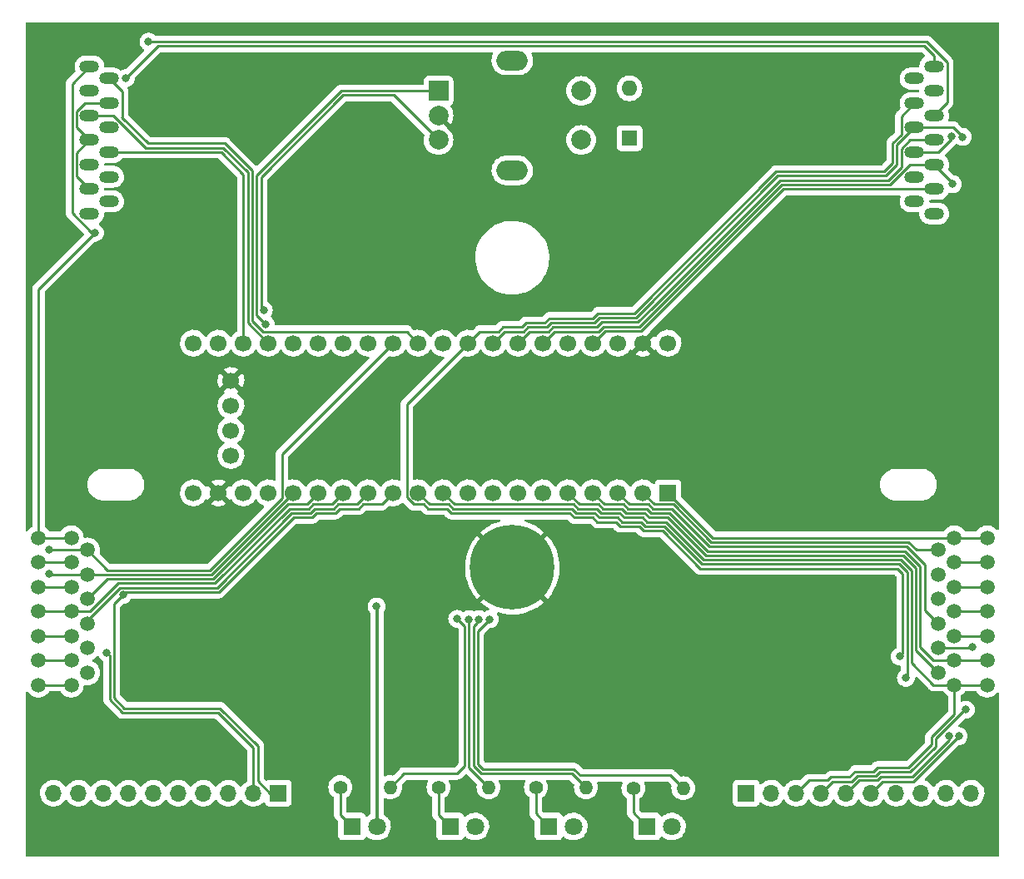
<source format=gtl>
G04 #@! TF.GenerationSoftware,KiCad,Pcbnew,(6.0.1-0)*
G04 #@! TF.CreationDate,2023-01-18T10:23:03-08:00*
G04 #@! TF.ProjectId,kicad_port,6b696361-645f-4706-9f72-742e6b696361,rev?*
G04 #@! TF.SameCoordinates,Original*
G04 #@! TF.FileFunction,Copper,L1,Top*
G04 #@! TF.FilePolarity,Positive*
%FSLAX46Y46*%
G04 Gerber Fmt 4.6, Leading zero omitted, Abs format (unit mm)*
G04 Created by KiCad (PCBNEW (6.0.1-0)) date 2023-01-18 10:23:03*
%MOMM*%
%LPD*%
G01*
G04 APERTURE LIST*
G04 #@! TA.AperFunction,ComponentPad*
%ADD10R,1.800000X1.800000*%
G04 #@! TD*
G04 #@! TA.AperFunction,ComponentPad*
%ADD11C,1.800000*%
G04 #@! TD*
G04 #@! TA.AperFunction,ComponentPad*
%ADD12C,1.400000*%
G04 #@! TD*
G04 #@! TA.AperFunction,ComponentPad*
%ADD13O,1.400000X1.400000*%
G04 #@! TD*
G04 #@! TA.AperFunction,WasherPad*
%ADD14O,3.200000X2.000000*%
G04 #@! TD*
G04 #@! TA.AperFunction,ComponentPad*
%ADD15R,2.000000X2.000000*%
G04 #@! TD*
G04 #@! TA.AperFunction,ComponentPad*
%ADD16C,2.000000*%
G04 #@! TD*
G04 #@! TA.AperFunction,ComponentPad*
%ADD17R,1.600000X1.600000*%
G04 #@! TD*
G04 #@! TA.AperFunction,ComponentPad*
%ADD18O,1.600000X1.600000*%
G04 #@! TD*
G04 #@! TA.AperFunction,ComponentPad*
%ADD19C,8.600000*%
G04 #@! TD*
G04 #@! TA.AperFunction,ComponentPad*
%ADD20O,2.000000X1.200000*%
G04 #@! TD*
G04 #@! TA.AperFunction,ComponentPad*
%ADD21C,1.511200*%
G04 #@! TD*
G04 #@! TA.AperFunction,ComponentPad*
%ADD22R,1.700000X1.700000*%
G04 #@! TD*
G04 #@! TA.AperFunction,ComponentPad*
%ADD23O,1.700000X1.700000*%
G04 #@! TD*
G04 #@! TA.AperFunction,ComponentPad*
%ADD24C,1.700000*%
G04 #@! TD*
G04 #@! TA.AperFunction,ViaPad*
%ADD25C,0.800000*%
G04 #@! TD*
G04 #@! TA.AperFunction,Conductor*
%ADD26C,0.250000*%
G04 #@! TD*
G04 #@! TA.AperFunction,Conductor*
%ADD27C,0.375000*%
G04 #@! TD*
G04 APERTURE END LIST*
D10*
X133700000Y-132400000D03*
D11*
X136240000Y-132400000D03*
D10*
X143700000Y-132400000D03*
D11*
X146240000Y-132400000D03*
D10*
X153700000Y-132400000D03*
D11*
X156240000Y-132400000D03*
D10*
X163700000Y-132400000D03*
D11*
X166240000Y-132400000D03*
D12*
X132500000Y-128400000D03*
D13*
X137580000Y-128400000D03*
D12*
X142500000Y-128400000D03*
D13*
X147580000Y-128400000D03*
D12*
X152400000Y-128400000D03*
D13*
X157480000Y-128400000D03*
D12*
X162300000Y-128500000D03*
D13*
X167380000Y-128500000D03*
D14*
X150000000Y-54400000D03*
X150000000Y-65600000D03*
D15*
X142500000Y-57500000D03*
D16*
X142500000Y-62500000D03*
X142500000Y-60000000D03*
X157000000Y-62500000D03*
X157000000Y-57500000D03*
D17*
X161925000Y-62317500D03*
D18*
X161925000Y-57237500D03*
D19*
X150000000Y-106000000D03*
D20*
X192900000Y-55000000D03*
X190900000Y-56250000D03*
X192900000Y-57500000D03*
X190900000Y-58750000D03*
X192900000Y-60000000D03*
X190900000Y-61250000D03*
X192900000Y-62500000D03*
X190900000Y-63750000D03*
X192900000Y-65000000D03*
X190900000Y-66250000D03*
X192900000Y-67500000D03*
X190900000Y-68750000D03*
X192900000Y-70000000D03*
X107000000Y-70000000D03*
X109000000Y-68750000D03*
X107000000Y-67500000D03*
X109000000Y-66250000D03*
X107000000Y-65000000D03*
X109000000Y-63750000D03*
X107000000Y-62500000D03*
X109000000Y-61250000D03*
X107000000Y-60000000D03*
X109000000Y-58750000D03*
X107000000Y-57500000D03*
X109000000Y-56250000D03*
X107000000Y-55000000D03*
D21*
X194950000Y-103000000D03*
X198300000Y-103000000D03*
X193300000Y-104250000D03*
X198300000Y-105500000D03*
X194950000Y-105500000D03*
X193300000Y-106750000D03*
X198300000Y-108000000D03*
X194950000Y-108000000D03*
X193300000Y-109250000D03*
X198300000Y-110500000D03*
X194950000Y-110500000D03*
X193300000Y-111750000D03*
X194950000Y-113000000D03*
X198300000Y-113000000D03*
X193300000Y-114250000D03*
X198300000Y-115500000D03*
X194950000Y-115500000D03*
X193300000Y-116750000D03*
X198300000Y-118000000D03*
X194950000Y-118000000D03*
X101800000Y-118000000D03*
X105150000Y-118000000D03*
X106800000Y-116750000D03*
X101800000Y-115500000D03*
X105150000Y-115500000D03*
X106800000Y-114250000D03*
X105150000Y-113000000D03*
X101800000Y-113000000D03*
X106800000Y-111750000D03*
X105150000Y-110500000D03*
X101800000Y-110500000D03*
X106800000Y-109250000D03*
X105150000Y-108000000D03*
X101800000Y-108000000D03*
X106800000Y-106750000D03*
X105150000Y-105500000D03*
X101800000Y-105500000D03*
X106800000Y-104250000D03*
X105150000Y-103000000D03*
X101800000Y-103000000D03*
D22*
X173800000Y-129000000D03*
D23*
X176340000Y-129000000D03*
X178880000Y-129000000D03*
X181420000Y-129000000D03*
X183960000Y-129000000D03*
X186500000Y-129000000D03*
X189040000Y-129000000D03*
X191580000Y-129000000D03*
X194120000Y-129000000D03*
X196660000Y-129000000D03*
D22*
X126200000Y-129000000D03*
D23*
X123660000Y-129000000D03*
X121120000Y-129000000D03*
X118580000Y-129000000D03*
X116040000Y-129000000D03*
X113500000Y-129000000D03*
X110960000Y-129000000D03*
X108420000Y-129000000D03*
X105880000Y-129000000D03*
X103340000Y-129000000D03*
D22*
X165839000Y-98425000D03*
D24*
X163299000Y-98425000D03*
X160759000Y-98425000D03*
X158219000Y-98425000D03*
X155679000Y-98425000D03*
X153139000Y-98425000D03*
X150599000Y-98425000D03*
X148059000Y-98425000D03*
X145519000Y-98425000D03*
X142979000Y-98425000D03*
X140439000Y-98425000D03*
X137899000Y-98425000D03*
X135359000Y-98425000D03*
X132819000Y-98425000D03*
X130279000Y-98425000D03*
X127739000Y-98425000D03*
X125199000Y-98425000D03*
X122659000Y-98425000D03*
X120119000Y-98425000D03*
X117579000Y-98425000D03*
X117579000Y-83185000D03*
X120119000Y-83185000D03*
X122659000Y-83185000D03*
X125199000Y-83185000D03*
X127739000Y-83185000D03*
X130279000Y-83185000D03*
X132819000Y-83185000D03*
X135359000Y-83185000D03*
X137899000Y-83185000D03*
X140439000Y-83185000D03*
X142979000Y-83185000D03*
X145519000Y-83185000D03*
X148059000Y-83185000D03*
X150599000Y-83185000D03*
X153139000Y-83185000D03*
X155679000Y-83185000D03*
X158219000Y-83185000D03*
X160759000Y-83185000D03*
X163299000Y-83185000D03*
X165839000Y-83185000D03*
X121390000Y-86993000D03*
X121390000Y-89533000D03*
X121390000Y-92073000D03*
X121390000Y-94613000D03*
D25*
X136200000Y-110000000D03*
X110700000Y-56200000D03*
X194700000Y-62100000D03*
X194800000Y-67000000D03*
X196754611Y-114120369D03*
X195800000Y-62200000D03*
X113000000Y-52500000D03*
X189425980Y-115100000D03*
X107550000Y-71950000D03*
X194387701Y-123187701D03*
X196124500Y-120500000D03*
X195400000Y-123200000D03*
X102895869Y-104200000D03*
X110407383Y-108830443D03*
X102895869Y-106700000D03*
X108775500Y-114700091D03*
X190037701Y-117262299D03*
X113500000Y-117000000D03*
X121000000Y-103000000D03*
X154432000Y-110363000D03*
X113500000Y-124500000D03*
X144688000Y-91694000D03*
X112500000Y-77000000D03*
X164592000Y-107188000D03*
X140600000Y-118100000D03*
X186000000Y-58000000D03*
X129413000Y-109601000D03*
X138973000Y-86233000D03*
X187700000Y-110900000D03*
X144399000Y-111252000D03*
X145600497Y-111300000D03*
X146600000Y-111300000D03*
X147700000Y-111300000D03*
X124951512Y-81277195D03*
X124732060Y-79829083D03*
D26*
X132500000Y-131200000D02*
X133700000Y-132400000D01*
X132500000Y-128400000D02*
X132500000Y-131200000D01*
D27*
X136240000Y-110040000D02*
X136200000Y-110000000D01*
X136240000Y-132400000D02*
X136240000Y-110040000D01*
D26*
X142500000Y-128400000D02*
X142500000Y-131200000D01*
X142500000Y-131200000D02*
X143700000Y-132400000D01*
X152400000Y-131100000D02*
X153700000Y-132400000D01*
X152400000Y-128400000D02*
X152400000Y-131100000D01*
X162300000Y-128500000D02*
X162300000Y-131000000D01*
X162300000Y-131000000D02*
X163700000Y-132400000D01*
X159454480Y-81949520D02*
X158219000Y-83185000D01*
X163129480Y-81949520D02*
X159454480Y-81949520D01*
X192900000Y-53928250D02*
X191921270Y-52949520D01*
X192900000Y-55000000D02*
X192900000Y-53928250D01*
X191921270Y-52949520D02*
X113950480Y-52949520D01*
X194700000Y-62407468D02*
X194700000Y-62100000D01*
X193357468Y-63750000D02*
X194700000Y-62407468D01*
X177579000Y-67500000D02*
X163129480Y-81949520D01*
X192900000Y-67500000D02*
X177579000Y-67500000D01*
X113950480Y-52949520D02*
X110700000Y-56200000D01*
X190900000Y-63750000D02*
X193357468Y-63750000D01*
X159082085Y-81050480D02*
X162757086Y-81050480D01*
X107000000Y-62500000D02*
X105675480Y-63824520D01*
X150599000Y-83185000D02*
X151773511Y-82010489D01*
X105675480Y-61175480D02*
X107000000Y-62500000D01*
X154127313Y-81560969D02*
X158571596Y-81560969D01*
X105675480Y-63824520D02*
X105675480Y-66175480D01*
X153677793Y-82010489D02*
X154127313Y-81560969D01*
X151773511Y-82010489D02*
X153677793Y-82010489D01*
X192900000Y-62500000D02*
X190442532Y-62500000D01*
X162757084Y-81050480D02*
X164258282Y-79549282D01*
X189571266Y-65235548D02*
X188205854Y-66600960D01*
X162757086Y-81050480D02*
X164258282Y-79549282D01*
X188205854Y-66600960D02*
X177206604Y-66600960D01*
X106542532Y-58750000D02*
X105675480Y-59617052D01*
X177206604Y-66600960D02*
X164258282Y-79549282D01*
X105675480Y-59617052D02*
X105675480Y-61175480D01*
X158571596Y-81560969D02*
X159082085Y-81050480D01*
X189571266Y-63371266D02*
X189571266Y-65235548D01*
X190442532Y-62500000D02*
X189571266Y-63371266D01*
X105675480Y-66175480D02*
X107000000Y-67500000D01*
X109000000Y-58750000D02*
X106542532Y-58750000D01*
X192900000Y-65000000D02*
X194800000Y-66900000D01*
X190442532Y-65000000D02*
X188392052Y-67050480D01*
X177392802Y-67050480D02*
X162943282Y-81500000D01*
X188392052Y-67050480D02*
X177392802Y-67050480D01*
X162943282Y-81500000D02*
X159268282Y-81500000D01*
X194800000Y-66900000D02*
X194800000Y-67000000D01*
X196624980Y-114250000D02*
X193300000Y-114250000D01*
X192900000Y-65000000D02*
X190442532Y-65000000D01*
X159268282Y-81500000D02*
X158757793Y-82010489D01*
X154313511Y-82010489D02*
X153139000Y-83185000D01*
X158757793Y-82010489D02*
X154313511Y-82010489D01*
X101800000Y-118000000D02*
X105150000Y-118000000D01*
X196754611Y-114120369D02*
X196624980Y-114250000D01*
X190900000Y-61250000D02*
X189121746Y-63028254D01*
X151583009Y-81560969D02*
X151133489Y-82010489D01*
X190900000Y-61250000D02*
X194874614Y-61250000D01*
X162570888Y-80600960D02*
X158895888Y-80600960D01*
X195800000Y-62175386D02*
X195800000Y-62200000D01*
X194950000Y-110500000D02*
X198300000Y-110500000D01*
X194874614Y-61250000D02*
X195800000Y-62175386D01*
X158895888Y-80600960D02*
X158385399Y-81111449D01*
X153941116Y-81111449D02*
X153491596Y-81560969D01*
X188019656Y-66151440D02*
X177020408Y-66151440D01*
X189121746Y-63028254D02*
X189121746Y-65049350D01*
X189121746Y-65049350D02*
X188019656Y-66151440D01*
X149233511Y-82010489D02*
X148059000Y-83185000D01*
X158385399Y-81111449D02*
X153941116Y-81111449D01*
X153491596Y-81560969D02*
X151583009Y-81560969D01*
X151133489Y-82010489D02*
X149233511Y-82010489D01*
X177020408Y-66151440D02*
X162570888Y-80600960D01*
X192107468Y-52500000D02*
X113000000Y-52500000D01*
X110324520Y-57574520D02*
X110324520Y-60175480D01*
X139264489Y-82010489D02*
X124660207Y-82010489D01*
X112944146Y-62850960D02*
X118610960Y-62850960D01*
X194224520Y-54617052D02*
X192107468Y-52500000D01*
X192900000Y-60000000D02*
X194224520Y-58675480D01*
X123558040Y-65627604D02*
X120781396Y-62850960D01*
X110324520Y-60175480D02*
X110296593Y-60203407D01*
X194224520Y-58675480D02*
X194224520Y-54617052D01*
X124660207Y-82010489D02*
X123558040Y-80908322D01*
X140439000Y-83185000D02*
X139264489Y-82010489D01*
X123558040Y-80908322D02*
X123558040Y-65627604D01*
X109000000Y-56250000D02*
X110324520Y-57574520D01*
X110296593Y-60203407D02*
X112944146Y-62850960D01*
X120781396Y-62850960D02*
X118610960Y-62850960D01*
X158648722Y-101397591D02*
X160553005Y-101397591D01*
X162384690Y-80151440D02*
X158709691Y-80151440D01*
X190900000Y-58750000D02*
X189575480Y-60074520D01*
X158199202Y-100948071D02*
X158648722Y-101397591D01*
X151396812Y-81111449D02*
X150947291Y-81560969D01*
X140977794Y-99599511D02*
X141427314Y-100049031D01*
X160553005Y-101397591D02*
X161002525Y-101847111D01*
X158709691Y-80151440D02*
X158199201Y-80661929D01*
X189700960Y-106679550D02*
X189700960Y-114825020D01*
X161002525Y-101847111D02*
X162906808Y-101847111D01*
X150947291Y-81560969D02*
X149047314Y-81560969D01*
X156294920Y-100948071D02*
X158199202Y-100948071D01*
X158199201Y-80661929D02*
X153754919Y-80661929D01*
X163356328Y-102296631D02*
X165260605Y-102296631D01*
X139952501Y-99599511D02*
X140977794Y-99599511D01*
X169110614Y-106146640D02*
X189168050Y-106146640D01*
X165260605Y-102296631D02*
X169110614Y-106146640D01*
X143331596Y-100049031D02*
X143781116Y-100498551D01*
X187833458Y-65701920D02*
X176834210Y-65701920D01*
X145519000Y-83185000D02*
X139264489Y-89439511D01*
X143781116Y-100498551D02*
X155845400Y-100498551D01*
X176834210Y-65701920D02*
X162384690Y-80151440D01*
X153754919Y-80661929D02*
X153305398Y-81111449D01*
X149047314Y-81560969D02*
X148597793Y-82010489D01*
X188672226Y-62842056D02*
X188672226Y-64863152D01*
X139264489Y-89439511D02*
X139264489Y-98911499D01*
X189575480Y-61938802D02*
X188672226Y-62842056D01*
X155845400Y-100498551D02*
X156294920Y-100948071D01*
X148597793Y-82010489D02*
X146693511Y-82010489D01*
X153305398Y-81111449D02*
X151396812Y-81111449D01*
X189575480Y-60074520D02*
X189575480Y-61938802D01*
X162906808Y-101847111D02*
X163356328Y-102296631D01*
X188672226Y-64863152D02*
X187833458Y-65701920D01*
X139264489Y-98911499D02*
X139952501Y-99599511D01*
X189168050Y-106146640D02*
X189700960Y-106679550D01*
X189700960Y-114825020D02*
X189425980Y-115100000D01*
X141427314Y-100049031D02*
X143331596Y-100049031D01*
X146693511Y-82010489D02*
X145519000Y-83185000D01*
X105225960Y-56774040D02*
X105225960Y-69933428D01*
X107000000Y-55000000D02*
X105225960Y-56774040D01*
X105225960Y-69933428D02*
X107242532Y-71950000D01*
X101800000Y-77700000D02*
X101800000Y-103000000D01*
X107550000Y-71950000D02*
X101800000Y-77700000D01*
X101800000Y-103000000D02*
X105150000Y-103000000D01*
X107242532Y-71950000D02*
X107550000Y-71950000D01*
X112757948Y-63300480D02*
X109457468Y-60000000D01*
X125199000Y-83185000D02*
X123108520Y-81094520D01*
X117210480Y-63300480D02*
X112757948Y-63300480D01*
X123108520Y-65813802D02*
X120595198Y-63300480D01*
X123108520Y-81094520D02*
X123108520Y-65813802D01*
X109457468Y-60000000D02*
X107000000Y-60000000D01*
X120595198Y-63300480D02*
X117210480Y-63300480D01*
X101800000Y-115500000D02*
X105150000Y-115500000D01*
X120409000Y-63750000D02*
X119510000Y-63750000D01*
X122659000Y-66000000D02*
X120409000Y-63750000D01*
X194950000Y-108000000D02*
X198300000Y-108000000D01*
X122659000Y-83185000D02*
X122659000Y-66000000D01*
X109000000Y-63750000D02*
X119510000Y-63750000D01*
X101800000Y-113000000D02*
X105150000Y-113000000D01*
X192620322Y-123294748D02*
X194950000Y-120965070D01*
X190600000Y-106307154D02*
X190600000Y-115757468D01*
X192842532Y-118000000D02*
X194950000Y-118000000D01*
X186700000Y-126800960D02*
X187100000Y-126400960D01*
X165633001Y-101397591D02*
X169483010Y-105247600D01*
X163728722Y-101397591D02*
X165633001Y-101397591D01*
X192620322Y-124072524D02*
X192620322Y-123294748D01*
X159021116Y-100498551D02*
X160925399Y-100498551D01*
X160925399Y-100498551D02*
X161374919Y-100948071D01*
X178880000Y-129000000D02*
X180180000Y-127700000D01*
X187100000Y-126400960D02*
X190291886Y-126400960D01*
X182084282Y-127700000D02*
X182408314Y-127375969D01*
X184300000Y-127375969D02*
X184875009Y-126800960D01*
X190600000Y-115757468D02*
X192842532Y-118000000D01*
X156667314Y-100049031D02*
X158571596Y-100049031D01*
X194950000Y-120965070D02*
X194950000Y-118000000D01*
X158571596Y-100049031D02*
X159021116Y-100498551D01*
X180180000Y-127700000D02*
X182084282Y-127700000D01*
X169483010Y-105247600D02*
X189540446Y-105247600D01*
X194950000Y-118000000D02*
X198300000Y-118000000D01*
X190291886Y-126400960D02*
X192620322Y-124072524D01*
X163279202Y-100948071D02*
X163728722Y-101397591D01*
X184875009Y-126800960D02*
X186700000Y-126800960D01*
X182408314Y-127375969D02*
X184300000Y-127375969D01*
X156217794Y-99599511D02*
X156667314Y-100049031D01*
X142979000Y-98425000D02*
X144153511Y-99599511D01*
X144153511Y-99599511D02*
X156217794Y-99599511D01*
X161374919Y-100948071D02*
X163279202Y-100948071D01*
X189540446Y-105247600D02*
X190600000Y-106307154D01*
X191050480Y-114500480D02*
X193300000Y-116750000D01*
X165819199Y-100948071D02*
X169669208Y-104798080D01*
X183960000Y-129000000D02*
X185260000Y-127700000D01*
X163465399Y-100498551D02*
X163914919Y-100948071D01*
X189726644Y-104798080D02*
X191050480Y-106121916D01*
X161561116Y-100498551D02*
X163465399Y-100498551D01*
X194387701Y-123576581D02*
X194387701Y-123187701D01*
X163914919Y-100948071D02*
X165819199Y-100948071D01*
X187164282Y-127700000D02*
X187488314Y-127375969D01*
X190664282Y-127300000D02*
X194387701Y-123576581D01*
X159207314Y-100049031D02*
X161111596Y-100049031D01*
X187564283Y-127300000D02*
X190664282Y-127300000D01*
X155679000Y-98425000D02*
X156853511Y-99599511D01*
X185260000Y-127700000D02*
X187164282Y-127700000D01*
X187488314Y-127375969D02*
X187564283Y-127300000D01*
X191050480Y-106121916D02*
X191050480Y-114500480D01*
X158757794Y-99599511D02*
X159207314Y-100049031D01*
X156853511Y-99599511D02*
X158757794Y-99599511D01*
X161111596Y-100049031D02*
X161561116Y-100498551D01*
X169669208Y-104798080D02*
X189726644Y-104798080D01*
X191500000Y-114157468D02*
X192842532Y-115500000D01*
X182594511Y-127825489D02*
X184498793Y-127825489D01*
X164101117Y-100498551D02*
X166005397Y-100498551D01*
X159393511Y-99599511D02*
X161297794Y-99599511D01*
X194950000Y-115500000D02*
X198300000Y-115500000D01*
X166005397Y-100498551D02*
X169855406Y-104348560D01*
X190478084Y-126850480D02*
X193069842Y-124258722D01*
X187378086Y-126850480D02*
X190478084Y-126850480D01*
X196050788Y-120500000D02*
X196124500Y-120500000D01*
X191500000Y-105935718D02*
X191500000Y-114157468D01*
X158219000Y-98425000D02*
X159393511Y-99599511D01*
X161297794Y-99599511D02*
X161747314Y-100049031D01*
X193069842Y-123480946D02*
X196050788Y-120500000D01*
X184498793Y-127825489D02*
X185073803Y-127250480D01*
X193069842Y-124258722D02*
X193069842Y-123480946D01*
X192842532Y-115500000D02*
X194950000Y-115500000D01*
X189912842Y-104348560D02*
X191500000Y-105935718D01*
X185073803Y-127250480D02*
X186978086Y-127250480D01*
X161747314Y-100049031D02*
X163651597Y-100049031D01*
X181420000Y-129000000D02*
X182594511Y-127825489D01*
X169855406Y-104348560D02*
X189912842Y-104348560D01*
X186978086Y-127250480D02*
X187378086Y-126850480D01*
X163651597Y-100049031D02*
X164101117Y-100498551D01*
X194950000Y-113000000D02*
X198300000Y-113000000D01*
X190099040Y-103899040D02*
X191949520Y-105749521D01*
X166191595Y-100049031D02*
X170041604Y-103899040D01*
X191949520Y-110399520D02*
X193300000Y-111750000D01*
X170041604Y-103899040D02*
X190099040Y-103899040D01*
X160759000Y-98425000D02*
X161933511Y-99599511D01*
X164287314Y-100049031D02*
X166191595Y-100049031D01*
X163837794Y-99599511D02*
X164287314Y-100049031D01*
X191949520Y-105749521D02*
X191949520Y-110399520D01*
X161933511Y-99599511D02*
X163837794Y-99599511D01*
X194950000Y-105500000D02*
X198300000Y-105500000D01*
X186500000Y-129000000D02*
X187674511Y-127825489D01*
X166377793Y-99599511D02*
X170227802Y-103449520D01*
X191085718Y-104250000D02*
X193300000Y-104250000D01*
X164473511Y-99599511D02*
X166377793Y-99599511D01*
X190285238Y-103449520D02*
X191085718Y-104250000D01*
X190774511Y-127825489D02*
X195400000Y-123200000D01*
X170227802Y-103449520D02*
X190285238Y-103449520D01*
X163299000Y-98425000D02*
X164473511Y-99599511D01*
X187674511Y-127825489D02*
X190774511Y-127825489D01*
X170414000Y-103000000D02*
X194950000Y-103000000D01*
X170414000Y-103000000D02*
X165839000Y-98425000D01*
X194950000Y-103000000D02*
X198300000Y-103000000D01*
X126564489Y-94519511D02*
X126564489Y-98963793D01*
X108850480Y-106300480D02*
X106800000Y-104250000D01*
X102945869Y-104250000D02*
X106800000Y-104250000D01*
X119227802Y-106300480D02*
X108850480Y-106300480D01*
X137899000Y-83185000D02*
X126564489Y-94519511D01*
X102895869Y-104200000D02*
X102945869Y-104250000D01*
X126564489Y-98963793D02*
X119227802Y-106300480D01*
X110689746Y-108548080D02*
X110407383Y-108830443D01*
X127758801Y-100948071D02*
X120158792Y-108548080D01*
X136724489Y-99599511D02*
X134820206Y-99599511D01*
X130112602Y-100498551D02*
X129663082Y-100948071D01*
X120286198Y-120350480D02*
X124109520Y-124173802D01*
X109500000Y-119300960D02*
X110549520Y-120350480D01*
X110549520Y-120350480D02*
X120286198Y-120350480D01*
X134370686Y-100049031D02*
X132466403Y-100049031D01*
X137899000Y-98425000D02*
X136724489Y-99599511D01*
X124109520Y-127788510D02*
X125321010Y-129000000D01*
X134820206Y-99599511D02*
X134370686Y-100049031D01*
X109500000Y-109737826D02*
X109500000Y-119300960D01*
X101800000Y-105500000D02*
X105150000Y-105500000D01*
X110407383Y-108830443D02*
X109500000Y-109737826D01*
X124109520Y-124173802D02*
X124109520Y-127788510D01*
X132466403Y-100049031D02*
X132016883Y-100498551D01*
X132016883Y-100498551D02*
X130112602Y-100498551D01*
X125321010Y-129000000D02*
X126200000Y-129000000D01*
X129663082Y-100948071D02*
X127758801Y-100948071D01*
X120158792Y-108548080D02*
X110689746Y-108548080D01*
X102945869Y-106750000D02*
X106800000Y-106750000D01*
X102895869Y-106700000D02*
X102945869Y-106750000D01*
X119414000Y-106750000D02*
X106800000Y-106750000D01*
X119414000Y-106750000D02*
X127739000Y-98425000D01*
X101800000Y-108000000D02*
X105150000Y-108000000D01*
X127200207Y-99599511D02*
X119600198Y-107199520D01*
X123660000Y-124360000D02*
X123660000Y-129000000D01*
X108775500Y-114700091D02*
X109050480Y-114975071D01*
X120100000Y-120800000D02*
X123660000Y-124360000D01*
X109050480Y-114975071D02*
X109050480Y-119487157D01*
X108850480Y-107199520D02*
X106800000Y-109250000D01*
X119600198Y-107199520D02*
X108850480Y-107199520D01*
X130279000Y-98425000D02*
X129104489Y-99599511D01*
X110363323Y-120800000D02*
X120100000Y-120800000D01*
X129104489Y-99599511D02*
X127200207Y-99599511D01*
X109050480Y-119487157D02*
X110363323Y-120800000D01*
X109928469Y-107649040D02*
X107077509Y-110500000D01*
X107077509Y-110500000D02*
X105150000Y-110500000D01*
X127386405Y-100049031D02*
X119786396Y-107649040D01*
X129290686Y-100049031D02*
X127386405Y-100049031D01*
X129740206Y-99599511D02*
X129290686Y-100049031D01*
X131644489Y-99599511D02*
X129740206Y-99599511D01*
X101800000Y-110500000D02*
X105150000Y-110500000D01*
X132819000Y-98425000D02*
X131644489Y-99599511D01*
X119786396Y-107649040D02*
X109928469Y-107649040D01*
X129476884Y-100498551D02*
X127572603Y-100498551D01*
X134184489Y-99599511D02*
X132280206Y-99599511D01*
X132280206Y-99599511D02*
X131830686Y-100049031D01*
X106800000Y-111413227D02*
X106800000Y-111750000D01*
X131830686Y-100049031D02*
X129926404Y-100049031D01*
X129926404Y-100049031D02*
X129476884Y-100498551D01*
X127572603Y-100498551D02*
X119972594Y-108098560D01*
X110114667Y-108098560D02*
X106800000Y-111413227D01*
X135359000Y-98425000D02*
X134184489Y-99599511D01*
X119972594Y-108098560D02*
X110114667Y-108098560D01*
X156031597Y-100049031D02*
X156481117Y-100498551D01*
X140439000Y-98425000D02*
X141613511Y-99599511D01*
X160739202Y-100948071D02*
X161188722Y-101397591D01*
X189354248Y-105697120D02*
X190150480Y-106493352D01*
X158385399Y-100498551D02*
X158834919Y-100948071D01*
X190150480Y-106493352D02*
X190150480Y-117149520D01*
X158834919Y-100948071D02*
X160739202Y-100948071D01*
X190150480Y-117149520D02*
X190037701Y-117262299D01*
X143517794Y-99599511D02*
X143967314Y-100049031D01*
X163093005Y-101397591D02*
X163542525Y-101847111D01*
X165446803Y-101847111D02*
X169296812Y-105697120D01*
X163542525Y-101847111D02*
X165446803Y-101847111D01*
X143967314Y-100049031D02*
X156031597Y-100049031D01*
X141613511Y-99599511D02*
X143517794Y-99599511D01*
X169296812Y-105697120D02*
X189354248Y-105697120D01*
X156481117Y-100498551D02*
X158385399Y-100498551D01*
X161188722Y-101397591D02*
X163093005Y-101397591D01*
X138880000Y-127100000D02*
X138980000Y-127000000D01*
X144400000Y-127000000D02*
X145150977Y-126249023D01*
X138980000Y-127000000D02*
X144400000Y-127000000D01*
X144872009Y-111725009D02*
X144399000Y-111252000D01*
X145150977Y-126249023D02*
X145150977Y-112000000D01*
X137580000Y-128400000D02*
X138880000Y-127100000D01*
X145150977Y-112000000D02*
X144875986Y-111725009D01*
X144875986Y-111725009D02*
X144872009Y-111725009D01*
X145600497Y-126420497D02*
X145600497Y-111300000D01*
X147580000Y-128400000D02*
X145600497Y-126420497D01*
X157480000Y-128400000D02*
X156080000Y-127000000D01*
X156080000Y-127000000D02*
X146815718Y-127000000D01*
X146815718Y-127000000D02*
X146050017Y-126234299D01*
X146050017Y-126234299D02*
X146050017Y-112049983D01*
X146050017Y-112049983D02*
X146400000Y-111700000D01*
X146499537Y-126048101D02*
X146499537Y-112700000D01*
X147001916Y-126550480D02*
X146499537Y-126048101D01*
X156915718Y-127200000D02*
X156266197Y-126550480D01*
X148200000Y-126550480D02*
X147001916Y-126550480D01*
X156266197Y-126550480D02*
X148200000Y-126550480D01*
X166080000Y-127200000D02*
X156915718Y-127200000D01*
X167380000Y-128500000D02*
X166080000Y-127200000D01*
X146499537Y-112700000D02*
X146499537Y-112500463D01*
X146499537Y-112500463D02*
X147700000Y-111300000D01*
X132607560Y-57500000D02*
X124007560Y-66100000D01*
X124007560Y-80333244D02*
X124007561Y-80333244D01*
X124007560Y-66100000D02*
X124007560Y-80333244D01*
X142500000Y-57500000D02*
X132607560Y-57500000D01*
X124007561Y-80333244D02*
X124951512Y-81277195D01*
X137949520Y-57949520D02*
X132793758Y-57949520D01*
X124457080Y-79554103D02*
X124732060Y-79829083D01*
X142500000Y-62500000D02*
X137949520Y-57949520D01*
X124457080Y-66286198D02*
X124457080Y-79554103D01*
X132793758Y-57949520D02*
X124457080Y-66286198D01*
G04 #@! TA.AperFunction,Conductor*
G36*
X138912385Y-99461407D02*
G01*
X138938566Y-99481481D01*
X139448854Y-99991769D01*
X139456388Y-100000048D01*
X139460501Y-100006529D01*
X139481596Y-100026338D01*
X139510152Y-100053154D01*
X139512994Y-100055909D01*
X139532731Y-100075646D01*
X139535928Y-100078126D01*
X139544948Y-100085829D01*
X139577180Y-100116097D01*
X139584126Y-100119916D01*
X139584129Y-100119918D01*
X139594935Y-100125859D01*
X139611454Y-100136710D01*
X139627460Y-100149125D01*
X139634729Y-100152270D01*
X139634733Y-100152273D01*
X139668038Y-100166685D01*
X139678688Y-100171902D01*
X139717441Y-100193206D01*
X139725116Y-100195177D01*
X139725117Y-100195177D01*
X139737063Y-100198244D01*
X139755768Y-100204648D01*
X139774356Y-100212692D01*
X139782179Y-100213931D01*
X139782189Y-100213934D01*
X139818025Y-100219610D01*
X139829645Y-100222016D01*
X139861460Y-100230184D01*
X139872471Y-100233011D01*
X139892725Y-100233011D01*
X139912435Y-100234562D01*
X139932444Y-100237731D01*
X139940336Y-100236985D01*
X139959081Y-100235213D01*
X139976463Y-100233570D01*
X139988320Y-100233011D01*
X140663200Y-100233011D01*
X140731321Y-100253013D01*
X140752295Y-100269916D01*
X140923657Y-100441278D01*
X140931201Y-100449568D01*
X140935314Y-100456049D01*
X140941091Y-100461474D01*
X140984981Y-100502689D01*
X140987823Y-100505444D01*
X141007544Y-100525165D01*
X141010739Y-100527643D01*
X141019761Y-100535349D01*
X141051993Y-100565617D01*
X141058942Y-100569437D01*
X141069746Y-100575377D01*
X141086270Y-100586230D01*
X141102273Y-100598644D01*
X141142857Y-100616207D01*
X141153487Y-100621414D01*
X141192254Y-100642726D01*
X141199931Y-100644697D01*
X141199936Y-100644699D01*
X141211872Y-100647763D01*
X141230580Y-100654168D01*
X141249169Y-100662212D01*
X141256997Y-100663452D01*
X141257004Y-100663454D01*
X141292838Y-100669130D01*
X141304458Y-100671536D01*
X141336273Y-100679704D01*
X141347284Y-100682531D01*
X141367538Y-100682531D01*
X141387248Y-100684082D01*
X141407257Y-100687251D01*
X141415149Y-100686505D01*
X141433894Y-100684733D01*
X141451276Y-100683090D01*
X141463133Y-100682531D01*
X143017002Y-100682531D01*
X143085123Y-100702533D01*
X143106097Y-100719436D01*
X143277459Y-100890798D01*
X143285003Y-100899088D01*
X143289116Y-100905569D01*
X143294893Y-100910994D01*
X143338783Y-100952209D01*
X143341625Y-100954964D01*
X143361346Y-100974685D01*
X143364541Y-100977163D01*
X143373563Y-100984869D01*
X143405795Y-101015137D01*
X143412744Y-101018957D01*
X143423548Y-101024897D01*
X143440072Y-101035750D01*
X143456075Y-101048164D01*
X143496659Y-101065727D01*
X143507289Y-101070934D01*
X143546056Y-101092246D01*
X143553733Y-101094217D01*
X143553738Y-101094219D01*
X143565674Y-101097283D01*
X143584382Y-101103688D01*
X143602971Y-101111732D01*
X143610799Y-101112972D01*
X143610806Y-101112974D01*
X143646640Y-101118650D01*
X143658260Y-101121056D01*
X143690075Y-101129224D01*
X143701086Y-101132051D01*
X143721340Y-101132051D01*
X143741050Y-101133602D01*
X143761059Y-101136771D01*
X143768951Y-101136025D01*
X143787696Y-101134253D01*
X143805078Y-101132610D01*
X143816935Y-101132051D01*
X148629866Y-101132051D01*
X148697987Y-101152053D01*
X148744480Y-101205709D01*
X148754584Y-101275983D01*
X148725090Y-101340563D01*
X148661520Y-101380010D01*
X148587547Y-101399209D01*
X148582181Y-101400861D01*
X148184153Y-101542983D01*
X148178965Y-101545100D01*
X147795133Y-101722050D01*
X147790164Y-101724614D01*
X147423581Y-101934984D01*
X147418848Y-101937987D01*
X147072420Y-102180109D01*
X147067979Y-102183517D01*
X146796476Y-102411739D01*
X146788031Y-102424456D01*
X146794139Y-102434929D01*
X149987188Y-105627978D01*
X150001132Y-105635592D01*
X150002965Y-105635461D01*
X150009580Y-105631210D01*
X153202754Y-102438036D01*
X153210316Y-102424187D01*
X153203987Y-102414962D01*
X153030928Y-102261582D01*
X153026561Y-102258046D01*
X152686600Y-102006948D01*
X152681947Y-102003821D01*
X152320995Y-101783926D01*
X152316094Y-101781232D01*
X151937027Y-101594297D01*
X151931904Y-101592048D01*
X151537707Y-101439545D01*
X151532417Y-101437765D01*
X151328642Y-101379140D01*
X151268706Y-101341083D01*
X151238860Y-101276665D01*
X151248580Y-101206337D01*
X151294778Y-101152427D01*
X151363478Y-101132051D01*
X155530806Y-101132051D01*
X155598927Y-101152053D01*
X155619901Y-101168956D01*
X155791263Y-101340318D01*
X155798807Y-101348608D01*
X155802920Y-101355089D01*
X155808697Y-101360514D01*
X155852587Y-101401729D01*
X155855429Y-101404484D01*
X155875150Y-101424205D01*
X155878345Y-101426683D01*
X155887367Y-101434389D01*
X155919599Y-101464657D01*
X155926548Y-101468477D01*
X155937352Y-101474417D01*
X155953876Y-101485270D01*
X155969879Y-101497684D01*
X156010463Y-101515247D01*
X156021093Y-101520454D01*
X156059860Y-101541766D01*
X156067537Y-101543737D01*
X156067542Y-101543739D01*
X156079478Y-101546803D01*
X156098186Y-101553208D01*
X156116775Y-101561252D01*
X156124603Y-101562492D01*
X156124610Y-101562494D01*
X156160444Y-101568170D01*
X156172064Y-101570576D01*
X156203879Y-101578744D01*
X156214890Y-101581571D01*
X156235144Y-101581571D01*
X156254854Y-101583122D01*
X156274863Y-101586291D01*
X156282755Y-101585545D01*
X156301500Y-101583773D01*
X156318882Y-101582130D01*
X156330739Y-101581571D01*
X157884608Y-101581571D01*
X157952729Y-101601573D01*
X157973703Y-101618476D01*
X158145065Y-101789838D01*
X158152609Y-101798128D01*
X158156722Y-101804609D01*
X158162499Y-101810034D01*
X158206389Y-101851249D01*
X158209231Y-101854004D01*
X158228952Y-101873725D01*
X158232147Y-101876203D01*
X158241169Y-101883909D01*
X158273401Y-101914177D01*
X158280350Y-101917997D01*
X158291154Y-101923937D01*
X158307678Y-101934790D01*
X158323681Y-101947204D01*
X158364265Y-101964767D01*
X158374895Y-101969974D01*
X158413662Y-101991286D01*
X158421339Y-101993257D01*
X158421344Y-101993259D01*
X158433280Y-101996323D01*
X158451988Y-102002728D01*
X158470577Y-102010772D01*
X158478405Y-102012012D01*
X158478412Y-102012014D01*
X158514246Y-102017690D01*
X158525866Y-102020096D01*
X158561011Y-102029119D01*
X158568692Y-102031091D01*
X158588946Y-102031091D01*
X158608656Y-102032642D01*
X158628665Y-102035811D01*
X158636557Y-102035065D01*
X158662189Y-102032642D01*
X158672684Y-102031650D01*
X158684541Y-102031091D01*
X160238411Y-102031091D01*
X160306532Y-102051093D01*
X160327506Y-102067996D01*
X160498868Y-102239358D01*
X160506412Y-102247648D01*
X160510525Y-102254129D01*
X160516302Y-102259554D01*
X160560192Y-102300769D01*
X160563034Y-102303524D01*
X160582755Y-102323245D01*
X160585950Y-102325723D01*
X160594972Y-102333429D01*
X160627204Y-102363697D01*
X160634153Y-102367517D01*
X160644957Y-102373457D01*
X160661481Y-102384310D01*
X160677484Y-102396724D01*
X160718068Y-102414287D01*
X160728698Y-102419494D01*
X160767465Y-102440806D01*
X160775142Y-102442777D01*
X160775147Y-102442779D01*
X160787083Y-102445843D01*
X160805791Y-102452248D01*
X160824380Y-102460292D01*
X160832208Y-102461532D01*
X160832215Y-102461534D01*
X160868049Y-102467210D01*
X160879669Y-102469616D01*
X160914814Y-102478639D01*
X160922495Y-102480611D01*
X160942749Y-102480611D01*
X160962459Y-102482162D01*
X160982468Y-102485331D01*
X160990360Y-102484585D01*
X161026486Y-102481170D01*
X161038344Y-102480611D01*
X162592214Y-102480611D01*
X162660335Y-102500613D01*
X162681309Y-102517516D01*
X162852671Y-102688878D01*
X162860215Y-102697168D01*
X162864328Y-102703649D01*
X162870105Y-102709074D01*
X162913995Y-102750289D01*
X162916837Y-102753044D01*
X162936558Y-102772765D01*
X162939753Y-102775243D01*
X162948775Y-102782949D01*
X162981007Y-102813217D01*
X162987956Y-102817037D01*
X162998760Y-102822977D01*
X163015284Y-102833830D01*
X163031287Y-102846244D01*
X163071871Y-102863807D01*
X163082501Y-102869014D01*
X163121268Y-102890326D01*
X163128945Y-102892297D01*
X163128950Y-102892299D01*
X163140886Y-102895363D01*
X163159594Y-102901768D01*
X163178183Y-102909812D01*
X163186011Y-102911052D01*
X163186018Y-102911054D01*
X163221852Y-102916730D01*
X163233472Y-102919136D01*
X163268617Y-102928159D01*
X163276298Y-102930131D01*
X163296552Y-102930131D01*
X163316262Y-102931682D01*
X163336271Y-102934851D01*
X163344163Y-102934105D01*
X163380289Y-102930690D01*
X163392147Y-102930131D01*
X164946011Y-102930131D01*
X165014132Y-102950133D01*
X165035106Y-102967036D01*
X166840400Y-104772331D01*
X168606962Y-106538893D01*
X168614502Y-106547179D01*
X168618614Y-106553658D01*
X168624391Y-106559083D01*
X168668265Y-106600283D01*
X168671107Y-106603038D01*
X168690844Y-106622775D01*
X168694041Y-106625255D01*
X168703061Y-106632958D01*
X168735293Y-106663226D01*
X168742239Y-106667045D01*
X168742242Y-106667047D01*
X168753048Y-106672988D01*
X168769567Y-106683839D01*
X168785573Y-106696254D01*
X168792842Y-106699399D01*
X168792846Y-106699402D01*
X168826151Y-106713814D01*
X168836801Y-106719031D01*
X168875554Y-106740335D01*
X168883229Y-106742306D01*
X168883230Y-106742306D01*
X168895176Y-106745373D01*
X168913881Y-106751777D01*
X168932469Y-106759821D01*
X168940292Y-106761060D01*
X168940302Y-106761063D01*
X168976138Y-106766739D01*
X168987758Y-106769145D01*
X169022903Y-106778168D01*
X169030584Y-106780140D01*
X169050838Y-106780140D01*
X169070548Y-106781691D01*
X169090557Y-106784860D01*
X169098449Y-106784114D01*
X169134575Y-106780699D01*
X169146433Y-106780140D01*
X188853456Y-106780140D01*
X188921577Y-106800142D01*
X188942551Y-106817045D01*
X189030555Y-106905049D01*
X189064581Y-106967361D01*
X189067460Y-106994144D01*
X189067460Y-114183321D01*
X189047458Y-114251442D01*
X188992710Y-114298427D01*
X188969228Y-114308882D01*
X188814727Y-114421134D01*
X188686940Y-114563056D01*
X188683639Y-114568774D01*
X188598843Y-114715645D01*
X188591453Y-114728444D01*
X188532438Y-114910072D01*
X188512476Y-115100000D01*
X188513166Y-115106565D01*
X188527395Y-115241943D01*
X188532438Y-115289928D01*
X188591453Y-115471556D01*
X188686940Y-115636944D01*
X188691358Y-115641851D01*
X188691359Y-115641852D01*
X188702506Y-115654232D01*
X188814727Y-115778866D01*
X188969228Y-115891118D01*
X188975256Y-115893802D01*
X188975258Y-115893803D01*
X189137661Y-115966109D01*
X189143692Y-115968794D01*
X189237093Y-115988647D01*
X189324036Y-116007128D01*
X189324041Y-116007128D01*
X189330493Y-116008500D01*
X189390980Y-116008500D01*
X189459101Y-116028502D01*
X189505594Y-116082158D01*
X189516980Y-116134500D01*
X189516980Y-116453457D01*
X189496978Y-116521578D01*
X189465042Y-116555392D01*
X189431794Y-116579548D01*
X189431789Y-116579552D01*
X189426448Y-116583433D01*
X189422027Y-116588343D01*
X189422026Y-116588344D01*
X189410405Y-116601251D01*
X189298661Y-116725355D01*
X189245589Y-116817278D01*
X189218502Y-116864195D01*
X189203174Y-116890743D01*
X189144159Y-117072371D01*
X189143469Y-117078932D01*
X189143469Y-117078934D01*
X189127996Y-117226149D01*
X189124197Y-117262299D01*
X189124887Y-117268864D01*
X189135048Y-117365536D01*
X189144159Y-117452227D01*
X189203174Y-117633855D01*
X189298661Y-117799243D01*
X189426448Y-117941165D01*
X189506947Y-117999651D01*
X189533481Y-118018929D01*
X189580949Y-118053417D01*
X189586977Y-118056101D01*
X189586979Y-118056102D01*
X189749382Y-118128408D01*
X189755413Y-118131093D01*
X189848814Y-118150946D01*
X189935757Y-118169427D01*
X189935762Y-118169427D01*
X189942214Y-118170799D01*
X190133188Y-118170799D01*
X190139640Y-118169427D01*
X190139645Y-118169427D01*
X190226588Y-118150946D01*
X190319989Y-118131093D01*
X190326020Y-118128408D01*
X190488423Y-118056102D01*
X190488425Y-118056101D01*
X190494453Y-118053417D01*
X190541922Y-118018929D01*
X190568455Y-117999651D01*
X190648954Y-117941165D01*
X190776741Y-117799243D01*
X190872228Y-117633855D01*
X190931243Y-117452227D01*
X190940355Y-117365536D01*
X190948104Y-117291805D01*
X190975117Y-117226149D01*
X191033339Y-117185519D01*
X191104284Y-117182816D01*
X191162509Y-117215881D01*
X192338875Y-118392247D01*
X192346419Y-118400537D01*
X192350532Y-118407018D01*
X192356309Y-118412443D01*
X192400199Y-118453658D01*
X192403041Y-118456413D01*
X192422762Y-118476134D01*
X192425957Y-118478612D01*
X192434979Y-118486318D01*
X192467211Y-118516586D01*
X192474160Y-118520406D01*
X192484964Y-118526346D01*
X192501488Y-118537199D01*
X192517491Y-118549613D01*
X192558075Y-118567176D01*
X192568705Y-118572383D01*
X192607472Y-118593695D01*
X192615149Y-118595666D01*
X192615154Y-118595668D01*
X192627090Y-118598732D01*
X192645798Y-118605137D01*
X192664387Y-118613181D01*
X192672215Y-118614421D01*
X192672222Y-118614423D01*
X192708056Y-118620099D01*
X192719676Y-118622505D01*
X192754821Y-118631528D01*
X192762502Y-118633500D01*
X192782756Y-118633500D01*
X192802466Y-118635051D01*
X192822475Y-118638220D01*
X192830367Y-118637474D01*
X192866493Y-118634059D01*
X192878351Y-118633500D01*
X193784808Y-118633500D01*
X193852929Y-118653502D01*
X193888021Y-118687229D01*
X193974785Y-118811141D01*
X193977944Y-118815652D01*
X194134348Y-118972056D01*
X194138856Y-118975213D01*
X194138859Y-118975215D01*
X194262771Y-119061979D01*
X194307099Y-119117436D01*
X194316500Y-119165192D01*
X194316500Y-120650475D01*
X194296498Y-120718596D01*
X194279595Y-120739570D01*
X192228069Y-122791096D01*
X192219783Y-122798636D01*
X192213304Y-122802748D01*
X192207879Y-122808525D01*
X192166679Y-122852399D01*
X192163924Y-122855241D01*
X192144187Y-122874978D01*
X192141707Y-122878175D01*
X192134004Y-122887195D01*
X192103736Y-122919427D01*
X192099917Y-122926373D01*
X192099915Y-122926376D01*
X192093974Y-122937182D01*
X192083123Y-122953701D01*
X192070708Y-122969707D01*
X192067563Y-122976976D01*
X192067560Y-122976980D01*
X192053148Y-123010285D01*
X192047931Y-123020935D01*
X192026627Y-123059688D01*
X192024656Y-123067363D01*
X192024656Y-123067364D01*
X192021589Y-123079310D01*
X192015185Y-123098014D01*
X192007141Y-123116603D01*
X192005902Y-123124426D01*
X192005899Y-123124436D01*
X192000223Y-123160272D01*
X191997817Y-123171892D01*
X191986822Y-123214718D01*
X191986822Y-123234972D01*
X191985271Y-123254682D01*
X191982102Y-123274691D01*
X191982848Y-123282583D01*
X191986263Y-123318709D01*
X191986822Y-123330567D01*
X191986822Y-123757930D01*
X191966820Y-123826051D01*
X191949917Y-123847025D01*
X190066386Y-125730555D01*
X190004074Y-125764581D01*
X189977291Y-125767460D01*
X187178763Y-125767460D01*
X187167579Y-125766933D01*
X187160091Y-125765259D01*
X187152168Y-125765508D01*
X187092033Y-125767398D01*
X187088075Y-125767460D01*
X187060144Y-125767460D01*
X187056229Y-125767955D01*
X187056225Y-125767955D01*
X187056167Y-125767963D01*
X187056138Y-125767966D01*
X187044296Y-125768899D01*
X187000110Y-125770287D01*
X186982744Y-125775332D01*
X186980658Y-125775938D01*
X186961306Y-125779946D01*
X186949068Y-125781492D01*
X186949066Y-125781493D01*
X186941203Y-125782486D01*
X186900086Y-125798766D01*
X186888885Y-125802601D01*
X186846406Y-125814942D01*
X186839587Y-125818975D01*
X186839582Y-125818977D01*
X186828971Y-125825253D01*
X186811221Y-125833950D01*
X186792383Y-125841408D01*
X186785967Y-125846069D01*
X186785966Y-125846070D01*
X186756625Y-125867388D01*
X186746701Y-125873907D01*
X186715460Y-125892382D01*
X186715455Y-125892386D01*
X186708637Y-125896418D01*
X186694313Y-125910742D01*
X186679281Y-125923581D01*
X186662893Y-125935488D01*
X186645275Y-125956785D01*
X186634712Y-125969553D01*
X186626722Y-125978333D01*
X186474500Y-126130555D01*
X186412188Y-126164581D01*
X186385405Y-126167460D01*
X184953777Y-126167460D01*
X184942594Y-126166933D01*
X184935101Y-126165258D01*
X184927175Y-126165507D01*
X184927174Y-126165507D01*
X184867011Y-126167398D01*
X184863053Y-126167460D01*
X184835153Y-126167460D01*
X184831163Y-126167964D01*
X184819329Y-126168896D01*
X184775120Y-126170286D01*
X184767504Y-126172499D01*
X184767502Y-126172499D01*
X184755661Y-126175939D01*
X184736302Y-126179948D01*
X184734992Y-126180114D01*
X184716212Y-126182486D01*
X184708846Y-126185402D01*
X184708840Y-126185404D01*
X184675107Y-126198760D01*
X184663877Y-126202605D01*
X184629026Y-126212730D01*
X184621416Y-126214941D01*
X184614593Y-126218976D01*
X184603975Y-126225255D01*
X184586222Y-126233952D01*
X184578577Y-126236979D01*
X184567392Y-126241408D01*
X184560977Y-126246069D01*
X184531621Y-126267397D01*
X184521704Y-126273911D01*
X184483647Y-126296418D01*
X184469326Y-126310739D01*
X184454293Y-126323579D01*
X184437902Y-126335488D01*
X184414068Y-126364299D01*
X184409721Y-126369553D01*
X184401731Y-126378334D01*
X184074499Y-126705565D01*
X184012187Y-126739590D01*
X183985404Y-126742469D01*
X182487083Y-126742469D01*
X182475900Y-126741942D01*
X182468407Y-126740267D01*
X182460481Y-126740516D01*
X182460480Y-126740516D01*
X182400317Y-126742407D01*
X182396359Y-126742469D01*
X182368458Y-126742469D01*
X182364468Y-126742973D01*
X182352633Y-126743905D01*
X182308426Y-126745295D01*
X182300812Y-126747507D01*
X182300807Y-126747508D01*
X182288974Y-126750946D01*
X182269609Y-126754957D01*
X182257376Y-126756502D01*
X182257374Y-126756502D01*
X182249517Y-126757495D01*
X182242152Y-126760411D01*
X182242148Y-126760412D01*
X182208412Y-126773769D01*
X182197182Y-126777614D01*
X182162335Y-126787738D01*
X182162333Y-126787739D01*
X182154722Y-126789950D01*
X182137283Y-126800264D01*
X182119534Y-126808959D01*
X182100697Y-126816417D01*
X182064921Y-126842410D01*
X182055030Y-126848907D01*
X182016953Y-126871426D01*
X182011348Y-126877030D01*
X182002629Y-126885749D01*
X181987596Y-126898589D01*
X181971207Y-126910497D01*
X181966155Y-126916604D01*
X181943022Y-126944567D01*
X181935032Y-126953347D01*
X181858784Y-127029595D01*
X181796472Y-127063621D01*
X181769689Y-127066500D01*
X180258768Y-127066500D01*
X180247585Y-127065973D01*
X180240092Y-127064298D01*
X180232166Y-127064547D01*
X180232165Y-127064547D01*
X180172002Y-127066438D01*
X180168044Y-127066500D01*
X180140144Y-127066500D01*
X180136154Y-127067004D01*
X180124320Y-127067936D01*
X180080111Y-127069326D01*
X180072495Y-127071539D01*
X180072493Y-127071539D01*
X180060652Y-127074979D01*
X180041293Y-127078988D01*
X180039983Y-127079154D01*
X180021203Y-127081526D01*
X180013837Y-127084442D01*
X180013831Y-127084444D01*
X179980098Y-127097800D01*
X179968868Y-127101645D01*
X179934017Y-127111770D01*
X179926407Y-127113981D01*
X179919584Y-127118016D01*
X179908966Y-127124295D01*
X179891213Y-127132992D01*
X179883568Y-127136019D01*
X179872383Y-127140448D01*
X179865968Y-127145109D01*
X179836612Y-127166437D01*
X179826695Y-127172951D01*
X179788638Y-127195458D01*
X179774317Y-127209779D01*
X179759284Y-127222619D01*
X179742893Y-127234528D01*
X179737843Y-127240632D01*
X179737838Y-127240637D01*
X179714707Y-127268598D01*
X179706717Y-127277379D01*
X179337344Y-127646751D01*
X179275032Y-127680776D01*
X179226153Y-127681702D01*
X179013373Y-127643800D01*
X179013367Y-127643799D01*
X179008284Y-127642894D01*
X178934452Y-127641992D01*
X178790081Y-127640228D01*
X178790079Y-127640228D01*
X178784911Y-127640165D01*
X178564091Y-127673955D01*
X178351756Y-127743357D01*
X178278757Y-127781358D01*
X178176882Y-127834391D01*
X178153607Y-127846507D01*
X178149474Y-127849610D01*
X178149471Y-127849612D01*
X177979231Y-127977432D01*
X177974965Y-127980635D01*
X177971393Y-127984373D01*
X177841936Y-128119842D01*
X177820629Y-128142138D01*
X177713201Y-128299621D01*
X177658293Y-128344621D01*
X177587768Y-128352792D01*
X177524021Y-128321538D01*
X177503324Y-128297054D01*
X177422822Y-128172617D01*
X177422820Y-128172614D01*
X177420014Y-128168277D01*
X177269670Y-128003051D01*
X177265619Y-127999852D01*
X177265615Y-127999848D01*
X177098414Y-127867800D01*
X177098410Y-127867798D01*
X177094359Y-127864598D01*
X176898789Y-127756638D01*
X176893920Y-127754914D01*
X176893916Y-127754912D01*
X176693087Y-127683795D01*
X176693083Y-127683794D01*
X176688212Y-127682069D01*
X176683119Y-127681162D01*
X176683116Y-127681161D01*
X176473373Y-127643800D01*
X176473367Y-127643799D01*
X176468284Y-127642894D01*
X176394452Y-127641992D01*
X176250081Y-127640228D01*
X176250079Y-127640228D01*
X176244911Y-127640165D01*
X176024091Y-127673955D01*
X175811756Y-127743357D01*
X175738757Y-127781358D01*
X175636882Y-127834391D01*
X175613607Y-127846507D01*
X175609474Y-127849610D01*
X175609471Y-127849612D01*
X175439231Y-127977432D01*
X175434965Y-127980635D01*
X175378537Y-128039684D01*
X175354283Y-128065064D01*
X175292759Y-128100494D01*
X175221846Y-128097037D01*
X175164060Y-128055791D01*
X175145207Y-128022243D01*
X175103767Y-127911703D01*
X175100615Y-127903295D01*
X175013261Y-127786739D01*
X174896705Y-127699385D01*
X174760316Y-127648255D01*
X174698134Y-127641500D01*
X172901866Y-127641500D01*
X172839684Y-127648255D01*
X172703295Y-127699385D01*
X172586739Y-127786739D01*
X172499385Y-127903295D01*
X172448255Y-128039684D01*
X172441500Y-128101866D01*
X172441500Y-129898134D01*
X172448255Y-129960316D01*
X172499385Y-130096705D01*
X172586739Y-130213261D01*
X172703295Y-130300615D01*
X172839684Y-130351745D01*
X172901866Y-130358500D01*
X174698134Y-130358500D01*
X174760316Y-130351745D01*
X174896705Y-130300615D01*
X175013261Y-130213261D01*
X175100615Y-130096705D01*
X175122799Y-130037529D01*
X175144598Y-129979382D01*
X175187240Y-129922618D01*
X175253802Y-129897918D01*
X175323150Y-129913126D01*
X175357817Y-129941114D01*
X175386250Y-129973938D01*
X175558126Y-130116632D01*
X175751000Y-130229338D01*
X175959692Y-130309030D01*
X175964760Y-130310061D01*
X175964763Y-130310062D01*
X176072017Y-130331883D01*
X176178597Y-130353567D01*
X176183772Y-130353757D01*
X176183774Y-130353757D01*
X176396673Y-130361564D01*
X176396677Y-130361564D01*
X176401837Y-130361753D01*
X176406957Y-130361097D01*
X176406959Y-130361097D01*
X176618288Y-130334025D01*
X176618289Y-130334025D01*
X176623416Y-130333368D01*
X176628366Y-130331883D01*
X176832429Y-130270661D01*
X176832434Y-130270659D01*
X176837384Y-130269174D01*
X177037994Y-130170896D01*
X177219860Y-130041173D01*
X177378096Y-129883489D01*
X177437594Y-129800689D01*
X177508453Y-129702077D01*
X177509776Y-129703028D01*
X177556645Y-129659857D01*
X177626580Y-129647625D01*
X177692026Y-129675144D01*
X177719875Y-129706994D01*
X177779987Y-129805088D01*
X177926250Y-129973938D01*
X178098126Y-130116632D01*
X178291000Y-130229338D01*
X178499692Y-130309030D01*
X178504760Y-130310061D01*
X178504763Y-130310062D01*
X178612017Y-130331883D01*
X178718597Y-130353567D01*
X178723772Y-130353757D01*
X178723774Y-130353757D01*
X178936673Y-130361564D01*
X178936677Y-130361564D01*
X178941837Y-130361753D01*
X178946957Y-130361097D01*
X178946959Y-130361097D01*
X179158288Y-130334025D01*
X179158289Y-130334025D01*
X179163416Y-130333368D01*
X179168366Y-130331883D01*
X179372429Y-130270661D01*
X179372434Y-130270659D01*
X179377384Y-130269174D01*
X179577994Y-130170896D01*
X179759860Y-130041173D01*
X179918096Y-129883489D01*
X179977594Y-129800689D01*
X180048453Y-129702077D01*
X180049776Y-129703028D01*
X180096645Y-129659857D01*
X180166580Y-129647625D01*
X180232026Y-129675144D01*
X180259875Y-129706994D01*
X180319987Y-129805088D01*
X180466250Y-129973938D01*
X180638126Y-130116632D01*
X180831000Y-130229338D01*
X181039692Y-130309030D01*
X181044760Y-130310061D01*
X181044763Y-130310062D01*
X181152017Y-130331883D01*
X181258597Y-130353567D01*
X181263772Y-130353757D01*
X181263774Y-130353757D01*
X181476673Y-130361564D01*
X181476677Y-130361564D01*
X181481837Y-130361753D01*
X181486957Y-130361097D01*
X181486959Y-130361097D01*
X181698288Y-130334025D01*
X181698289Y-130334025D01*
X181703416Y-130333368D01*
X181708366Y-130331883D01*
X181912429Y-130270661D01*
X181912434Y-130270659D01*
X181917384Y-130269174D01*
X182117994Y-130170896D01*
X182299860Y-130041173D01*
X182458096Y-129883489D01*
X182517594Y-129800689D01*
X182588453Y-129702077D01*
X182589776Y-129703028D01*
X182636645Y-129659857D01*
X182706580Y-129647625D01*
X182772026Y-129675144D01*
X182799875Y-129706994D01*
X182859987Y-129805088D01*
X183006250Y-129973938D01*
X183178126Y-130116632D01*
X183371000Y-130229338D01*
X183579692Y-130309030D01*
X183584760Y-130310061D01*
X183584763Y-130310062D01*
X183692017Y-130331883D01*
X183798597Y-130353567D01*
X183803772Y-130353757D01*
X183803774Y-130353757D01*
X184016673Y-130361564D01*
X184016677Y-130361564D01*
X184021837Y-130361753D01*
X184026957Y-130361097D01*
X184026959Y-130361097D01*
X184238288Y-130334025D01*
X184238289Y-130334025D01*
X184243416Y-130333368D01*
X184248366Y-130331883D01*
X184452429Y-130270661D01*
X184452434Y-130270659D01*
X184457384Y-130269174D01*
X184657994Y-130170896D01*
X184839860Y-130041173D01*
X184998096Y-129883489D01*
X185057594Y-129800689D01*
X185128453Y-129702077D01*
X185129776Y-129703028D01*
X185176645Y-129659857D01*
X185246580Y-129647625D01*
X185312026Y-129675144D01*
X185339875Y-129706994D01*
X185399987Y-129805088D01*
X185546250Y-129973938D01*
X185718126Y-130116632D01*
X185911000Y-130229338D01*
X186119692Y-130309030D01*
X186124760Y-130310061D01*
X186124763Y-130310062D01*
X186232017Y-130331883D01*
X186338597Y-130353567D01*
X186343772Y-130353757D01*
X186343774Y-130353757D01*
X186556673Y-130361564D01*
X186556677Y-130361564D01*
X186561837Y-130361753D01*
X186566957Y-130361097D01*
X186566959Y-130361097D01*
X186778288Y-130334025D01*
X186778289Y-130334025D01*
X186783416Y-130333368D01*
X186788366Y-130331883D01*
X186992429Y-130270661D01*
X186992434Y-130270659D01*
X186997384Y-130269174D01*
X187197994Y-130170896D01*
X187379860Y-130041173D01*
X187538096Y-129883489D01*
X187597594Y-129800689D01*
X187668453Y-129702077D01*
X187669776Y-129703028D01*
X187716645Y-129659857D01*
X187786580Y-129647625D01*
X187852026Y-129675144D01*
X187879875Y-129706994D01*
X187939987Y-129805088D01*
X188086250Y-129973938D01*
X188258126Y-130116632D01*
X188451000Y-130229338D01*
X188659692Y-130309030D01*
X188664760Y-130310061D01*
X188664763Y-130310062D01*
X188772017Y-130331883D01*
X188878597Y-130353567D01*
X188883772Y-130353757D01*
X188883774Y-130353757D01*
X189096673Y-130361564D01*
X189096677Y-130361564D01*
X189101837Y-130361753D01*
X189106957Y-130361097D01*
X189106959Y-130361097D01*
X189318288Y-130334025D01*
X189318289Y-130334025D01*
X189323416Y-130333368D01*
X189328366Y-130331883D01*
X189532429Y-130270661D01*
X189532434Y-130270659D01*
X189537384Y-130269174D01*
X189737994Y-130170896D01*
X189919860Y-130041173D01*
X190078096Y-129883489D01*
X190137594Y-129800689D01*
X190208453Y-129702077D01*
X190209776Y-129703028D01*
X190256645Y-129659857D01*
X190326580Y-129647625D01*
X190392026Y-129675144D01*
X190419875Y-129706994D01*
X190479987Y-129805088D01*
X190626250Y-129973938D01*
X190798126Y-130116632D01*
X190991000Y-130229338D01*
X191199692Y-130309030D01*
X191204760Y-130310061D01*
X191204763Y-130310062D01*
X191312017Y-130331883D01*
X191418597Y-130353567D01*
X191423772Y-130353757D01*
X191423774Y-130353757D01*
X191636673Y-130361564D01*
X191636677Y-130361564D01*
X191641837Y-130361753D01*
X191646957Y-130361097D01*
X191646959Y-130361097D01*
X191858288Y-130334025D01*
X191858289Y-130334025D01*
X191863416Y-130333368D01*
X191868366Y-130331883D01*
X192072429Y-130270661D01*
X192072434Y-130270659D01*
X192077384Y-130269174D01*
X192277994Y-130170896D01*
X192459860Y-130041173D01*
X192618096Y-129883489D01*
X192677594Y-129800689D01*
X192748453Y-129702077D01*
X192749776Y-129703028D01*
X192796645Y-129659857D01*
X192866580Y-129647625D01*
X192932026Y-129675144D01*
X192959875Y-129706994D01*
X193019987Y-129805088D01*
X193166250Y-129973938D01*
X193338126Y-130116632D01*
X193531000Y-130229338D01*
X193739692Y-130309030D01*
X193744760Y-130310061D01*
X193744763Y-130310062D01*
X193852017Y-130331883D01*
X193958597Y-130353567D01*
X193963772Y-130353757D01*
X193963774Y-130353757D01*
X194176673Y-130361564D01*
X194176677Y-130361564D01*
X194181837Y-130361753D01*
X194186957Y-130361097D01*
X194186959Y-130361097D01*
X194398288Y-130334025D01*
X194398289Y-130334025D01*
X194403416Y-130333368D01*
X194408366Y-130331883D01*
X194612429Y-130270661D01*
X194612434Y-130270659D01*
X194617384Y-130269174D01*
X194817994Y-130170896D01*
X194999860Y-130041173D01*
X195158096Y-129883489D01*
X195217594Y-129800689D01*
X195288453Y-129702077D01*
X195289776Y-129703028D01*
X195336645Y-129659857D01*
X195406580Y-129647625D01*
X195472026Y-129675144D01*
X195499875Y-129706994D01*
X195559987Y-129805088D01*
X195706250Y-129973938D01*
X195878126Y-130116632D01*
X196071000Y-130229338D01*
X196279692Y-130309030D01*
X196284760Y-130310061D01*
X196284763Y-130310062D01*
X196392017Y-130331883D01*
X196498597Y-130353567D01*
X196503772Y-130353757D01*
X196503774Y-130353757D01*
X196716673Y-130361564D01*
X196716677Y-130361564D01*
X196721837Y-130361753D01*
X196726957Y-130361097D01*
X196726959Y-130361097D01*
X196938288Y-130334025D01*
X196938289Y-130334025D01*
X196943416Y-130333368D01*
X196948366Y-130331883D01*
X197152429Y-130270661D01*
X197152434Y-130270659D01*
X197157384Y-130269174D01*
X197357994Y-130170896D01*
X197539860Y-130041173D01*
X197698096Y-129883489D01*
X197757594Y-129800689D01*
X197825435Y-129706277D01*
X197828453Y-129702077D01*
X197849320Y-129659857D01*
X197925136Y-129506453D01*
X197925137Y-129506451D01*
X197927430Y-129501811D01*
X197992370Y-129288069D01*
X198021529Y-129066590D01*
X198023156Y-129000000D01*
X198004852Y-128777361D01*
X197950431Y-128560702D01*
X197861354Y-128355840D01*
X197811927Y-128279437D01*
X197742822Y-128172617D01*
X197742820Y-128172614D01*
X197740014Y-128168277D01*
X197589670Y-128003051D01*
X197585619Y-127999852D01*
X197585615Y-127999848D01*
X197418414Y-127867800D01*
X197418410Y-127867798D01*
X197414359Y-127864598D01*
X197218789Y-127756638D01*
X197213920Y-127754914D01*
X197213916Y-127754912D01*
X197013087Y-127683795D01*
X197013083Y-127683794D01*
X197008212Y-127682069D01*
X197003119Y-127681162D01*
X197003116Y-127681161D01*
X196793373Y-127643800D01*
X196793367Y-127643799D01*
X196788284Y-127642894D01*
X196714452Y-127641992D01*
X196570081Y-127640228D01*
X196570079Y-127640228D01*
X196564911Y-127640165D01*
X196344091Y-127673955D01*
X196131756Y-127743357D01*
X196058757Y-127781358D01*
X195956882Y-127834391D01*
X195933607Y-127846507D01*
X195929474Y-127849610D01*
X195929471Y-127849612D01*
X195759231Y-127977432D01*
X195754965Y-127980635D01*
X195751393Y-127984373D01*
X195621936Y-128119842D01*
X195600629Y-128142138D01*
X195493201Y-128299621D01*
X195438293Y-128344621D01*
X195367768Y-128352792D01*
X195304021Y-128321538D01*
X195283324Y-128297054D01*
X195202822Y-128172617D01*
X195202820Y-128172614D01*
X195200014Y-128168277D01*
X195049670Y-128003051D01*
X195045619Y-127999852D01*
X195045615Y-127999848D01*
X194878414Y-127867800D01*
X194878410Y-127867798D01*
X194874359Y-127864598D01*
X194678789Y-127756638D01*
X194673920Y-127754914D01*
X194673916Y-127754912D01*
X194473087Y-127683795D01*
X194473083Y-127683794D01*
X194468212Y-127682069D01*
X194463119Y-127681162D01*
X194463116Y-127681161D01*
X194253373Y-127643800D01*
X194253367Y-127643799D01*
X194248284Y-127642894D01*
X194174452Y-127641992D01*
X194030081Y-127640228D01*
X194030079Y-127640228D01*
X194024911Y-127640165D01*
X193804091Y-127673955D01*
X193591756Y-127743357D01*
X193518757Y-127781358D01*
X193416882Y-127834391D01*
X193393607Y-127846507D01*
X193389474Y-127849610D01*
X193389471Y-127849612D01*
X193219231Y-127977432D01*
X193214965Y-127980635D01*
X193211393Y-127984373D01*
X193081936Y-128119842D01*
X193060629Y-128142138D01*
X192953201Y-128299621D01*
X192898293Y-128344621D01*
X192827768Y-128352792D01*
X192764021Y-128321538D01*
X192743324Y-128297054D01*
X192662822Y-128172617D01*
X192662820Y-128172614D01*
X192660014Y-128168277D01*
X192509670Y-128003051D01*
X192505619Y-127999852D01*
X192505615Y-127999848D01*
X192338414Y-127867800D01*
X192338410Y-127867798D01*
X192334359Y-127864598D01*
X192138789Y-127756638D01*
X192133920Y-127754914D01*
X192133916Y-127754912D01*
X192031989Y-127718818D01*
X191974453Y-127677224D01*
X191948537Y-127611126D01*
X191962471Y-127541510D01*
X191984954Y-127510950D01*
X195350499Y-124145405D01*
X195412811Y-124111379D01*
X195439594Y-124108500D01*
X195495487Y-124108500D01*
X195501939Y-124107128D01*
X195501944Y-124107128D01*
X195588888Y-124088647D01*
X195682288Y-124068794D01*
X195714481Y-124054461D01*
X195850722Y-123993803D01*
X195850724Y-123993802D01*
X195856752Y-123991118D01*
X196011253Y-123878866D01*
X196039923Y-123847025D01*
X196134621Y-123741852D01*
X196134622Y-123741851D01*
X196139040Y-123736944D01*
X196234527Y-123571556D01*
X196293542Y-123389928D01*
X196313504Y-123200000D01*
X196309945Y-123166137D01*
X196294232Y-123016635D01*
X196294232Y-123016633D01*
X196293542Y-123010072D01*
X196234527Y-122828444D01*
X196139040Y-122663056D01*
X196011253Y-122521134D01*
X195856752Y-122408882D01*
X195850724Y-122406198D01*
X195850722Y-122406197D01*
X195688319Y-122333891D01*
X195688318Y-122333891D01*
X195682288Y-122331206D01*
X195588888Y-122311353D01*
X195501944Y-122292872D01*
X195501939Y-122292872D01*
X195495487Y-122291500D01*
X195459382Y-122291500D01*
X195391261Y-122271498D01*
X195344768Y-122217842D01*
X195334664Y-122147568D01*
X195364158Y-122082988D01*
X195370287Y-122076405D01*
X196001287Y-121445405D01*
X196063599Y-121411379D01*
X196090382Y-121408500D01*
X196219987Y-121408500D01*
X196226439Y-121407128D01*
X196226444Y-121407128D01*
X196313388Y-121388647D01*
X196406788Y-121368794D01*
X196442799Y-121352761D01*
X196575222Y-121293803D01*
X196575224Y-121293802D01*
X196581252Y-121291118D01*
X196735753Y-121178866D01*
X196863540Y-121036944D01*
X196959027Y-120871556D01*
X197018042Y-120689928D01*
X197038004Y-120500000D01*
X197018042Y-120310072D01*
X196959027Y-120128444D01*
X196863540Y-119963056D01*
X196857398Y-119956234D01*
X196740175Y-119826045D01*
X196740174Y-119826044D01*
X196735753Y-119821134D01*
X196624697Y-119740447D01*
X196586594Y-119712763D01*
X196586593Y-119712762D01*
X196581252Y-119708882D01*
X196575224Y-119706198D01*
X196575222Y-119706197D01*
X196412819Y-119633891D01*
X196412818Y-119633891D01*
X196406788Y-119631206D01*
X196313388Y-119611353D01*
X196226444Y-119592872D01*
X196226439Y-119592872D01*
X196219987Y-119591500D01*
X196029013Y-119591500D01*
X196022561Y-119592872D01*
X196022556Y-119592872D01*
X195935612Y-119611353D01*
X195842212Y-119631206D01*
X195836185Y-119633889D01*
X195836177Y-119633892D01*
X195760748Y-119667475D01*
X195690381Y-119676909D01*
X195626084Y-119646802D01*
X195588271Y-119586713D01*
X195583500Y-119552368D01*
X195583500Y-119165192D01*
X195603502Y-119097071D01*
X195637229Y-119061979D01*
X195761141Y-118975215D01*
X195761144Y-118975213D01*
X195765652Y-118972056D01*
X195922056Y-118815652D01*
X195925215Y-118811141D01*
X196011979Y-118687229D01*
X196067436Y-118642901D01*
X196115192Y-118633500D01*
X197134808Y-118633500D01*
X197202929Y-118653502D01*
X197238021Y-118687229D01*
X197324785Y-118811141D01*
X197327944Y-118815652D01*
X197484348Y-118972056D01*
X197488856Y-118975213D01*
X197488859Y-118975215D01*
X197504783Y-118986365D01*
X197665535Y-119098925D01*
X197753497Y-119139942D01*
X197861018Y-119190080D01*
X197861024Y-119190082D01*
X197866001Y-119192403D01*
X197871309Y-119193825D01*
X197871311Y-119193826D01*
X198074338Y-119248227D01*
X198074340Y-119248227D01*
X198079653Y-119249651D01*
X198300000Y-119268929D01*
X198520347Y-119249651D01*
X198525660Y-119248227D01*
X198525662Y-119248227D01*
X198728689Y-119193826D01*
X198728691Y-119193825D01*
X198733999Y-119192403D01*
X198738976Y-119190082D01*
X198738982Y-119190080D01*
X198846503Y-119139942D01*
X198934465Y-119098925D01*
X199095217Y-118986365D01*
X199111141Y-118975215D01*
X199111144Y-118975213D01*
X199115652Y-118972056D01*
X199272056Y-118815652D01*
X199272421Y-118816017D01*
X199328596Y-118778649D01*
X199399584Y-118777527D01*
X199459909Y-118814963D01*
X199490419Y-118879069D01*
X199492000Y-118898969D01*
X199492000Y-135366000D01*
X199471998Y-135434121D01*
X199418342Y-135480614D01*
X199366000Y-135492000D01*
X100634000Y-135492000D01*
X100565879Y-135471998D01*
X100519386Y-135418342D01*
X100508000Y-135366000D01*
X100508000Y-118758345D01*
X100528002Y-118690224D01*
X100581658Y-118643731D01*
X100651932Y-118633627D01*
X100716512Y-118663121D01*
X100737213Y-118686075D01*
X100824781Y-118811136D01*
X100824785Y-118811141D01*
X100827944Y-118815652D01*
X100984348Y-118972056D01*
X100988856Y-118975213D01*
X100988859Y-118975215D01*
X101004783Y-118986365D01*
X101165535Y-119098925D01*
X101253497Y-119139942D01*
X101361018Y-119190080D01*
X101361024Y-119190082D01*
X101366001Y-119192403D01*
X101371309Y-119193825D01*
X101371311Y-119193826D01*
X101574338Y-119248227D01*
X101574340Y-119248227D01*
X101579653Y-119249651D01*
X101800000Y-119268929D01*
X102020347Y-119249651D01*
X102025660Y-119248227D01*
X102025662Y-119248227D01*
X102228689Y-119193826D01*
X102228691Y-119193825D01*
X102233999Y-119192403D01*
X102238976Y-119190082D01*
X102238982Y-119190080D01*
X102346503Y-119139942D01*
X102434465Y-119098925D01*
X102595217Y-118986365D01*
X102611141Y-118975215D01*
X102611144Y-118975213D01*
X102615652Y-118972056D01*
X102772056Y-118815652D01*
X102775215Y-118811141D01*
X102861979Y-118687229D01*
X102917436Y-118642901D01*
X102965192Y-118633500D01*
X103984808Y-118633500D01*
X104052929Y-118653502D01*
X104088021Y-118687229D01*
X104174785Y-118811141D01*
X104177944Y-118815652D01*
X104334348Y-118972056D01*
X104338856Y-118975213D01*
X104338859Y-118975215D01*
X104354783Y-118986365D01*
X104515535Y-119098925D01*
X104603497Y-119139942D01*
X104711018Y-119190080D01*
X104711024Y-119190082D01*
X104716001Y-119192403D01*
X104721309Y-119193825D01*
X104721311Y-119193826D01*
X104924338Y-119248227D01*
X104924340Y-119248227D01*
X104929653Y-119249651D01*
X105150000Y-119268929D01*
X105370347Y-119249651D01*
X105375660Y-119248227D01*
X105375662Y-119248227D01*
X105578689Y-119193826D01*
X105578691Y-119193825D01*
X105583999Y-119192403D01*
X105588976Y-119190082D01*
X105588982Y-119190080D01*
X105696503Y-119139942D01*
X105784465Y-119098925D01*
X105945217Y-118986365D01*
X105961141Y-118975215D01*
X105961144Y-118975213D01*
X105965652Y-118972056D01*
X106122056Y-118815652D01*
X106125219Y-118811136D01*
X106245768Y-118638973D01*
X106245769Y-118638971D01*
X106248925Y-118634464D01*
X106251248Y-118629482D01*
X106251251Y-118629477D01*
X106340080Y-118438981D01*
X106340080Y-118438980D01*
X106342403Y-118433999D01*
X106353591Y-118392247D01*
X106398227Y-118225662D01*
X106398227Y-118225660D01*
X106399651Y-118220347D01*
X106409553Y-118107169D01*
X106435417Y-118041051D01*
X106492920Y-117999411D01*
X106567687Y-117996445D01*
X106574334Y-117998226D01*
X106574336Y-117998226D01*
X106579653Y-117999651D01*
X106800000Y-118018929D01*
X107020347Y-117999651D01*
X107025660Y-117998227D01*
X107025662Y-117998227D01*
X107228689Y-117943826D01*
X107228691Y-117943825D01*
X107233999Y-117942403D01*
X107238976Y-117940082D01*
X107238982Y-117940080D01*
X107346503Y-117889942D01*
X107434465Y-117848925D01*
X107535838Y-117777942D01*
X107611141Y-117725215D01*
X107611144Y-117725213D01*
X107615652Y-117722056D01*
X107772056Y-117565652D01*
X107856073Y-117445664D01*
X107895768Y-117388973D01*
X107895769Y-117388971D01*
X107898925Y-117384464D01*
X107901248Y-117379482D01*
X107901251Y-117379477D01*
X107990080Y-117188981D01*
X107990080Y-117188980D01*
X107992403Y-117183999D01*
X108035065Y-117024785D01*
X108048227Y-116975662D01*
X108048227Y-116975660D01*
X108049651Y-116970347D01*
X108068929Y-116750000D01*
X108049651Y-116529653D01*
X108046437Y-116517657D01*
X107993826Y-116321311D01*
X107993825Y-116321309D01*
X107992403Y-116316001D01*
X107974986Y-116278649D01*
X107901251Y-116120523D01*
X107901248Y-116120518D01*
X107898925Y-116115536D01*
X107875554Y-116082158D01*
X107775215Y-115938859D01*
X107775213Y-115938856D01*
X107772056Y-115934348D01*
X107615652Y-115777944D01*
X107611144Y-115774787D01*
X107611141Y-115774785D01*
X107533395Y-115720347D01*
X107434465Y-115651075D01*
X107429483Y-115648752D01*
X107429478Y-115648749D01*
X107355375Y-115614195D01*
X107302090Y-115567278D01*
X107282629Y-115499001D01*
X107303171Y-115431041D01*
X107355375Y-115385805D01*
X107429478Y-115351251D01*
X107429483Y-115351248D01*
X107434465Y-115348925D01*
X107602426Y-115231317D01*
X107611141Y-115225215D01*
X107611144Y-115225213D01*
X107615652Y-115222056D01*
X107760840Y-115076868D01*
X107823152Y-115042842D01*
X107893967Y-115047907D01*
X107950803Y-115090454D01*
X107959049Y-115102955D01*
X108036460Y-115237035D01*
X108040878Y-115241942D01*
X108040879Y-115241943D01*
X108137206Y-115348925D01*
X108164247Y-115378957D01*
X108235934Y-115431041D01*
X108283048Y-115465271D01*
X108318748Y-115491209D01*
X108342230Y-115501664D01*
X108396325Y-115547643D01*
X108416980Y-115616770D01*
X108416980Y-119408390D01*
X108416453Y-119419573D01*
X108414778Y-119427066D01*
X108415027Y-119434992D01*
X108415027Y-119434993D01*
X108416918Y-119495143D01*
X108416980Y-119499102D01*
X108416980Y-119527013D01*
X108417477Y-119530947D01*
X108417477Y-119530948D01*
X108417485Y-119531013D01*
X108418418Y-119542850D01*
X108419807Y-119587046D01*
X108425458Y-119606496D01*
X108429467Y-119625857D01*
X108432006Y-119645954D01*
X108434925Y-119653325D01*
X108434925Y-119653327D01*
X108448284Y-119687069D01*
X108452129Y-119698299D01*
X108462251Y-119733140D01*
X108464462Y-119740750D01*
X108468495Y-119747569D01*
X108468497Y-119747574D01*
X108474773Y-119758185D01*
X108483468Y-119775933D01*
X108490928Y-119794774D01*
X108495590Y-119801190D01*
X108495590Y-119801191D01*
X108516916Y-119830544D01*
X108523432Y-119840464D01*
X108545938Y-119878519D01*
X108560259Y-119892840D01*
X108573099Y-119907873D01*
X108585008Y-119924264D01*
X108615450Y-119949448D01*
X108619085Y-119952455D01*
X108627864Y-119960445D01*
X109859666Y-121192247D01*
X109867210Y-121200537D01*
X109871323Y-121207018D01*
X109877100Y-121212443D01*
X109920990Y-121253658D01*
X109923832Y-121256413D01*
X109943553Y-121276134D01*
X109946748Y-121278612D01*
X109955770Y-121286318D01*
X109988002Y-121316586D01*
X109994951Y-121320406D01*
X110005755Y-121326346D01*
X110022279Y-121337199D01*
X110038282Y-121349613D01*
X110078866Y-121367176D01*
X110089496Y-121372383D01*
X110128263Y-121393695D01*
X110135940Y-121395666D01*
X110135945Y-121395668D01*
X110147881Y-121398732D01*
X110166589Y-121405137D01*
X110185178Y-121413181D01*
X110193003Y-121414420D01*
X110193005Y-121414421D01*
X110228842Y-121420097D01*
X110240463Y-121422504D01*
X110275612Y-121431528D01*
X110283293Y-121433500D01*
X110303554Y-121433500D01*
X110323263Y-121435051D01*
X110343266Y-121438219D01*
X110351158Y-121437473D01*
X110356385Y-121436979D01*
X110387277Y-121434059D01*
X110399134Y-121433500D01*
X119785406Y-121433500D01*
X119853527Y-121453502D01*
X119874501Y-121470405D01*
X122989595Y-124585499D01*
X123023621Y-124647811D01*
X123026500Y-124674594D01*
X123026500Y-127721692D01*
X123006498Y-127789813D01*
X122958683Y-127833453D01*
X122933607Y-127846507D01*
X122929474Y-127849610D01*
X122929471Y-127849612D01*
X122759231Y-127977432D01*
X122754965Y-127980635D01*
X122751393Y-127984373D01*
X122621936Y-128119842D01*
X122600629Y-128142138D01*
X122493201Y-128299621D01*
X122438293Y-128344621D01*
X122367768Y-128352792D01*
X122304021Y-128321538D01*
X122283324Y-128297054D01*
X122202822Y-128172617D01*
X122202820Y-128172614D01*
X122200014Y-128168277D01*
X122049670Y-128003051D01*
X122045619Y-127999852D01*
X122045615Y-127999848D01*
X121878414Y-127867800D01*
X121878410Y-127867798D01*
X121874359Y-127864598D01*
X121678789Y-127756638D01*
X121673920Y-127754914D01*
X121673916Y-127754912D01*
X121473087Y-127683795D01*
X121473083Y-127683794D01*
X121468212Y-127682069D01*
X121463119Y-127681162D01*
X121463116Y-127681161D01*
X121253373Y-127643800D01*
X121253367Y-127643799D01*
X121248284Y-127642894D01*
X121174452Y-127641992D01*
X121030081Y-127640228D01*
X121030079Y-127640228D01*
X121024911Y-127640165D01*
X120804091Y-127673955D01*
X120591756Y-127743357D01*
X120518757Y-127781358D01*
X120416882Y-127834391D01*
X120393607Y-127846507D01*
X120389474Y-127849610D01*
X120389471Y-127849612D01*
X120219231Y-127977432D01*
X120214965Y-127980635D01*
X120211393Y-127984373D01*
X120081936Y-128119842D01*
X120060629Y-128142138D01*
X119953201Y-128299621D01*
X119898293Y-128344621D01*
X119827768Y-128352792D01*
X119764021Y-128321538D01*
X119743324Y-128297054D01*
X119662822Y-128172617D01*
X119662820Y-128172614D01*
X119660014Y-128168277D01*
X119509670Y-128003051D01*
X119505619Y-127999852D01*
X119505615Y-127999848D01*
X119338414Y-127867800D01*
X119338410Y-127867798D01*
X119334359Y-127864598D01*
X119138789Y-127756638D01*
X119133920Y-127754914D01*
X119133916Y-127754912D01*
X118933087Y-127683795D01*
X118933083Y-127683794D01*
X118928212Y-127682069D01*
X118923119Y-127681162D01*
X118923116Y-127681161D01*
X118713373Y-127643800D01*
X118713367Y-127643799D01*
X118708284Y-127642894D01*
X118634452Y-127641992D01*
X118490081Y-127640228D01*
X118490079Y-127640228D01*
X118484911Y-127640165D01*
X118264091Y-127673955D01*
X118051756Y-127743357D01*
X117978757Y-127781358D01*
X117876882Y-127834391D01*
X117853607Y-127846507D01*
X117849474Y-127849610D01*
X117849471Y-127849612D01*
X117679231Y-127977432D01*
X117674965Y-127980635D01*
X117671393Y-127984373D01*
X117541936Y-128119842D01*
X117520629Y-128142138D01*
X117413201Y-128299621D01*
X117358293Y-128344621D01*
X117287768Y-128352792D01*
X117224021Y-128321538D01*
X117203324Y-128297054D01*
X117122822Y-128172617D01*
X117122820Y-128172614D01*
X117120014Y-128168277D01*
X116969670Y-128003051D01*
X116965619Y-127999852D01*
X116965615Y-127999848D01*
X116798414Y-127867800D01*
X116798410Y-127867798D01*
X116794359Y-127864598D01*
X116598789Y-127756638D01*
X116593920Y-127754914D01*
X116593916Y-127754912D01*
X116393087Y-127683795D01*
X116393083Y-127683794D01*
X116388212Y-127682069D01*
X116383119Y-127681162D01*
X116383116Y-127681161D01*
X116173373Y-127643800D01*
X116173367Y-127643799D01*
X116168284Y-127642894D01*
X116094452Y-127641992D01*
X115950081Y-127640228D01*
X115950079Y-127640228D01*
X115944911Y-127640165D01*
X115724091Y-127673955D01*
X115511756Y-127743357D01*
X115438757Y-127781358D01*
X115336882Y-127834391D01*
X115313607Y-127846507D01*
X115309474Y-127849610D01*
X115309471Y-127849612D01*
X115139231Y-127977432D01*
X115134965Y-127980635D01*
X115131393Y-127984373D01*
X115001936Y-128119842D01*
X114980629Y-128142138D01*
X114873201Y-128299621D01*
X114818293Y-128344621D01*
X114747768Y-128352792D01*
X114684021Y-128321538D01*
X114663324Y-128297054D01*
X114582822Y-128172617D01*
X114582820Y-128172614D01*
X114580014Y-128168277D01*
X114429670Y-128003051D01*
X114425619Y-127999852D01*
X114425615Y-127999848D01*
X114258414Y-127867800D01*
X114258410Y-127867798D01*
X114254359Y-127864598D01*
X114058789Y-127756638D01*
X114053920Y-127754914D01*
X114053916Y-127754912D01*
X113853087Y-127683795D01*
X113853083Y-127683794D01*
X113848212Y-127682069D01*
X113843119Y-127681162D01*
X113843116Y-127681161D01*
X113633373Y-127643800D01*
X113633367Y-127643799D01*
X113628284Y-127642894D01*
X113554452Y-127641992D01*
X113410081Y-127640228D01*
X113410079Y-127640228D01*
X113404911Y-127640165D01*
X113184091Y-127673955D01*
X112971756Y-127743357D01*
X112898757Y-127781358D01*
X112796882Y-127834391D01*
X112773607Y-127846507D01*
X112769474Y-127849610D01*
X112769471Y-127849612D01*
X112599231Y-127977432D01*
X112594965Y-127980635D01*
X112591393Y-127984373D01*
X112461936Y-128119842D01*
X112440629Y-128142138D01*
X112333201Y-128299621D01*
X112278293Y-128344621D01*
X112207768Y-128352792D01*
X112144021Y-128321538D01*
X112123324Y-128297054D01*
X112042822Y-128172617D01*
X112042820Y-128172614D01*
X112040014Y-128168277D01*
X111889670Y-128003051D01*
X111885619Y-127999852D01*
X111885615Y-127999848D01*
X111718414Y-127867800D01*
X111718410Y-127867798D01*
X111714359Y-127864598D01*
X111518789Y-127756638D01*
X111513920Y-127754914D01*
X111513916Y-127754912D01*
X111313087Y-127683795D01*
X111313083Y-127683794D01*
X111308212Y-127682069D01*
X111303119Y-127681162D01*
X111303116Y-127681161D01*
X111093373Y-127643800D01*
X111093367Y-127643799D01*
X111088284Y-127642894D01*
X111014452Y-127641992D01*
X110870081Y-127640228D01*
X110870079Y-127640228D01*
X110864911Y-127640165D01*
X110644091Y-127673955D01*
X110431756Y-127743357D01*
X110358757Y-127781358D01*
X110256882Y-127834391D01*
X110233607Y-127846507D01*
X110229474Y-127849610D01*
X110229471Y-127849612D01*
X110059231Y-127977432D01*
X110054965Y-127980635D01*
X110051393Y-127984373D01*
X109921936Y-128119842D01*
X109900629Y-128142138D01*
X109793201Y-128299621D01*
X109738293Y-128344621D01*
X109667768Y-128352792D01*
X109604021Y-128321538D01*
X109583324Y-128297054D01*
X109502822Y-128172617D01*
X109502820Y-128172614D01*
X109500014Y-128168277D01*
X109349670Y-128003051D01*
X109345619Y-127999852D01*
X109345615Y-127999848D01*
X109178414Y-127867800D01*
X109178410Y-127867798D01*
X109174359Y-127864598D01*
X108978789Y-127756638D01*
X108973920Y-127754914D01*
X108973916Y-127754912D01*
X108773087Y-127683795D01*
X108773083Y-127683794D01*
X108768212Y-127682069D01*
X108763119Y-127681162D01*
X108763116Y-127681161D01*
X108553373Y-127643800D01*
X108553367Y-127643799D01*
X108548284Y-127642894D01*
X108474452Y-127641992D01*
X108330081Y-127640228D01*
X108330079Y-127640228D01*
X108324911Y-127640165D01*
X108104091Y-127673955D01*
X107891756Y-127743357D01*
X107818757Y-127781358D01*
X107716882Y-127834391D01*
X107693607Y-127846507D01*
X107689474Y-127849610D01*
X107689471Y-127849612D01*
X107519231Y-127977432D01*
X107514965Y-127980635D01*
X107511393Y-127984373D01*
X107381936Y-128119842D01*
X107360629Y-128142138D01*
X107253201Y-128299621D01*
X107198293Y-128344621D01*
X107127768Y-128352792D01*
X107064021Y-128321538D01*
X107043324Y-128297054D01*
X106962822Y-128172617D01*
X106962820Y-128172614D01*
X106960014Y-128168277D01*
X106809670Y-128003051D01*
X106805619Y-127999852D01*
X106805615Y-127999848D01*
X106638414Y-127867800D01*
X106638410Y-127867798D01*
X106634359Y-127864598D01*
X106438789Y-127756638D01*
X106433920Y-127754914D01*
X106433916Y-127754912D01*
X106233087Y-127683795D01*
X106233083Y-127683794D01*
X106228212Y-127682069D01*
X106223119Y-127681162D01*
X106223116Y-127681161D01*
X106013373Y-127643800D01*
X106013367Y-127643799D01*
X106008284Y-127642894D01*
X105934452Y-127641992D01*
X105790081Y-127640228D01*
X105790079Y-127640228D01*
X105784911Y-127640165D01*
X105564091Y-127673955D01*
X105351756Y-127743357D01*
X105278757Y-127781358D01*
X105176882Y-127834391D01*
X105153607Y-127846507D01*
X105149474Y-127849610D01*
X105149471Y-127849612D01*
X104979231Y-127977432D01*
X104974965Y-127980635D01*
X104971393Y-127984373D01*
X104841936Y-128119842D01*
X104820629Y-128142138D01*
X104713201Y-128299621D01*
X104658293Y-128344621D01*
X104587768Y-128352792D01*
X104524021Y-128321538D01*
X104503324Y-128297054D01*
X104422822Y-128172617D01*
X104422820Y-128172614D01*
X104420014Y-128168277D01*
X104269670Y-128003051D01*
X104265619Y-127999852D01*
X104265615Y-127999848D01*
X104098414Y-127867800D01*
X104098410Y-127867798D01*
X104094359Y-127864598D01*
X103898789Y-127756638D01*
X103893920Y-127754914D01*
X103893916Y-127754912D01*
X103693087Y-127683795D01*
X103693083Y-127683794D01*
X103688212Y-127682069D01*
X103683119Y-127681162D01*
X103683116Y-127681161D01*
X103473373Y-127643800D01*
X103473367Y-127643799D01*
X103468284Y-127642894D01*
X103394452Y-127641992D01*
X103250081Y-127640228D01*
X103250079Y-127640228D01*
X103244911Y-127640165D01*
X103024091Y-127673955D01*
X102811756Y-127743357D01*
X102738757Y-127781358D01*
X102636882Y-127834391D01*
X102613607Y-127846507D01*
X102609474Y-127849610D01*
X102609471Y-127849612D01*
X102439231Y-127977432D01*
X102434965Y-127980635D01*
X102431393Y-127984373D01*
X102301936Y-128119842D01*
X102280629Y-128142138D01*
X102277720Y-128146403D01*
X102277714Y-128146411D01*
X102244692Y-128194819D01*
X102154743Y-128326680D01*
X102060688Y-128529305D01*
X102000989Y-128744570D01*
X101977251Y-128966695D01*
X101977548Y-128971848D01*
X101977548Y-128971851D01*
X101989812Y-129184547D01*
X101990110Y-129189715D01*
X101991247Y-129194761D01*
X101991248Y-129194767D01*
X102010406Y-129279776D01*
X102039222Y-129407639D01*
X102123266Y-129614616D01*
X102160685Y-129675678D01*
X102237291Y-129800688D01*
X102239987Y-129805088D01*
X102386250Y-129973938D01*
X102558126Y-130116632D01*
X102751000Y-130229338D01*
X102959692Y-130309030D01*
X102964760Y-130310061D01*
X102964763Y-130310062D01*
X103072017Y-130331883D01*
X103178597Y-130353567D01*
X103183772Y-130353757D01*
X103183774Y-130353757D01*
X103396673Y-130361564D01*
X103396677Y-130361564D01*
X103401837Y-130361753D01*
X103406957Y-130361097D01*
X103406959Y-130361097D01*
X103618288Y-130334025D01*
X103618289Y-130334025D01*
X103623416Y-130333368D01*
X103628366Y-130331883D01*
X103832429Y-130270661D01*
X103832434Y-130270659D01*
X103837384Y-130269174D01*
X104037994Y-130170896D01*
X104219860Y-130041173D01*
X104378096Y-129883489D01*
X104437594Y-129800689D01*
X104508453Y-129702077D01*
X104509776Y-129703028D01*
X104556645Y-129659857D01*
X104626580Y-129647625D01*
X104692026Y-129675144D01*
X104719875Y-129706994D01*
X104779987Y-129805088D01*
X104926250Y-129973938D01*
X105098126Y-130116632D01*
X105291000Y-130229338D01*
X105499692Y-130309030D01*
X105504760Y-130310061D01*
X105504763Y-130310062D01*
X105612017Y-130331883D01*
X105718597Y-130353567D01*
X105723772Y-130353757D01*
X105723774Y-130353757D01*
X105936673Y-130361564D01*
X105936677Y-130361564D01*
X105941837Y-130361753D01*
X105946957Y-130361097D01*
X105946959Y-130361097D01*
X106158288Y-130334025D01*
X106158289Y-130334025D01*
X106163416Y-130333368D01*
X106168366Y-130331883D01*
X106372429Y-130270661D01*
X106372434Y-130270659D01*
X106377384Y-130269174D01*
X106577994Y-130170896D01*
X106759860Y-130041173D01*
X106918096Y-129883489D01*
X106977594Y-129800689D01*
X107048453Y-129702077D01*
X107049776Y-129703028D01*
X107096645Y-129659857D01*
X107166580Y-129647625D01*
X107232026Y-129675144D01*
X107259875Y-129706994D01*
X107319987Y-129805088D01*
X107466250Y-129973938D01*
X107638126Y-130116632D01*
X107831000Y-130229338D01*
X108039692Y-130309030D01*
X108044760Y-130310061D01*
X108044763Y-130310062D01*
X108152017Y-130331883D01*
X108258597Y-130353567D01*
X108263772Y-130353757D01*
X108263774Y-130353757D01*
X108476673Y-130361564D01*
X108476677Y-130361564D01*
X108481837Y-130361753D01*
X108486957Y-130361097D01*
X108486959Y-130361097D01*
X108698288Y-130334025D01*
X108698289Y-130334025D01*
X108703416Y-130333368D01*
X108708366Y-130331883D01*
X108912429Y-130270661D01*
X108912434Y-130270659D01*
X108917384Y-130269174D01*
X109117994Y-130170896D01*
X109299860Y-130041173D01*
X109458096Y-129883489D01*
X109517594Y-129800689D01*
X109588453Y-129702077D01*
X109589776Y-129703028D01*
X109636645Y-129659857D01*
X109706580Y-129647625D01*
X109772026Y-129675144D01*
X109799875Y-129706994D01*
X109859987Y-129805088D01*
X110006250Y-129973938D01*
X110178126Y-130116632D01*
X110371000Y-130229338D01*
X110579692Y-130309030D01*
X110584760Y-130310061D01*
X110584763Y-130310062D01*
X110692017Y-130331883D01*
X110798597Y-130353567D01*
X110803772Y-130353757D01*
X110803774Y-130353757D01*
X111016673Y-130361564D01*
X111016677Y-130361564D01*
X111021837Y-130361753D01*
X111026957Y-130361097D01*
X111026959Y-130361097D01*
X111238288Y-130334025D01*
X111238289Y-130334025D01*
X111243416Y-130333368D01*
X111248366Y-130331883D01*
X111452429Y-130270661D01*
X111452434Y-130270659D01*
X111457384Y-130269174D01*
X111657994Y-130170896D01*
X111839860Y-130041173D01*
X111998096Y-129883489D01*
X112057594Y-129800689D01*
X112128453Y-129702077D01*
X112129776Y-129703028D01*
X112176645Y-129659857D01*
X112246580Y-129647625D01*
X112312026Y-129675144D01*
X112339875Y-129706994D01*
X112399987Y-129805088D01*
X112546250Y-129973938D01*
X112718126Y-130116632D01*
X112911000Y-130229338D01*
X113119692Y-130309030D01*
X113124760Y-130310061D01*
X113124763Y-130310062D01*
X113232017Y-130331883D01*
X113338597Y-130353567D01*
X113343772Y-130353757D01*
X113343774Y-130353757D01*
X113556673Y-130361564D01*
X113556677Y-130361564D01*
X113561837Y-130361753D01*
X113566957Y-130361097D01*
X113566959Y-130361097D01*
X113778288Y-130334025D01*
X113778289Y-130334025D01*
X113783416Y-130333368D01*
X113788366Y-130331883D01*
X113992429Y-130270661D01*
X113992434Y-130270659D01*
X113997384Y-130269174D01*
X114197994Y-130170896D01*
X114379860Y-130041173D01*
X114538096Y-129883489D01*
X114597594Y-129800689D01*
X114668453Y-129702077D01*
X114669776Y-129703028D01*
X114716645Y-129659857D01*
X114786580Y-129647625D01*
X114852026Y-129675144D01*
X114879875Y-129706994D01*
X114939987Y-129805088D01*
X115086250Y-129973938D01*
X115258126Y-130116632D01*
X115451000Y-130229338D01*
X115659692Y-130309030D01*
X115664760Y-130310061D01*
X115664763Y-130310062D01*
X115772017Y-130331883D01*
X115878597Y-130353567D01*
X115883772Y-130353757D01*
X115883774Y-130353757D01*
X116096673Y-130361564D01*
X116096677Y-130361564D01*
X116101837Y-130361753D01*
X116106957Y-130361097D01*
X116106959Y-130361097D01*
X116318288Y-130334025D01*
X116318289Y-130334025D01*
X116323416Y-130333368D01*
X116328366Y-130331883D01*
X116532429Y-130270661D01*
X116532434Y-130270659D01*
X116537384Y-130269174D01*
X116737994Y-130170896D01*
X116919860Y-130041173D01*
X117078096Y-129883489D01*
X117137594Y-129800689D01*
X117208453Y-129702077D01*
X117209776Y-129703028D01*
X117256645Y-129659857D01*
X117326580Y-129647625D01*
X117392026Y-129675144D01*
X117419875Y-129706994D01*
X117479987Y-129805088D01*
X117626250Y-129973938D01*
X117798126Y-130116632D01*
X117991000Y-130229338D01*
X118199692Y-130309030D01*
X118204760Y-130310061D01*
X118204763Y-130310062D01*
X118312017Y-130331883D01*
X118418597Y-130353567D01*
X118423772Y-130353757D01*
X118423774Y-130353757D01*
X118636673Y-130361564D01*
X118636677Y-130361564D01*
X118641837Y-130361753D01*
X118646957Y-130361097D01*
X118646959Y-130361097D01*
X118858288Y-130334025D01*
X118858289Y-130334025D01*
X118863416Y-130333368D01*
X118868366Y-130331883D01*
X119072429Y-130270661D01*
X119072434Y-130270659D01*
X119077384Y-130269174D01*
X119277994Y-130170896D01*
X119459860Y-130041173D01*
X119618096Y-129883489D01*
X119677594Y-129800689D01*
X119748453Y-129702077D01*
X119749776Y-129703028D01*
X119796645Y-129659857D01*
X119866580Y-129647625D01*
X119932026Y-129675144D01*
X119959875Y-129706994D01*
X120019987Y-129805088D01*
X120166250Y-129973938D01*
X120338126Y-130116632D01*
X120531000Y-130229338D01*
X120739692Y-130309030D01*
X120744760Y-130310061D01*
X120744763Y-130310062D01*
X120852017Y-130331883D01*
X120958597Y-130353567D01*
X120963772Y-130353757D01*
X120963774Y-130353757D01*
X121176673Y-130361564D01*
X121176677Y-130361564D01*
X121181837Y-130361753D01*
X121186957Y-130361097D01*
X121186959Y-130361097D01*
X121398288Y-130334025D01*
X121398289Y-130334025D01*
X121403416Y-130333368D01*
X121408366Y-130331883D01*
X121612429Y-130270661D01*
X121612434Y-130270659D01*
X121617384Y-130269174D01*
X121817994Y-130170896D01*
X121999860Y-130041173D01*
X122158096Y-129883489D01*
X122217594Y-129800689D01*
X122288453Y-129702077D01*
X122289776Y-129703028D01*
X122336645Y-129659857D01*
X122406580Y-129647625D01*
X122472026Y-129675144D01*
X122499875Y-129706994D01*
X122559987Y-129805088D01*
X122706250Y-129973938D01*
X122878126Y-130116632D01*
X123071000Y-130229338D01*
X123279692Y-130309030D01*
X123284760Y-130310061D01*
X123284763Y-130310062D01*
X123392017Y-130331883D01*
X123498597Y-130353567D01*
X123503772Y-130353757D01*
X123503774Y-130353757D01*
X123716673Y-130361564D01*
X123716677Y-130361564D01*
X123721837Y-130361753D01*
X123726957Y-130361097D01*
X123726959Y-130361097D01*
X123938288Y-130334025D01*
X123938289Y-130334025D01*
X123943416Y-130333368D01*
X123948366Y-130331883D01*
X124152429Y-130270661D01*
X124152434Y-130270659D01*
X124157384Y-130269174D01*
X124357994Y-130170896D01*
X124539860Y-130041173D01*
X124648091Y-129933319D01*
X124710462Y-129899404D01*
X124781268Y-129904592D01*
X124838030Y-129947238D01*
X124855012Y-129978341D01*
X124877201Y-130037529D01*
X124899385Y-130096705D01*
X124986739Y-130213261D01*
X125103295Y-130300615D01*
X125239684Y-130351745D01*
X125301866Y-130358500D01*
X127098134Y-130358500D01*
X127160316Y-130351745D01*
X127296705Y-130300615D01*
X127413261Y-130213261D01*
X127500615Y-130096705D01*
X127551745Y-129960316D01*
X127558500Y-129898134D01*
X127558500Y-128400000D01*
X131286884Y-128400000D01*
X131305314Y-128610655D01*
X131306738Y-128615968D01*
X131306738Y-128615970D01*
X131351366Y-128782522D01*
X131360044Y-128814910D01*
X131362366Y-128819891D01*
X131362367Y-128819892D01*
X131430823Y-128966695D01*
X131449411Y-129006558D01*
X131570699Y-129179776D01*
X131720224Y-129329301D01*
X131724736Y-129332460D01*
X131812770Y-129394102D01*
X131857099Y-129449559D01*
X131866500Y-129497315D01*
X131866500Y-131121233D01*
X131865973Y-131132416D01*
X131864298Y-131139909D01*
X131864547Y-131147835D01*
X131864547Y-131147836D01*
X131866438Y-131207986D01*
X131866500Y-131211945D01*
X131866500Y-131239856D01*
X131866997Y-131243790D01*
X131866997Y-131243791D01*
X131867005Y-131243856D01*
X131867938Y-131255693D01*
X131869327Y-131299889D01*
X131874761Y-131318592D01*
X131874978Y-131319339D01*
X131878987Y-131338700D01*
X131881526Y-131358797D01*
X131884445Y-131366168D01*
X131884445Y-131366170D01*
X131897804Y-131399912D01*
X131901649Y-131411142D01*
X131913982Y-131453593D01*
X131918015Y-131460412D01*
X131918017Y-131460417D01*
X131924293Y-131471028D01*
X131932988Y-131488776D01*
X131940448Y-131507617D01*
X131945110Y-131514033D01*
X131945110Y-131514034D01*
X131966436Y-131543387D01*
X131972952Y-131553307D01*
X131982279Y-131569077D01*
X131995458Y-131591362D01*
X132009779Y-131605683D01*
X132022619Y-131620716D01*
X132034528Y-131637107D01*
X132040634Y-131642158D01*
X132068605Y-131665298D01*
X132077384Y-131673288D01*
X132254595Y-131850499D01*
X132288621Y-131912811D01*
X132291500Y-131939594D01*
X132291500Y-133348134D01*
X132298255Y-133410316D01*
X132349385Y-133546705D01*
X132436739Y-133663261D01*
X132553295Y-133750615D01*
X132689684Y-133801745D01*
X132751866Y-133808500D01*
X134648134Y-133808500D01*
X134710316Y-133801745D01*
X134846705Y-133750615D01*
X134963261Y-133663261D01*
X135050615Y-133546705D01*
X135075180Y-133481178D01*
X135117822Y-133424414D01*
X135184383Y-133399714D01*
X135253732Y-133414921D01*
X135273647Y-133428464D01*
X135338724Y-133482492D01*
X135429349Y-133557730D01*
X135629322Y-133674584D01*
X135845694Y-133757209D01*
X135850760Y-133758240D01*
X135850761Y-133758240D01*
X135903846Y-133769040D01*
X136072656Y-133803385D01*
X136202089Y-133808131D01*
X136298949Y-133811683D01*
X136298953Y-133811683D01*
X136304113Y-133811872D01*
X136309233Y-133811216D01*
X136309235Y-133811216D01*
X136383166Y-133801745D01*
X136533847Y-133782442D01*
X136538795Y-133780957D01*
X136538802Y-133780956D01*
X136750747Y-133717369D01*
X136755690Y-133715886D01*
X136836236Y-133676427D01*
X136959049Y-133616262D01*
X136959052Y-133616260D01*
X136963684Y-133613991D01*
X137152243Y-133479494D01*
X137316303Y-133316005D01*
X137451458Y-133127917D01*
X137554078Y-132920280D01*
X137621408Y-132698671D01*
X137651640Y-132469041D01*
X137653327Y-132400000D01*
X137647032Y-132323434D01*
X137634773Y-132174318D01*
X137634772Y-132174312D01*
X137634349Y-132169167D01*
X137577925Y-131944533D01*
X137575866Y-131939797D01*
X137487630Y-131736868D01*
X137487628Y-131736865D01*
X137485570Y-131732131D01*
X137359764Y-131537665D01*
X137338262Y-131514034D01*
X137289474Y-131460417D01*
X137203887Y-131366358D01*
X137199836Y-131363159D01*
X137199832Y-131363155D01*
X137026178Y-131226012D01*
X137026175Y-131226010D01*
X137022123Y-131222810D01*
X137001106Y-131211208D01*
X136951137Y-131160778D01*
X136936000Y-131100900D01*
X136936000Y-129630910D01*
X136956002Y-129562789D01*
X137009658Y-129516296D01*
X137079932Y-129506192D01*
X137115249Y-129516715D01*
X137165090Y-129539956D01*
X137170398Y-129541378D01*
X137170400Y-129541379D01*
X137364030Y-129593262D01*
X137364032Y-129593262D01*
X137369345Y-129594686D01*
X137580000Y-129613116D01*
X137790655Y-129594686D01*
X137795968Y-129593262D01*
X137795970Y-129593262D01*
X137989600Y-129541379D01*
X137989602Y-129541378D01*
X137994910Y-129539956D01*
X138012564Y-129531724D01*
X138181577Y-129452912D01*
X138181580Y-129452910D01*
X138186558Y-129450589D01*
X138359776Y-129329301D01*
X138509301Y-129179776D01*
X138630589Y-129006558D01*
X138649178Y-128966695D01*
X138717633Y-128819892D01*
X138717634Y-128819891D01*
X138719956Y-128814910D01*
X138728635Y-128782522D01*
X138773262Y-128615970D01*
X138773262Y-128615968D01*
X138774686Y-128610655D01*
X138793116Y-128400000D01*
X138774686Y-128189345D01*
X138773262Y-128184029D01*
X138772452Y-128179437D01*
X138780321Y-128108877D01*
X138807443Y-128068461D01*
X139205499Y-127670405D01*
X139267811Y-127636379D01*
X139294594Y-127633500D01*
X141326213Y-127633500D01*
X141394334Y-127653502D01*
X141440827Y-127707158D01*
X141450931Y-127777432D01*
X141440409Y-127812747D01*
X141360044Y-127985090D01*
X141358622Y-127990398D01*
X141358621Y-127990400D01*
X141323937Y-128119842D01*
X141305314Y-128189345D01*
X141286884Y-128400000D01*
X141305314Y-128610655D01*
X141306738Y-128615968D01*
X141306738Y-128615970D01*
X141351366Y-128782522D01*
X141360044Y-128814910D01*
X141362366Y-128819891D01*
X141362367Y-128819892D01*
X141430823Y-128966695D01*
X141449411Y-129006558D01*
X141570699Y-129179776D01*
X141720224Y-129329301D01*
X141724736Y-129332460D01*
X141812770Y-129394102D01*
X141857099Y-129449559D01*
X141866500Y-129497315D01*
X141866500Y-131121233D01*
X141865973Y-131132416D01*
X141864298Y-131139909D01*
X141864547Y-131147835D01*
X141864547Y-131147836D01*
X141866438Y-131207986D01*
X141866500Y-131211945D01*
X141866500Y-131239856D01*
X141866997Y-131243790D01*
X141866997Y-131243791D01*
X141867005Y-131243856D01*
X141867938Y-131255693D01*
X141869327Y-131299889D01*
X141874761Y-131318592D01*
X141874978Y-131319339D01*
X141878987Y-131338700D01*
X141881526Y-131358797D01*
X141884445Y-131366168D01*
X141884445Y-131366170D01*
X141897804Y-131399912D01*
X141901649Y-131411142D01*
X141913982Y-131453593D01*
X141918015Y-131460412D01*
X141918017Y-131460417D01*
X141924293Y-131471028D01*
X141932988Y-131488776D01*
X141940448Y-131507617D01*
X141945110Y-131514033D01*
X141945110Y-131514034D01*
X141966436Y-131543387D01*
X141972952Y-131553307D01*
X141982279Y-131569077D01*
X141995458Y-131591362D01*
X142009779Y-131605683D01*
X142022619Y-131620716D01*
X142034528Y-131637107D01*
X142040634Y-131642158D01*
X142068605Y-131665298D01*
X142077384Y-131673288D01*
X142254595Y-131850499D01*
X142288621Y-131912811D01*
X142291500Y-131939594D01*
X142291500Y-133348134D01*
X142298255Y-133410316D01*
X142349385Y-133546705D01*
X142436739Y-133663261D01*
X142553295Y-133750615D01*
X142689684Y-133801745D01*
X142751866Y-133808500D01*
X144648134Y-133808500D01*
X144710316Y-133801745D01*
X144846705Y-133750615D01*
X144963261Y-133663261D01*
X145050615Y-133546705D01*
X145075180Y-133481178D01*
X145117822Y-133424414D01*
X145184383Y-133399714D01*
X145253732Y-133414921D01*
X145273647Y-133428464D01*
X145338724Y-133482492D01*
X145429349Y-133557730D01*
X145629322Y-133674584D01*
X145845694Y-133757209D01*
X145850760Y-133758240D01*
X145850761Y-133758240D01*
X145903846Y-133769040D01*
X146072656Y-133803385D01*
X146202089Y-133808131D01*
X146298949Y-133811683D01*
X146298953Y-133811683D01*
X146304113Y-133811872D01*
X146309233Y-133811216D01*
X146309235Y-133811216D01*
X146383166Y-133801745D01*
X146533847Y-133782442D01*
X146538795Y-133780957D01*
X146538802Y-133780956D01*
X146750747Y-133717369D01*
X146755690Y-133715886D01*
X146836236Y-133676427D01*
X146959049Y-133616262D01*
X146959052Y-133616260D01*
X146963684Y-133613991D01*
X147152243Y-133479494D01*
X147316303Y-133316005D01*
X147451458Y-133127917D01*
X147554078Y-132920280D01*
X147621408Y-132698671D01*
X147651640Y-132469041D01*
X147653327Y-132400000D01*
X147647032Y-132323434D01*
X147634773Y-132174318D01*
X147634772Y-132174312D01*
X147634349Y-132169167D01*
X147577925Y-131944533D01*
X147575866Y-131939797D01*
X147487630Y-131736868D01*
X147487628Y-131736865D01*
X147485570Y-131732131D01*
X147359764Y-131537665D01*
X147338262Y-131514034D01*
X147289474Y-131460417D01*
X147203887Y-131366358D01*
X147199836Y-131363159D01*
X147199832Y-131363155D01*
X147026177Y-131226011D01*
X147026172Y-131226008D01*
X147022123Y-131222810D01*
X147017607Y-131220317D01*
X147017604Y-131220315D01*
X146823879Y-131113373D01*
X146823875Y-131113371D01*
X146819355Y-131110876D01*
X146814486Y-131109152D01*
X146814482Y-131109150D01*
X146605903Y-131035288D01*
X146605899Y-131035287D01*
X146601028Y-131033562D01*
X146595935Y-131032655D01*
X146595932Y-131032654D01*
X146378095Y-130993851D01*
X146378089Y-130993850D01*
X146373006Y-130992945D01*
X146300096Y-130992054D01*
X146146581Y-130990179D01*
X146146579Y-130990179D01*
X146141411Y-130990116D01*
X145912464Y-131025150D01*
X145692314Y-131097106D01*
X145687726Y-131099494D01*
X145687722Y-131099496D01*
X145510081Y-131191970D01*
X145486872Y-131204052D01*
X145482739Y-131207155D01*
X145482736Y-131207157D01*
X145305790Y-131340012D01*
X145301655Y-131343117D01*
X145291917Y-131353307D01*
X145284170Y-131361414D01*
X145222646Y-131396844D01*
X145151733Y-131393387D01*
X145093947Y-131352141D01*
X145075094Y-131318592D01*
X145053768Y-131261705D01*
X145053767Y-131261704D01*
X145050615Y-131253295D01*
X144963261Y-131136739D01*
X144846705Y-131049385D01*
X144710316Y-130998255D01*
X144648134Y-130991500D01*
X143259500Y-130991500D01*
X143191379Y-130971498D01*
X143144886Y-130917842D01*
X143133500Y-130865500D01*
X143133500Y-129497315D01*
X143153502Y-129429194D01*
X143187230Y-129394102D01*
X143275264Y-129332460D01*
X143279776Y-129329301D01*
X143429301Y-129179776D01*
X143550589Y-129006558D01*
X143569178Y-128966695D01*
X143637633Y-128819892D01*
X143637634Y-128819891D01*
X143639956Y-128814910D01*
X143648635Y-128782522D01*
X143693262Y-128615970D01*
X143693262Y-128615968D01*
X143694686Y-128610655D01*
X143713116Y-128400000D01*
X143694686Y-128189345D01*
X143676063Y-128119842D01*
X143641379Y-127990400D01*
X143641378Y-127990398D01*
X143639956Y-127985090D01*
X143559592Y-127812748D01*
X143548931Y-127742559D01*
X143577911Y-127677746D01*
X143637330Y-127638889D01*
X143673787Y-127633500D01*
X144321233Y-127633500D01*
X144332416Y-127634027D01*
X144339909Y-127635702D01*
X144347835Y-127635453D01*
X144347836Y-127635453D01*
X144407986Y-127633562D01*
X144411945Y-127633500D01*
X144439856Y-127633500D01*
X144443791Y-127633003D01*
X144443856Y-127632995D01*
X144455693Y-127632062D01*
X144487951Y-127631048D01*
X144491970Y-127630922D01*
X144499889Y-127630673D01*
X144519343Y-127625021D01*
X144538700Y-127621013D01*
X144550930Y-127619468D01*
X144550931Y-127619468D01*
X144558797Y-127618474D01*
X144566168Y-127615555D01*
X144566170Y-127615555D01*
X144599912Y-127602196D01*
X144611142Y-127598351D01*
X144645983Y-127588229D01*
X144645984Y-127588229D01*
X144653593Y-127586018D01*
X144660412Y-127581985D01*
X144660417Y-127581983D01*
X144671028Y-127575707D01*
X144688776Y-127567012D01*
X144707617Y-127559552D01*
X144743387Y-127533564D01*
X144753307Y-127527048D01*
X144784535Y-127508580D01*
X144784538Y-127508578D01*
X144791362Y-127504542D01*
X144805683Y-127490221D01*
X144820717Y-127477380D01*
X144830693Y-127470132D01*
X144837107Y-127465472D01*
X144865293Y-127431401D01*
X144873282Y-127422622D01*
X145200905Y-127094999D01*
X145263217Y-127060973D01*
X145334032Y-127066038D01*
X145379093Y-127094997D01*
X146352559Y-128068464D01*
X146386583Y-128130774D01*
X146387547Y-128179439D01*
X146386736Y-128184039D01*
X146385314Y-128189345D01*
X146384836Y-128194812D01*
X146384835Y-128194816D01*
X146370332Y-128360590D01*
X146366884Y-128400000D01*
X146385314Y-128610655D01*
X146386738Y-128615968D01*
X146386738Y-128615970D01*
X146431366Y-128782522D01*
X146440044Y-128814910D01*
X146442366Y-128819891D01*
X146442367Y-128819892D01*
X146510823Y-128966695D01*
X146529411Y-129006558D01*
X146650699Y-129179776D01*
X146800224Y-129329301D01*
X146973442Y-129450589D01*
X146978420Y-129452910D01*
X146978423Y-129452912D01*
X147147436Y-129531724D01*
X147165090Y-129539956D01*
X147170398Y-129541378D01*
X147170400Y-129541379D01*
X147364030Y-129593262D01*
X147364032Y-129593262D01*
X147369345Y-129594686D01*
X147580000Y-129613116D01*
X147790655Y-129594686D01*
X147795968Y-129593262D01*
X147795970Y-129593262D01*
X147989600Y-129541379D01*
X147989602Y-129541378D01*
X147994910Y-129539956D01*
X148012564Y-129531724D01*
X148181577Y-129452912D01*
X148181580Y-129452910D01*
X148186558Y-129450589D01*
X148359776Y-129329301D01*
X148509301Y-129179776D01*
X148630589Y-129006558D01*
X148649178Y-128966695D01*
X148717633Y-128819892D01*
X148717634Y-128819891D01*
X148719956Y-128814910D01*
X148728635Y-128782522D01*
X148773262Y-128615970D01*
X148773262Y-128615968D01*
X148774686Y-128610655D01*
X148793116Y-128400000D01*
X148774686Y-128189345D01*
X148756063Y-128119842D01*
X148721379Y-127990400D01*
X148721378Y-127990398D01*
X148719956Y-127985090D01*
X148639592Y-127812748D01*
X148628931Y-127742559D01*
X148657911Y-127677746D01*
X148717330Y-127638889D01*
X148753787Y-127633500D01*
X151226213Y-127633500D01*
X151294334Y-127653502D01*
X151340827Y-127707158D01*
X151350931Y-127777432D01*
X151340409Y-127812747D01*
X151260044Y-127985090D01*
X151258622Y-127990398D01*
X151258621Y-127990400D01*
X151223937Y-128119842D01*
X151205314Y-128189345D01*
X151186884Y-128400000D01*
X151205314Y-128610655D01*
X151206738Y-128615968D01*
X151206738Y-128615970D01*
X151251366Y-128782522D01*
X151260044Y-128814910D01*
X151262366Y-128819891D01*
X151262367Y-128819892D01*
X151330823Y-128966695D01*
X151349411Y-129006558D01*
X151470699Y-129179776D01*
X151620224Y-129329301D01*
X151624736Y-129332460D01*
X151712770Y-129394102D01*
X151757099Y-129449559D01*
X151766500Y-129497315D01*
X151766500Y-131021233D01*
X151765973Y-131032416D01*
X151764298Y-131039909D01*
X151764547Y-131047835D01*
X151764547Y-131047836D01*
X151766438Y-131107986D01*
X151766500Y-131111945D01*
X151766500Y-131139856D01*
X151766997Y-131143790D01*
X151766997Y-131143791D01*
X151767005Y-131143856D01*
X151767938Y-131155693D01*
X151769327Y-131199889D01*
X151772830Y-131211945D01*
X151774978Y-131219339D01*
X151778987Y-131238700D01*
X151781526Y-131258797D01*
X151784445Y-131266168D01*
X151784445Y-131266170D01*
X151797804Y-131299912D01*
X151801649Y-131311142D01*
X151811017Y-131343387D01*
X151813982Y-131353593D01*
X151818015Y-131360412D01*
X151818017Y-131360417D01*
X151824293Y-131371028D01*
X151832988Y-131388776D01*
X151840448Y-131407617D01*
X151845110Y-131414033D01*
X151845110Y-131414034D01*
X151866436Y-131443387D01*
X151872952Y-131453307D01*
X151882279Y-131469077D01*
X151895458Y-131491362D01*
X151909779Y-131505683D01*
X151922619Y-131520716D01*
X151934528Y-131537107D01*
X151961166Y-131559144D01*
X151968605Y-131565298D01*
X151977384Y-131573288D01*
X152254595Y-131850499D01*
X152288621Y-131912811D01*
X152291500Y-131939594D01*
X152291500Y-133348134D01*
X152298255Y-133410316D01*
X152349385Y-133546705D01*
X152436739Y-133663261D01*
X152553295Y-133750615D01*
X152689684Y-133801745D01*
X152751866Y-133808500D01*
X154648134Y-133808500D01*
X154710316Y-133801745D01*
X154846705Y-133750615D01*
X154963261Y-133663261D01*
X155050615Y-133546705D01*
X155075180Y-133481178D01*
X155117822Y-133424414D01*
X155184383Y-133399714D01*
X155253732Y-133414921D01*
X155273647Y-133428464D01*
X155338724Y-133482492D01*
X155429349Y-133557730D01*
X155629322Y-133674584D01*
X155845694Y-133757209D01*
X155850760Y-133758240D01*
X155850761Y-133758240D01*
X155903846Y-133769040D01*
X156072656Y-133803385D01*
X156202089Y-133808131D01*
X156298949Y-133811683D01*
X156298953Y-133811683D01*
X156304113Y-133811872D01*
X156309233Y-133811216D01*
X156309235Y-133811216D01*
X156383166Y-133801745D01*
X156533847Y-133782442D01*
X156538795Y-133780957D01*
X156538802Y-133780956D01*
X156750747Y-133717369D01*
X156755690Y-133715886D01*
X156836236Y-133676427D01*
X156959049Y-133616262D01*
X156959052Y-133616260D01*
X156963684Y-133613991D01*
X157152243Y-133479494D01*
X157316303Y-133316005D01*
X157451458Y-133127917D01*
X157554078Y-132920280D01*
X157621408Y-132698671D01*
X157651640Y-132469041D01*
X157653327Y-132400000D01*
X157647032Y-132323434D01*
X157634773Y-132174318D01*
X157634772Y-132174312D01*
X157634349Y-132169167D01*
X157577925Y-131944533D01*
X157575866Y-131939797D01*
X157487630Y-131736868D01*
X157487628Y-131736865D01*
X157485570Y-131732131D01*
X157359764Y-131537665D01*
X157338262Y-131514034D01*
X157289474Y-131460417D01*
X157203887Y-131366358D01*
X157199836Y-131363159D01*
X157199832Y-131363155D01*
X157026177Y-131226011D01*
X157026172Y-131226008D01*
X157022123Y-131222810D01*
X157017607Y-131220317D01*
X157017604Y-131220315D01*
X156823879Y-131113373D01*
X156823875Y-131113371D01*
X156819355Y-131110876D01*
X156814486Y-131109152D01*
X156814482Y-131109150D01*
X156605903Y-131035288D01*
X156605899Y-131035287D01*
X156601028Y-131033562D01*
X156595935Y-131032655D01*
X156595932Y-131032654D01*
X156378095Y-130993851D01*
X156378089Y-130993850D01*
X156373006Y-130992945D01*
X156300096Y-130992054D01*
X156146581Y-130990179D01*
X156146579Y-130990179D01*
X156141411Y-130990116D01*
X155912464Y-131025150D01*
X155692314Y-131097106D01*
X155687726Y-131099494D01*
X155687722Y-131099496D01*
X155510081Y-131191970D01*
X155486872Y-131204052D01*
X155482739Y-131207155D01*
X155482736Y-131207157D01*
X155305790Y-131340012D01*
X155301655Y-131343117D01*
X155291917Y-131353307D01*
X155284170Y-131361414D01*
X155222646Y-131396844D01*
X155151733Y-131393387D01*
X155093947Y-131352141D01*
X155075094Y-131318592D01*
X155053768Y-131261705D01*
X155053767Y-131261704D01*
X155050615Y-131253295D01*
X154963261Y-131136739D01*
X154846705Y-131049385D01*
X154710316Y-130998255D01*
X154648134Y-130991500D01*
X153239595Y-130991500D01*
X153171474Y-130971498D01*
X153150500Y-130954595D01*
X153070405Y-130874500D01*
X153036379Y-130812188D01*
X153033500Y-130785405D01*
X153033500Y-129497315D01*
X153053502Y-129429194D01*
X153087230Y-129394102D01*
X153175264Y-129332460D01*
X153179776Y-129329301D01*
X153329301Y-129179776D01*
X153450589Y-129006558D01*
X153469178Y-128966695D01*
X153537633Y-128819892D01*
X153537634Y-128819891D01*
X153539956Y-128814910D01*
X153548635Y-128782522D01*
X153593262Y-128615970D01*
X153593262Y-128615968D01*
X153594686Y-128610655D01*
X153613116Y-128400000D01*
X153594686Y-128189345D01*
X153576063Y-128119842D01*
X153541379Y-127990400D01*
X153541378Y-127990398D01*
X153539956Y-127985090D01*
X153459592Y-127812748D01*
X153448931Y-127742559D01*
X153477911Y-127677746D01*
X153537330Y-127638889D01*
X153573787Y-127633500D01*
X155765405Y-127633500D01*
X155833526Y-127653502D01*
X155854501Y-127670405D01*
X156252558Y-128068463D01*
X156286583Y-128130775D01*
X156287547Y-128179441D01*
X156286738Y-128184030D01*
X156285314Y-128189345D01*
X156284835Y-128194818D01*
X156284835Y-128194819D01*
X156270332Y-128360590D01*
X156266884Y-128400000D01*
X156285314Y-128610655D01*
X156286738Y-128615968D01*
X156286738Y-128615970D01*
X156331366Y-128782522D01*
X156340044Y-128814910D01*
X156342366Y-128819891D01*
X156342367Y-128819892D01*
X156410823Y-128966695D01*
X156429411Y-129006558D01*
X156550699Y-129179776D01*
X156700224Y-129329301D01*
X156873442Y-129450589D01*
X156878420Y-129452910D01*
X156878423Y-129452912D01*
X157047436Y-129531724D01*
X157065090Y-129539956D01*
X157070398Y-129541378D01*
X157070400Y-129541379D01*
X157264030Y-129593262D01*
X157264032Y-129593262D01*
X157269345Y-129594686D01*
X157480000Y-129613116D01*
X157690655Y-129594686D01*
X157695968Y-129593262D01*
X157695970Y-129593262D01*
X157889600Y-129541379D01*
X157889602Y-129541378D01*
X157894910Y-129539956D01*
X157912564Y-129531724D01*
X158081577Y-129452912D01*
X158081580Y-129452910D01*
X158086558Y-129450589D01*
X158259776Y-129329301D01*
X158409301Y-129179776D01*
X158530589Y-129006558D01*
X158549178Y-128966695D01*
X158617633Y-128819892D01*
X158617634Y-128819891D01*
X158619956Y-128814910D01*
X158628635Y-128782522D01*
X158673262Y-128615970D01*
X158673262Y-128615968D01*
X158674686Y-128610655D01*
X158693116Y-128400000D01*
X158674686Y-128189345D01*
X158621837Y-127992110D01*
X158623527Y-127921135D01*
X158663321Y-127862339D01*
X158728585Y-127834391D01*
X158743544Y-127833500D01*
X161079582Y-127833500D01*
X161147703Y-127853502D01*
X161194196Y-127907158D01*
X161204300Y-127977432D01*
X161193777Y-128012748D01*
X161160044Y-128085090D01*
X161158622Y-128090398D01*
X161158621Y-128090400D01*
X161121008Y-128230773D01*
X161105314Y-128289345D01*
X161086884Y-128500000D01*
X161105314Y-128710655D01*
X161106738Y-128715968D01*
X161106738Y-128715970D01*
X161114402Y-128744570D01*
X161160044Y-128914910D01*
X161162366Y-128919891D01*
X161162367Y-128919892D01*
X161230774Y-129066590D01*
X161249411Y-129106558D01*
X161370699Y-129279776D01*
X161520224Y-129429301D01*
X161603598Y-129487680D01*
X161612770Y-129494102D01*
X161657099Y-129549559D01*
X161666500Y-129597315D01*
X161666500Y-130921233D01*
X161665973Y-130932416D01*
X161664298Y-130939909D01*
X161664547Y-130947835D01*
X161664547Y-130947836D01*
X161666438Y-131007986D01*
X161666500Y-131011945D01*
X161666500Y-131039856D01*
X161666997Y-131043790D01*
X161666997Y-131043791D01*
X161667005Y-131043856D01*
X161667938Y-131055693D01*
X161669327Y-131099889D01*
X161674978Y-131119339D01*
X161678987Y-131138700D01*
X161681526Y-131158797D01*
X161684445Y-131166168D01*
X161684445Y-131166170D01*
X161697804Y-131199912D01*
X161701649Y-131211142D01*
X161709655Y-131238700D01*
X161713982Y-131253593D01*
X161718015Y-131260412D01*
X161718017Y-131260417D01*
X161724293Y-131271028D01*
X161732988Y-131288776D01*
X161740448Y-131307617D01*
X161745110Y-131314033D01*
X161745110Y-131314034D01*
X161766436Y-131343387D01*
X161772952Y-131353307D01*
X161777747Y-131361414D01*
X161795458Y-131391362D01*
X161809779Y-131405683D01*
X161822619Y-131420716D01*
X161834528Y-131437107D01*
X161854456Y-131453593D01*
X161868605Y-131465298D01*
X161877384Y-131473288D01*
X162254595Y-131850499D01*
X162288621Y-131912811D01*
X162291500Y-131939594D01*
X162291500Y-133348134D01*
X162298255Y-133410316D01*
X162349385Y-133546705D01*
X162436739Y-133663261D01*
X162553295Y-133750615D01*
X162689684Y-133801745D01*
X162751866Y-133808500D01*
X164648134Y-133808500D01*
X164710316Y-133801745D01*
X164846705Y-133750615D01*
X164963261Y-133663261D01*
X165050615Y-133546705D01*
X165075180Y-133481178D01*
X165117822Y-133424414D01*
X165184383Y-133399714D01*
X165253732Y-133414921D01*
X165273647Y-133428464D01*
X165338724Y-133482492D01*
X165429349Y-133557730D01*
X165629322Y-133674584D01*
X165845694Y-133757209D01*
X165850760Y-133758240D01*
X165850761Y-133758240D01*
X165903846Y-133769040D01*
X166072656Y-133803385D01*
X166202089Y-133808131D01*
X166298949Y-133811683D01*
X166298953Y-133811683D01*
X166304113Y-133811872D01*
X166309233Y-133811216D01*
X166309235Y-133811216D01*
X166383166Y-133801745D01*
X166533847Y-133782442D01*
X166538795Y-133780957D01*
X166538802Y-133780956D01*
X166750747Y-133717369D01*
X166755690Y-133715886D01*
X166836236Y-133676427D01*
X166959049Y-133616262D01*
X166959052Y-133616260D01*
X166963684Y-133613991D01*
X167152243Y-133479494D01*
X167316303Y-133316005D01*
X167451458Y-133127917D01*
X167554078Y-132920280D01*
X167621408Y-132698671D01*
X167651640Y-132469041D01*
X167653327Y-132400000D01*
X167647032Y-132323434D01*
X167634773Y-132174318D01*
X167634772Y-132174312D01*
X167634349Y-132169167D01*
X167577925Y-131944533D01*
X167575866Y-131939797D01*
X167487630Y-131736868D01*
X167487628Y-131736865D01*
X167485570Y-131732131D01*
X167359764Y-131537665D01*
X167338262Y-131514034D01*
X167289474Y-131460417D01*
X167203887Y-131366358D01*
X167199836Y-131363159D01*
X167199832Y-131363155D01*
X167026177Y-131226011D01*
X167026172Y-131226008D01*
X167022123Y-131222810D01*
X167017607Y-131220317D01*
X167017604Y-131220315D01*
X166823879Y-131113373D01*
X166823875Y-131113371D01*
X166819355Y-131110876D01*
X166814486Y-131109152D01*
X166814482Y-131109150D01*
X166605903Y-131035288D01*
X166605899Y-131035287D01*
X166601028Y-131033562D01*
X166595935Y-131032655D01*
X166595932Y-131032654D01*
X166378095Y-130993851D01*
X166378089Y-130993850D01*
X166373006Y-130992945D01*
X166300096Y-130992054D01*
X166146581Y-130990179D01*
X166146579Y-130990179D01*
X166141411Y-130990116D01*
X165912464Y-131025150D01*
X165692314Y-131097106D01*
X165687726Y-131099494D01*
X165687722Y-131099496D01*
X165510081Y-131191970D01*
X165486872Y-131204052D01*
X165482739Y-131207155D01*
X165482736Y-131207157D01*
X165305790Y-131340012D01*
X165301655Y-131343117D01*
X165291917Y-131353307D01*
X165284170Y-131361414D01*
X165222646Y-131396844D01*
X165151733Y-131393387D01*
X165093947Y-131352141D01*
X165075094Y-131318592D01*
X165053768Y-131261705D01*
X165053767Y-131261704D01*
X165050615Y-131253295D01*
X164963261Y-131136739D01*
X164846705Y-131049385D01*
X164710316Y-130998255D01*
X164648134Y-130991500D01*
X163239595Y-130991500D01*
X163171474Y-130971498D01*
X163150500Y-130954595D01*
X162970405Y-130774500D01*
X162936379Y-130712188D01*
X162933500Y-130685405D01*
X162933500Y-129597315D01*
X162953502Y-129529194D01*
X162987230Y-129494102D01*
X162996402Y-129487680D01*
X163079776Y-129429301D01*
X163229301Y-129279776D01*
X163350589Y-129106558D01*
X163369227Y-129066590D01*
X163437633Y-128919892D01*
X163437634Y-128919891D01*
X163439956Y-128914910D01*
X163485599Y-128744570D01*
X163493262Y-128715970D01*
X163493262Y-128715968D01*
X163494686Y-128710655D01*
X163513116Y-128500000D01*
X163494686Y-128289345D01*
X163478992Y-128230773D01*
X163441379Y-128090400D01*
X163441378Y-128090398D01*
X163439956Y-128085090D01*
X163406223Y-128012749D01*
X163395562Y-127942559D01*
X163424542Y-127877746D01*
X163483961Y-127838889D01*
X163520418Y-127833500D01*
X165765406Y-127833500D01*
X165833527Y-127853502D01*
X165854501Y-127870405D01*
X166152557Y-128168461D01*
X166186583Y-128230773D01*
X166187548Y-128279437D01*
X166186738Y-128284029D01*
X166185314Y-128289345D01*
X166166884Y-128500000D01*
X166185314Y-128710655D01*
X166186738Y-128715968D01*
X166186738Y-128715970D01*
X166194402Y-128744570D01*
X166240044Y-128914910D01*
X166242366Y-128919891D01*
X166242367Y-128919892D01*
X166310774Y-129066590D01*
X166329411Y-129106558D01*
X166450699Y-129279776D01*
X166600224Y-129429301D01*
X166773442Y-129550589D01*
X166778420Y-129552910D01*
X166778423Y-129552912D01*
X166960108Y-129637633D01*
X166965090Y-129639956D01*
X166970398Y-129641378D01*
X166970400Y-129641379D01*
X167164030Y-129693262D01*
X167164032Y-129693262D01*
X167169345Y-129694686D01*
X167380000Y-129713116D01*
X167590655Y-129694686D01*
X167595968Y-129693262D01*
X167595970Y-129693262D01*
X167789600Y-129641379D01*
X167789602Y-129641378D01*
X167794910Y-129639956D01*
X167799892Y-129637633D01*
X167981577Y-129552912D01*
X167981580Y-129552910D01*
X167986558Y-129550589D01*
X168159776Y-129429301D01*
X168309301Y-129279776D01*
X168430589Y-129106558D01*
X168449227Y-129066590D01*
X168517633Y-128919892D01*
X168517634Y-128919891D01*
X168519956Y-128914910D01*
X168565599Y-128744570D01*
X168573262Y-128715970D01*
X168573262Y-128715968D01*
X168574686Y-128710655D01*
X168593116Y-128500000D01*
X168574686Y-128289345D01*
X168558992Y-128230773D01*
X168521379Y-128090400D01*
X168521378Y-128090398D01*
X168519956Y-128085090D01*
X168486223Y-128012750D01*
X168432912Y-127898423D01*
X168432910Y-127898420D01*
X168430589Y-127893442D01*
X168309301Y-127720224D01*
X168159776Y-127570699D01*
X167986558Y-127449411D01*
X167981580Y-127447090D01*
X167981577Y-127447088D01*
X167799892Y-127362367D01*
X167799891Y-127362366D01*
X167794910Y-127360044D01*
X167789602Y-127358622D01*
X167789600Y-127358621D01*
X167595970Y-127306738D01*
X167595968Y-127306738D01*
X167590655Y-127305314D01*
X167380000Y-127286884D01*
X167374525Y-127287363D01*
X167174816Y-127304835D01*
X167174812Y-127304836D01*
X167169345Y-127305314D01*
X167164039Y-127306736D01*
X167159439Y-127307547D01*
X167088879Y-127299679D01*
X167048462Y-127272557D01*
X166583652Y-126807747D01*
X166576112Y-126799461D01*
X166572000Y-126792982D01*
X166522348Y-126746356D01*
X166519507Y-126743602D01*
X166499770Y-126723865D01*
X166496573Y-126721385D01*
X166487551Y-126713680D01*
X166455321Y-126683414D01*
X166448375Y-126679595D01*
X166448372Y-126679593D01*
X166437566Y-126673652D01*
X166421047Y-126662801D01*
X166420583Y-126662441D01*
X166405041Y-126650386D01*
X166397772Y-126647241D01*
X166397768Y-126647238D01*
X166364463Y-126632826D01*
X166353813Y-126627609D01*
X166315060Y-126606305D01*
X166295437Y-126601267D01*
X166276734Y-126594863D01*
X166265420Y-126589967D01*
X166265419Y-126589967D01*
X166258145Y-126586819D01*
X166250322Y-126585580D01*
X166250312Y-126585577D01*
X166214476Y-126579901D01*
X166202856Y-126577495D01*
X166167711Y-126568472D01*
X166167710Y-126568472D01*
X166160030Y-126566500D01*
X166139776Y-126566500D01*
X166120065Y-126564949D01*
X166107886Y-126563020D01*
X166100057Y-126561780D01*
X166092165Y-126562526D01*
X166056039Y-126565941D01*
X166044181Y-126566500D01*
X157230313Y-126566500D01*
X157162192Y-126546498D01*
X157141218Y-126529596D01*
X156769846Y-126158225D01*
X156762311Y-126149945D01*
X156758197Y-126143462D01*
X156708547Y-126096838D01*
X156705704Y-126094083D01*
X156685966Y-126074345D01*
X156682842Y-126071922D01*
X156682838Y-126071918D01*
X156682773Y-126071868D01*
X156673752Y-126064163D01*
X156647296Y-126039320D01*
X156641518Y-126033894D01*
X156634570Y-126030075D01*
X156634568Y-126030073D01*
X156623765Y-126024134D01*
X156607238Y-126013278D01*
X156597499Y-126005723D01*
X156597497Y-126005722D01*
X156591237Y-126000866D01*
X156550661Y-125983307D01*
X156540004Y-125978086D01*
X156532803Y-125974127D01*
X156501257Y-125956785D01*
X156481625Y-125951744D01*
X156462933Y-125945344D01*
X156444341Y-125937299D01*
X156400672Y-125930383D01*
X156389052Y-125927976D01*
X156369333Y-125922913D01*
X156353904Y-125918951D01*
X156353903Y-125918951D01*
X156346227Y-125916980D01*
X156325973Y-125916980D01*
X156306262Y-125915429D01*
X156294083Y-125913500D01*
X156286254Y-125912260D01*
X156278362Y-125913006D01*
X156242236Y-125916421D01*
X156230378Y-125916980D01*
X147316511Y-125916980D01*
X147248390Y-125896978D01*
X147227416Y-125880075D01*
X147169942Y-125822601D01*
X147135916Y-125760289D01*
X147133037Y-125733506D01*
X147133037Y-112815058D01*
X147153039Y-112746937D01*
X147169942Y-112725962D01*
X147650501Y-112245404D01*
X147712813Y-112211379D01*
X147739596Y-112208500D01*
X147795487Y-112208500D01*
X147801939Y-112207128D01*
X147801944Y-112207128D01*
X147888887Y-112188647D01*
X147982288Y-112168794D01*
X148000917Y-112160500D01*
X148150722Y-112093803D01*
X148150724Y-112093802D01*
X148156752Y-112091118D01*
X148311253Y-111978866D01*
X148439040Y-111836944D01*
X148534527Y-111671556D01*
X148593542Y-111489928D01*
X148595089Y-111475215D01*
X148612814Y-111306565D01*
X148613504Y-111300000D01*
X148601929Y-111189867D01*
X148594232Y-111116635D01*
X148594232Y-111116633D01*
X148593542Y-111110072D01*
X148534527Y-110928444D01*
X148450157Y-110782311D01*
X148433419Y-110713316D01*
X148456639Y-110646224D01*
X148512446Y-110602337D01*
X148583122Y-110595588D01*
X148597270Y-110599176D01*
X148751676Y-110648008D01*
X148757075Y-110649455D01*
X149169796Y-110740575D01*
X149175307Y-110741537D01*
X149594501Y-110795610D01*
X149600064Y-110796077D01*
X150022405Y-110812670D01*
X150027997Y-110812641D01*
X150450125Y-110791626D01*
X150455708Y-110791098D01*
X150874305Y-110732640D01*
X150879792Y-110731623D01*
X151291543Y-110636185D01*
X151296929Y-110634681D01*
X151698567Y-110503018D01*
X151703784Y-110501046D01*
X152092126Y-110334202D01*
X152097169Y-110331764D01*
X152469131Y-110131063D01*
X152473935Y-110128188D01*
X152826563Y-109895231D01*
X152831126Y-109891916D01*
X153161658Y-109628529D01*
X153165873Y-109624852D01*
X153203823Y-109588649D01*
X153211763Y-109574890D01*
X153211713Y-109573843D01*
X153206822Y-109566032D01*
X150012812Y-106372022D01*
X149998868Y-106364408D01*
X149997035Y-106364539D01*
X149990420Y-106368790D01*
X146796736Y-109562474D01*
X146789122Y-109576418D01*
X146789171Y-109577110D01*
X146794617Y-109585274D01*
X146872268Y-109657812D01*
X146876507Y-109661433D01*
X147209802Y-109921363D01*
X147214359Y-109924602D01*
X147569448Y-110153880D01*
X147574250Y-110156686D01*
X147592380Y-110166225D01*
X147643353Y-110215645D01*
X147659516Y-110284777D01*
X147635737Y-110351673D01*
X147579567Y-110395094D01*
X147559913Y-110400980D01*
X147417712Y-110431206D01*
X147411682Y-110433891D01*
X147411681Y-110433891D01*
X147249278Y-110506197D01*
X147249276Y-110506198D01*
X147243248Y-110508882D01*
X147237620Y-110512971D01*
X147224060Y-110522823D01*
X147157192Y-110546681D01*
X147088041Y-110530600D01*
X147075940Y-110522823D01*
X147062380Y-110512971D01*
X147056752Y-110508882D01*
X147050724Y-110506198D01*
X147050722Y-110506197D01*
X146888319Y-110433891D01*
X146888318Y-110433891D01*
X146882288Y-110431206D01*
X146788887Y-110411353D01*
X146701944Y-110392872D01*
X146701939Y-110392872D01*
X146695487Y-110391500D01*
X146504513Y-110391500D01*
X146498061Y-110392872D01*
X146498056Y-110392872D01*
X146411113Y-110411353D01*
X146317712Y-110431206D01*
X146163198Y-110500000D01*
X146151498Y-110505209D01*
X146081131Y-110514643D01*
X146049001Y-110505209D01*
X145888820Y-110433892D01*
X145888812Y-110433889D01*
X145882785Y-110431206D01*
X145789384Y-110411353D01*
X145702441Y-110392872D01*
X145702436Y-110392872D01*
X145695984Y-110391500D01*
X145505010Y-110391500D01*
X145498558Y-110392872D01*
X145498553Y-110392872D01*
X145411610Y-110411353D01*
X145318209Y-110431206D01*
X145312179Y-110433891D01*
X145312178Y-110433891D01*
X145149775Y-110506197D01*
X145149773Y-110506198D01*
X145143745Y-110508882D01*
X145138404Y-110512762D01*
X145138403Y-110512763D01*
X145106843Y-110535693D01*
X145039975Y-110559551D01*
X144970824Y-110543471D01*
X144958721Y-110535693D01*
X144861094Y-110464763D01*
X144861093Y-110464762D01*
X144855752Y-110460882D01*
X144849724Y-110458198D01*
X144849722Y-110458197D01*
X144687319Y-110385891D01*
X144687318Y-110385891D01*
X144681288Y-110383206D01*
X144587887Y-110363353D01*
X144500944Y-110344872D01*
X144500939Y-110344872D01*
X144494487Y-110343500D01*
X144303513Y-110343500D01*
X144297061Y-110344872D01*
X144297056Y-110344872D01*
X144210113Y-110363353D01*
X144116712Y-110383206D01*
X144110682Y-110385891D01*
X144110681Y-110385891D01*
X143948278Y-110458197D01*
X143948276Y-110458198D01*
X143942248Y-110460882D01*
X143787747Y-110573134D01*
X143783326Y-110578044D01*
X143783325Y-110578045D01*
X143721937Y-110646224D01*
X143659960Y-110715056D01*
X143564473Y-110880444D01*
X143505458Y-111062072D01*
X143485496Y-111252000D01*
X143505458Y-111441928D01*
X143564473Y-111623556D01*
X143659960Y-111788944D01*
X143664378Y-111793851D01*
X143664379Y-111793852D01*
X143727716Y-111864195D01*
X143787747Y-111930866D01*
X143834545Y-111964867D01*
X143926727Y-112031841D01*
X143942248Y-112043118D01*
X143948276Y-112045802D01*
X143948278Y-112045803D01*
X144072323Y-112101031D01*
X144116712Y-112120794D01*
X144210113Y-112140647D01*
X144297056Y-112159128D01*
X144297061Y-112159128D01*
X144303513Y-112160500D01*
X144359405Y-112160500D01*
X144427526Y-112180502D01*
X144446448Y-112195751D01*
X144446470Y-112195726D01*
X144447038Y-112196227D01*
X144448500Y-112197405D01*
X144452239Y-112201144D01*
X144455436Y-112203624D01*
X144464457Y-112211328D01*
X144477729Y-112223791D01*
X144513695Y-112285004D01*
X144517477Y-112315642D01*
X144517477Y-125934428D01*
X144497475Y-126002549D01*
X144480572Y-126023524D01*
X144174499Y-126329596D01*
X144112187Y-126363621D01*
X144085404Y-126366500D01*
X139058763Y-126366500D01*
X139047579Y-126365973D01*
X139040091Y-126364299D01*
X139032168Y-126364548D01*
X138972033Y-126366438D01*
X138968075Y-126366500D01*
X138940144Y-126366500D01*
X138936229Y-126366995D01*
X138936225Y-126366995D01*
X138936167Y-126367003D01*
X138936138Y-126367006D01*
X138924296Y-126367939D01*
X138880110Y-126369327D01*
X138863570Y-126374132D01*
X138860658Y-126374978D01*
X138841306Y-126378986D01*
X138834235Y-126379880D01*
X138821203Y-126381526D01*
X138813834Y-126384443D01*
X138813832Y-126384444D01*
X138780097Y-126397800D01*
X138768869Y-126401645D01*
X138726407Y-126413982D01*
X138719585Y-126418016D01*
X138719579Y-126418019D01*
X138708968Y-126424294D01*
X138691218Y-126432990D01*
X138679756Y-126437528D01*
X138679751Y-126437531D01*
X138672383Y-126440448D01*
X138665968Y-126445109D01*
X138636625Y-126466427D01*
X138626707Y-126472943D01*
X138608019Y-126483995D01*
X138588637Y-126495458D01*
X138574313Y-126509782D01*
X138559281Y-126522621D01*
X138542893Y-126534528D01*
X138514812Y-126568472D01*
X138514712Y-126568593D01*
X138506722Y-126577373D01*
X137911537Y-127172558D01*
X137849225Y-127206583D01*
X137800559Y-127207547D01*
X137795965Y-127206737D01*
X137790655Y-127205314D01*
X137785182Y-127204835D01*
X137785181Y-127204835D01*
X137585475Y-127187363D01*
X137580000Y-127186884D01*
X137369345Y-127205314D01*
X137364032Y-127206738D01*
X137364030Y-127206738D01*
X137170400Y-127258621D01*
X137170398Y-127258622D01*
X137165090Y-127260044D01*
X137160109Y-127262366D01*
X137160108Y-127262367D01*
X137115250Y-127283285D01*
X137045059Y-127293946D01*
X136980246Y-127264966D01*
X136941389Y-127205547D01*
X136936000Y-127169090D01*
X136936000Y-110575971D01*
X136952881Y-110512971D01*
X137031223Y-110377279D01*
X137031224Y-110377278D01*
X137034527Y-110371556D01*
X137093542Y-110189928D01*
X137113504Y-110000000D01*
X137109649Y-109963325D01*
X137094232Y-109816635D01*
X137094232Y-109816633D01*
X137093542Y-109810072D01*
X137034527Y-109628444D01*
X137028313Y-109617680D01*
X136942341Y-109468774D01*
X136939040Y-109463056D01*
X136811253Y-109321134D01*
X136656752Y-109208882D01*
X136650724Y-109206198D01*
X136650722Y-109206197D01*
X136488319Y-109133891D01*
X136488318Y-109133891D01*
X136482288Y-109131206D01*
X136371382Y-109107632D01*
X136301944Y-109092872D01*
X136301939Y-109092872D01*
X136295487Y-109091500D01*
X136104513Y-109091500D01*
X136098061Y-109092872D01*
X136098056Y-109092872D01*
X136028618Y-109107632D01*
X135917712Y-109131206D01*
X135911682Y-109133891D01*
X135911681Y-109133891D01*
X135749278Y-109206197D01*
X135749276Y-109206198D01*
X135743248Y-109208882D01*
X135588747Y-109321134D01*
X135460960Y-109463056D01*
X135457659Y-109468774D01*
X135371688Y-109617680D01*
X135365473Y-109628444D01*
X135306458Y-109810072D01*
X135305768Y-109816633D01*
X135305768Y-109816635D01*
X135290351Y-109963325D01*
X135286496Y-110000000D01*
X135306458Y-110189928D01*
X135365473Y-110371556D01*
X135368776Y-110377278D01*
X135368777Y-110377279D01*
X135395578Y-110423700D01*
X135460960Y-110536944D01*
X135496695Y-110576631D01*
X135511636Y-110593225D01*
X135542353Y-110657233D01*
X135544000Y-110677536D01*
X135544000Y-131099022D01*
X135523998Y-131167143D01*
X135486819Y-131203981D01*
X135486872Y-131204052D01*
X135404139Y-131266170D01*
X135307538Y-131338700D01*
X135301655Y-131343117D01*
X135291917Y-131353307D01*
X135284170Y-131361414D01*
X135222646Y-131396844D01*
X135151733Y-131393387D01*
X135093947Y-131352141D01*
X135075094Y-131318592D01*
X135053768Y-131261705D01*
X135053767Y-131261704D01*
X135050615Y-131253295D01*
X134963261Y-131136739D01*
X134846705Y-131049385D01*
X134710316Y-130998255D01*
X134648134Y-130991500D01*
X133259500Y-130991500D01*
X133191379Y-130971498D01*
X133144886Y-130917842D01*
X133133500Y-130865500D01*
X133133500Y-129497315D01*
X133153502Y-129429194D01*
X133187230Y-129394102D01*
X133275264Y-129332460D01*
X133279776Y-129329301D01*
X133429301Y-129179776D01*
X133550589Y-129006558D01*
X133569178Y-128966695D01*
X133637633Y-128819892D01*
X133637634Y-128819891D01*
X133639956Y-128814910D01*
X133648635Y-128782522D01*
X133693262Y-128615970D01*
X133693262Y-128615968D01*
X133694686Y-128610655D01*
X133713116Y-128400000D01*
X133694686Y-128189345D01*
X133676063Y-128119842D01*
X133641379Y-127990400D01*
X133641378Y-127990398D01*
X133639956Y-127985090D01*
X133636385Y-127977432D01*
X133552912Y-127798423D01*
X133552910Y-127798420D01*
X133550589Y-127793442D01*
X133429301Y-127620224D01*
X133279776Y-127470699D01*
X133106558Y-127349411D01*
X133101580Y-127347090D01*
X133101577Y-127347088D01*
X132919892Y-127262367D01*
X132919891Y-127262366D01*
X132914910Y-127260044D01*
X132909602Y-127258622D01*
X132909600Y-127258621D01*
X132715970Y-127206738D01*
X132715968Y-127206738D01*
X132710655Y-127205314D01*
X132500000Y-127186884D01*
X132289345Y-127205314D01*
X132284032Y-127206738D01*
X132284030Y-127206738D01*
X132090400Y-127258621D01*
X132090398Y-127258622D01*
X132085090Y-127260044D01*
X132080109Y-127262366D01*
X132080108Y-127262367D01*
X131898423Y-127347088D01*
X131898420Y-127347090D01*
X131893442Y-127349411D01*
X131720224Y-127470699D01*
X131570699Y-127620224D01*
X131449411Y-127793442D01*
X131447090Y-127798420D01*
X131447088Y-127798423D01*
X131363615Y-127977432D01*
X131360044Y-127985090D01*
X131358622Y-127990398D01*
X131358621Y-127990400D01*
X131323937Y-128119842D01*
X131305314Y-128189345D01*
X131286884Y-128400000D01*
X127558500Y-128400000D01*
X127558500Y-128101866D01*
X127551745Y-128039684D01*
X127500615Y-127903295D01*
X127413261Y-127786739D01*
X127296705Y-127699385D01*
X127160316Y-127648255D01*
X127098134Y-127641500D01*
X125301866Y-127641500D01*
X125239684Y-127648255D01*
X125103295Y-127699385D01*
X125083822Y-127713979D01*
X125017319Y-127738827D01*
X124947936Y-127723775D01*
X124919162Y-127702248D01*
X124867944Y-127651029D01*
X124779924Y-127563009D01*
X124745899Y-127500697D01*
X124743020Y-127473914D01*
X124743020Y-124252569D01*
X124743547Y-124241386D01*
X124745222Y-124233893D01*
X124743082Y-124165802D01*
X124743020Y-124161845D01*
X124743020Y-124133946D01*
X124742516Y-124129955D01*
X124741583Y-124118113D01*
X124741372Y-124111379D01*
X124740194Y-124073913D01*
X124737982Y-124066299D01*
X124737981Y-124066294D01*
X124734543Y-124054461D01*
X124730532Y-124035097D01*
X124728987Y-124022866D01*
X124727994Y-124015005D01*
X124725077Y-124007638D01*
X124725076Y-124007633D01*
X124711718Y-123973894D01*
X124707874Y-123962667D01*
X124697750Y-123927824D01*
X124695538Y-123920209D01*
X124685227Y-123902774D01*
X124676532Y-123885026D01*
X124669072Y-123866185D01*
X124643084Y-123830415D01*
X124636568Y-123820495D01*
X124618100Y-123789267D01*
X124618098Y-123789264D01*
X124614062Y-123782440D01*
X124599741Y-123768119D01*
X124586900Y-123753085D01*
X124579651Y-123743108D01*
X124574992Y-123736695D01*
X124540915Y-123708504D01*
X124532136Y-123700514D01*
X120789850Y-119958227D01*
X120782310Y-119949941D01*
X120778198Y-119943462D01*
X120728546Y-119896836D01*
X120725705Y-119894082D01*
X120705968Y-119874345D01*
X120702771Y-119871865D01*
X120693749Y-119864160D01*
X120667298Y-119839321D01*
X120661519Y-119833894D01*
X120654573Y-119830075D01*
X120654570Y-119830073D01*
X120643764Y-119824132D01*
X120627245Y-119813281D01*
X120626781Y-119812921D01*
X120611239Y-119800866D01*
X120603970Y-119797721D01*
X120603966Y-119797718D01*
X120570661Y-119783306D01*
X120560011Y-119778089D01*
X120521258Y-119756785D01*
X120501635Y-119751747D01*
X120482932Y-119745343D01*
X120471618Y-119740447D01*
X120471617Y-119740447D01*
X120464343Y-119737299D01*
X120456520Y-119736060D01*
X120456510Y-119736057D01*
X120420674Y-119730381D01*
X120409054Y-119727975D01*
X120373909Y-119718952D01*
X120373908Y-119718952D01*
X120366228Y-119716980D01*
X120345974Y-119716980D01*
X120326263Y-119715429D01*
X120314084Y-119713500D01*
X120306255Y-119712260D01*
X120298363Y-119713006D01*
X120262237Y-119716421D01*
X120250379Y-119716980D01*
X110864115Y-119716980D01*
X110795994Y-119696978D01*
X110775020Y-119680075D01*
X110170405Y-119075460D01*
X110136379Y-119013148D01*
X110133500Y-118986365D01*
X110133500Y-110052420D01*
X110153502Y-109984299D01*
X110170405Y-109963325D01*
X110357882Y-109775848D01*
X110420194Y-109741822D01*
X110446977Y-109738943D01*
X110502870Y-109738943D01*
X110509322Y-109737571D01*
X110509327Y-109737571D01*
X110596270Y-109719090D01*
X110689671Y-109699237D01*
X110696369Y-109696255D01*
X110858105Y-109624246D01*
X110858107Y-109624245D01*
X110864135Y-109621561D01*
X111018636Y-109509309D01*
X111146423Y-109367387D01*
X111214398Y-109249651D01*
X111217326Y-109244580D01*
X111268709Y-109195587D01*
X111326445Y-109181580D01*
X120080025Y-109181580D01*
X120091208Y-109182107D01*
X120098701Y-109183782D01*
X120106627Y-109183533D01*
X120106628Y-109183533D01*
X120166778Y-109181642D01*
X120170737Y-109181580D01*
X120198648Y-109181580D01*
X120202583Y-109181083D01*
X120202648Y-109181075D01*
X120214485Y-109180142D01*
X120246743Y-109179128D01*
X120250762Y-109179002D01*
X120258681Y-109178753D01*
X120278135Y-109173101D01*
X120297492Y-109169093D01*
X120309722Y-109167548D01*
X120309723Y-109167548D01*
X120317589Y-109166554D01*
X120324960Y-109163635D01*
X120324962Y-109163635D01*
X120358704Y-109150276D01*
X120369934Y-109146431D01*
X120404775Y-109136309D01*
X120404776Y-109136309D01*
X120412385Y-109134098D01*
X120419204Y-109130065D01*
X120419209Y-109130063D01*
X120429820Y-109123787D01*
X120447568Y-109115092D01*
X120466409Y-109107632D01*
X120478394Y-109098925D01*
X120502179Y-109081644D01*
X120512099Y-109075128D01*
X120543327Y-109056660D01*
X120543330Y-109056658D01*
X120550154Y-109052622D01*
X120564475Y-109038301D01*
X120579509Y-109025460D01*
X120589486Y-109018211D01*
X120595899Y-109013552D01*
X120624090Y-108979475D01*
X120632080Y-108970696D01*
X123725951Y-105876825D01*
X145188855Y-105876825D01*
X145196600Y-106299410D01*
X145196950Y-106304976D01*
X145242231Y-106725208D01*
X145243078Y-106730746D01*
X145325535Y-107145286D01*
X145326864Y-107150698D01*
X145445852Y-107556289D01*
X145447658Y-107561564D01*
X145602219Y-107954948D01*
X145604501Y-107960072D01*
X145793416Y-108338150D01*
X145796140Y-108343043D01*
X146017917Y-108702833D01*
X146021068Y-108707469D01*
X146273955Y-109046127D01*
X146277488Y-109050444D01*
X146413222Y-109201988D01*
X146426717Y-109210351D01*
X146436128Y-109204662D01*
X149627978Y-106012812D01*
X149634356Y-106001132D01*
X150364408Y-106001132D01*
X150364539Y-106002965D01*
X150368790Y-106009580D01*
X153562142Y-109202932D01*
X153575903Y-109210446D01*
X153585263Y-109203989D01*
X153754244Y-109011303D01*
X153757744Y-109006935D01*
X154007073Y-108665645D01*
X154010168Y-108660987D01*
X154228160Y-108298903D01*
X154230841Y-108293964D01*
X154415779Y-107913946D01*
X154418014Y-107908780D01*
X154568442Y-107513815D01*
X154570201Y-107508496D01*
X154684920Y-107101730D01*
X154686204Y-107096259D01*
X154764315Y-106680883D01*
X154765102Y-106675346D01*
X154806035Y-106254102D01*
X154806308Y-106249665D01*
X154812788Y-106002233D01*
X154812746Y-105997762D01*
X154793917Y-105574973D01*
X154793419Y-105569386D01*
X154737155Y-105150499D01*
X154736162Y-105144976D01*
X154642883Y-104732748D01*
X154641410Y-104727361D01*
X154511847Y-104325025D01*
X154509910Y-104319815D01*
X154345098Y-103930599D01*
X154342683Y-103925536D01*
X154143936Y-103552535D01*
X154141085Y-103547713D01*
X153909974Y-103193865D01*
X153906692Y-103189297D01*
X153645030Y-102857380D01*
X153641382Y-102853155D01*
X153588103Y-102796715D01*
X153574389Y-102788705D01*
X153573517Y-102788742D01*
X153565438Y-102793772D01*
X150372022Y-105987188D01*
X150364408Y-106001132D01*
X149634356Y-106001132D01*
X149635592Y-105998868D01*
X149635461Y-105997035D01*
X149631210Y-105990420D01*
X146435561Y-102794771D01*
X146422253Y-102787504D01*
X146412214Y-102794626D01*
X146168223Y-103087994D01*
X146164828Y-103092467D01*
X145924528Y-103440152D01*
X145921549Y-103444902D01*
X145713106Y-103812575D01*
X145710562Y-103817568D01*
X145535629Y-104202312D01*
X145533538Y-104207511D01*
X145393498Y-104606290D01*
X145391877Y-104611659D01*
X145287840Y-105021303D01*
X145286706Y-105026776D01*
X145219496Y-105444054D01*
X145218851Y-105449632D01*
X145189002Y-105871204D01*
X145188855Y-105876825D01*
X123725951Y-105876825D01*
X127984301Y-101618476D01*
X128046613Y-101584450D01*
X128073396Y-101581571D01*
X129584315Y-101581571D01*
X129595498Y-101582098D01*
X129602991Y-101583773D01*
X129610917Y-101583524D01*
X129610918Y-101583524D01*
X129671068Y-101581633D01*
X129675027Y-101581571D01*
X129702938Y-101581571D01*
X129706873Y-101581074D01*
X129706938Y-101581066D01*
X129718775Y-101580133D01*
X129751033Y-101579119D01*
X129755052Y-101578993D01*
X129762971Y-101578744D01*
X129782425Y-101573092D01*
X129801782Y-101569084D01*
X129814012Y-101567539D01*
X129814013Y-101567539D01*
X129821879Y-101566545D01*
X129829250Y-101563626D01*
X129829252Y-101563626D01*
X129862994Y-101550267D01*
X129874224Y-101546422D01*
X129909065Y-101536300D01*
X129909066Y-101536300D01*
X129916675Y-101534089D01*
X129923494Y-101530056D01*
X129923499Y-101530054D01*
X129934110Y-101523778D01*
X129951858Y-101515083D01*
X129970699Y-101507623D01*
X129991069Y-101492824D01*
X130006469Y-101481635D01*
X130016389Y-101475119D01*
X130047617Y-101456651D01*
X130047620Y-101456649D01*
X130054444Y-101452613D01*
X130068765Y-101438292D01*
X130083799Y-101425451D01*
X130085514Y-101424205D01*
X130100189Y-101413543D01*
X130128380Y-101379466D01*
X130136370Y-101370687D01*
X130338101Y-101168956D01*
X130400413Y-101134930D01*
X130427196Y-101132051D01*
X131938116Y-101132051D01*
X131949299Y-101132578D01*
X131956792Y-101134253D01*
X131964718Y-101134004D01*
X131964719Y-101134004D01*
X132024869Y-101132113D01*
X132028828Y-101132051D01*
X132056739Y-101132051D01*
X132060674Y-101131554D01*
X132060739Y-101131546D01*
X132072576Y-101130613D01*
X132104834Y-101129599D01*
X132108853Y-101129473D01*
X132116772Y-101129224D01*
X132136226Y-101123572D01*
X132155583Y-101119564D01*
X132167813Y-101118019D01*
X132167814Y-101118019D01*
X132175680Y-101117025D01*
X132183051Y-101114106D01*
X132183053Y-101114106D01*
X132216795Y-101100747D01*
X132228025Y-101096902D01*
X132262866Y-101086780D01*
X132262867Y-101086780D01*
X132270476Y-101084569D01*
X132277295Y-101080536D01*
X132277300Y-101080534D01*
X132287911Y-101074258D01*
X132305659Y-101065563D01*
X132324500Y-101058103D01*
X132344870Y-101043304D01*
X132360270Y-101032115D01*
X132370190Y-101025599D01*
X132401418Y-101007131D01*
X132401421Y-101007129D01*
X132408245Y-101003093D01*
X132422566Y-100988772D01*
X132437600Y-100975931D01*
X132439315Y-100974685D01*
X132453990Y-100964023D01*
X132482181Y-100929946D01*
X132490171Y-100921167D01*
X132691902Y-100719436D01*
X132754214Y-100685410D01*
X132780997Y-100682531D01*
X134291919Y-100682531D01*
X134303102Y-100683058D01*
X134310595Y-100684733D01*
X134318521Y-100684484D01*
X134318522Y-100684484D01*
X134378672Y-100682593D01*
X134382631Y-100682531D01*
X134410542Y-100682531D01*
X134414477Y-100682034D01*
X134414542Y-100682026D01*
X134426379Y-100681093D01*
X134458637Y-100680079D01*
X134462656Y-100679953D01*
X134470575Y-100679704D01*
X134490029Y-100674052D01*
X134509386Y-100670044D01*
X134521616Y-100668499D01*
X134521617Y-100668499D01*
X134529483Y-100667505D01*
X134536854Y-100664586D01*
X134536856Y-100664586D01*
X134570598Y-100651227D01*
X134581828Y-100647382D01*
X134616669Y-100637260D01*
X134616670Y-100637260D01*
X134624279Y-100635049D01*
X134631098Y-100631016D01*
X134631103Y-100631014D01*
X134641714Y-100624738D01*
X134659462Y-100616043D01*
X134678303Y-100608583D01*
X134698673Y-100593784D01*
X134714073Y-100582595D01*
X134723993Y-100576079D01*
X134755221Y-100557611D01*
X134755224Y-100557609D01*
X134762048Y-100553573D01*
X134776369Y-100539252D01*
X134791403Y-100526411D01*
X134793118Y-100525165D01*
X134807793Y-100514503D01*
X134835984Y-100480426D01*
X134843974Y-100471647D01*
X135045705Y-100269916D01*
X135108017Y-100235890D01*
X135134800Y-100233011D01*
X136645722Y-100233011D01*
X136656905Y-100233538D01*
X136664398Y-100235213D01*
X136672324Y-100234964D01*
X136672325Y-100234964D01*
X136732475Y-100233073D01*
X136736434Y-100233011D01*
X136764345Y-100233011D01*
X136768280Y-100232514D01*
X136768345Y-100232506D01*
X136780182Y-100231573D01*
X136812440Y-100230559D01*
X136816459Y-100230433D01*
X136824378Y-100230184D01*
X136843832Y-100224532D01*
X136863189Y-100220524D01*
X136875419Y-100218979D01*
X136875420Y-100218979D01*
X136883286Y-100217985D01*
X136890657Y-100215066D01*
X136890659Y-100215066D01*
X136924401Y-100201707D01*
X136935631Y-100197862D01*
X136970472Y-100187740D01*
X136970473Y-100187740D01*
X136978082Y-100185529D01*
X136984901Y-100181496D01*
X136984906Y-100181494D01*
X136995517Y-100175218D01*
X137013265Y-100166523D01*
X137032106Y-100159063D01*
X137067876Y-100133075D01*
X137077796Y-100126559D01*
X137109024Y-100108091D01*
X137109027Y-100108089D01*
X137115851Y-100104053D01*
X137130172Y-100089732D01*
X137145206Y-100076891D01*
X137155183Y-100069642D01*
X137161596Y-100064983D01*
X137189787Y-100030906D01*
X137197777Y-100022127D01*
X137443549Y-99776355D01*
X137505861Y-99742329D01*
X137557762Y-99741979D01*
X137737597Y-99778567D01*
X137742772Y-99778757D01*
X137742774Y-99778757D01*
X137955673Y-99786564D01*
X137955677Y-99786564D01*
X137960837Y-99786753D01*
X137965957Y-99786097D01*
X137965959Y-99786097D01*
X138177288Y-99759025D01*
X138177289Y-99759025D01*
X138182416Y-99758368D01*
X138187366Y-99756883D01*
X138391429Y-99695661D01*
X138391434Y-99695659D01*
X138396384Y-99694174D01*
X138596994Y-99595896D01*
X138776303Y-99467997D01*
X138843376Y-99444723D01*
X138912385Y-99461407D01*
G37*
G04 #@! TD.AperFunction*
G04 #@! TA.AperFunction,Conductor*
G36*
X120162527Y-64403502D02*
G01*
X120183501Y-64420405D01*
X121988595Y-66225499D01*
X122022621Y-66287811D01*
X122025500Y-66314594D01*
X122025500Y-81906692D01*
X122005498Y-81974813D01*
X121957683Y-82018453D01*
X121932607Y-82031507D01*
X121928474Y-82034610D01*
X121928471Y-82034612D01*
X121878141Y-82072401D01*
X121753965Y-82165635D01*
X121599629Y-82327138D01*
X121492201Y-82484621D01*
X121437293Y-82529621D01*
X121366768Y-82537792D01*
X121303021Y-82506538D01*
X121282324Y-82482054D01*
X121201822Y-82357617D01*
X121201820Y-82357614D01*
X121199014Y-82353277D01*
X121048670Y-82188051D01*
X121044619Y-82184852D01*
X121044615Y-82184848D01*
X120877414Y-82052800D01*
X120877410Y-82052798D01*
X120873359Y-82049598D01*
X120677789Y-81941638D01*
X120672920Y-81939914D01*
X120672916Y-81939912D01*
X120472087Y-81868795D01*
X120472083Y-81868794D01*
X120467212Y-81867069D01*
X120462119Y-81866162D01*
X120462116Y-81866161D01*
X120252373Y-81828800D01*
X120252367Y-81828799D01*
X120247284Y-81827894D01*
X120173452Y-81826992D01*
X120029081Y-81825228D01*
X120029079Y-81825228D01*
X120023911Y-81825165D01*
X119803091Y-81858955D01*
X119590756Y-81928357D01*
X119392607Y-82031507D01*
X119388474Y-82034610D01*
X119388471Y-82034612D01*
X119338141Y-82072401D01*
X119213965Y-82165635D01*
X119059629Y-82327138D01*
X118952201Y-82484621D01*
X118897293Y-82529621D01*
X118826768Y-82537792D01*
X118763021Y-82506538D01*
X118742324Y-82482054D01*
X118661822Y-82357617D01*
X118661820Y-82357614D01*
X118659014Y-82353277D01*
X118508670Y-82188051D01*
X118504619Y-82184852D01*
X118504615Y-82184848D01*
X118337414Y-82052800D01*
X118337410Y-82052798D01*
X118333359Y-82049598D01*
X118137789Y-81941638D01*
X118132920Y-81939914D01*
X118132916Y-81939912D01*
X117932087Y-81868795D01*
X117932083Y-81868794D01*
X117927212Y-81867069D01*
X117922119Y-81866162D01*
X117922116Y-81866161D01*
X117712373Y-81828800D01*
X117712367Y-81828799D01*
X117707284Y-81827894D01*
X117633452Y-81826992D01*
X117489081Y-81825228D01*
X117489079Y-81825228D01*
X117483911Y-81825165D01*
X117263091Y-81858955D01*
X117050756Y-81928357D01*
X116852607Y-82031507D01*
X116848474Y-82034610D01*
X116848471Y-82034612D01*
X116798141Y-82072401D01*
X116673965Y-82165635D01*
X116519629Y-82327138D01*
X116393743Y-82511680D01*
X116299688Y-82714305D01*
X116239989Y-82929570D01*
X116216251Y-83151695D01*
X116216548Y-83156848D01*
X116216548Y-83156851D01*
X116222011Y-83251590D01*
X116229110Y-83374715D01*
X116230247Y-83379761D01*
X116230248Y-83379767D01*
X116250119Y-83467939D01*
X116278222Y-83592639D01*
X116362266Y-83799616D01*
X116413019Y-83882438D01*
X116476291Y-83985688D01*
X116478987Y-83990088D01*
X116625250Y-84158938D01*
X116797126Y-84301632D01*
X116990000Y-84414338D01*
X117198692Y-84494030D01*
X117203760Y-84495061D01*
X117203763Y-84495062D01*
X117308604Y-84516392D01*
X117417597Y-84538567D01*
X117422772Y-84538757D01*
X117422774Y-84538757D01*
X117635673Y-84546564D01*
X117635677Y-84546564D01*
X117640837Y-84546753D01*
X117645957Y-84546097D01*
X117645959Y-84546097D01*
X117857288Y-84519025D01*
X117857289Y-84519025D01*
X117862416Y-84518368D01*
X117867366Y-84516883D01*
X118071429Y-84455661D01*
X118071434Y-84455659D01*
X118076384Y-84454174D01*
X118276994Y-84355896D01*
X118458860Y-84226173D01*
X118617096Y-84068489D01*
X118676594Y-83985689D01*
X118747453Y-83887077D01*
X118748776Y-83888028D01*
X118795645Y-83844857D01*
X118865580Y-83832625D01*
X118931026Y-83860144D01*
X118958875Y-83891994D01*
X119018987Y-83990088D01*
X119165250Y-84158938D01*
X119337126Y-84301632D01*
X119530000Y-84414338D01*
X119738692Y-84494030D01*
X119743760Y-84495061D01*
X119743763Y-84495062D01*
X119848604Y-84516392D01*
X119957597Y-84538567D01*
X119962772Y-84538757D01*
X119962774Y-84538757D01*
X120175673Y-84546564D01*
X120175677Y-84546564D01*
X120180837Y-84546753D01*
X120185957Y-84546097D01*
X120185959Y-84546097D01*
X120397288Y-84519025D01*
X120397289Y-84519025D01*
X120402416Y-84518368D01*
X120407366Y-84516883D01*
X120611429Y-84455661D01*
X120611434Y-84455659D01*
X120616384Y-84454174D01*
X120816994Y-84355896D01*
X120998860Y-84226173D01*
X121157096Y-84068489D01*
X121216594Y-83985689D01*
X121287453Y-83887077D01*
X121288776Y-83888028D01*
X121335645Y-83844857D01*
X121405580Y-83832625D01*
X121471026Y-83860144D01*
X121498875Y-83891994D01*
X121558987Y-83990088D01*
X121705250Y-84158938D01*
X121877126Y-84301632D01*
X122070000Y-84414338D01*
X122278692Y-84494030D01*
X122283760Y-84495061D01*
X122283763Y-84495062D01*
X122388604Y-84516392D01*
X122497597Y-84538567D01*
X122502772Y-84538757D01*
X122502774Y-84538757D01*
X122715673Y-84546564D01*
X122715677Y-84546564D01*
X122720837Y-84546753D01*
X122725957Y-84546097D01*
X122725959Y-84546097D01*
X122937288Y-84519025D01*
X122937289Y-84519025D01*
X122942416Y-84518368D01*
X122947366Y-84516883D01*
X123151429Y-84455661D01*
X123151434Y-84455659D01*
X123156384Y-84454174D01*
X123356994Y-84355896D01*
X123538860Y-84226173D01*
X123697096Y-84068489D01*
X123756594Y-83985689D01*
X123827453Y-83887077D01*
X123828776Y-83888028D01*
X123875645Y-83844857D01*
X123945580Y-83832625D01*
X124011026Y-83860144D01*
X124038875Y-83891994D01*
X124098987Y-83990088D01*
X124245250Y-84158938D01*
X124417126Y-84301632D01*
X124610000Y-84414338D01*
X124818692Y-84494030D01*
X124823760Y-84495061D01*
X124823763Y-84495062D01*
X124928604Y-84516392D01*
X125037597Y-84538567D01*
X125042772Y-84538757D01*
X125042774Y-84538757D01*
X125255673Y-84546564D01*
X125255677Y-84546564D01*
X125260837Y-84546753D01*
X125265957Y-84546097D01*
X125265959Y-84546097D01*
X125477288Y-84519025D01*
X125477289Y-84519025D01*
X125482416Y-84518368D01*
X125487366Y-84516883D01*
X125691429Y-84455661D01*
X125691434Y-84455659D01*
X125696384Y-84454174D01*
X125896994Y-84355896D01*
X126078860Y-84226173D01*
X126237096Y-84068489D01*
X126296594Y-83985689D01*
X126367453Y-83887077D01*
X126368776Y-83888028D01*
X126415645Y-83844857D01*
X126485580Y-83832625D01*
X126551026Y-83860144D01*
X126578875Y-83891994D01*
X126638987Y-83990088D01*
X126785250Y-84158938D01*
X126957126Y-84301632D01*
X127150000Y-84414338D01*
X127358692Y-84494030D01*
X127363760Y-84495061D01*
X127363763Y-84495062D01*
X127468604Y-84516392D01*
X127577597Y-84538567D01*
X127582772Y-84538757D01*
X127582774Y-84538757D01*
X127795673Y-84546564D01*
X127795677Y-84546564D01*
X127800837Y-84546753D01*
X127805957Y-84546097D01*
X127805959Y-84546097D01*
X128017288Y-84519025D01*
X128017289Y-84519025D01*
X128022416Y-84518368D01*
X128027366Y-84516883D01*
X128231429Y-84455661D01*
X128231434Y-84455659D01*
X128236384Y-84454174D01*
X128436994Y-84355896D01*
X128618860Y-84226173D01*
X128777096Y-84068489D01*
X128836594Y-83985689D01*
X128907453Y-83887077D01*
X128908776Y-83888028D01*
X128955645Y-83844857D01*
X129025580Y-83832625D01*
X129091026Y-83860144D01*
X129118875Y-83891994D01*
X129178987Y-83990088D01*
X129325250Y-84158938D01*
X129497126Y-84301632D01*
X129690000Y-84414338D01*
X129898692Y-84494030D01*
X129903760Y-84495061D01*
X129903763Y-84495062D01*
X130008604Y-84516392D01*
X130117597Y-84538567D01*
X130122772Y-84538757D01*
X130122774Y-84538757D01*
X130335673Y-84546564D01*
X130335677Y-84546564D01*
X130340837Y-84546753D01*
X130345957Y-84546097D01*
X130345959Y-84546097D01*
X130557288Y-84519025D01*
X130557289Y-84519025D01*
X130562416Y-84518368D01*
X130567366Y-84516883D01*
X130771429Y-84455661D01*
X130771434Y-84455659D01*
X130776384Y-84454174D01*
X130976994Y-84355896D01*
X131158860Y-84226173D01*
X131317096Y-84068489D01*
X131376594Y-83985689D01*
X131447453Y-83887077D01*
X131448776Y-83888028D01*
X131495645Y-83844857D01*
X131565580Y-83832625D01*
X131631026Y-83860144D01*
X131658875Y-83891994D01*
X131718987Y-83990088D01*
X131865250Y-84158938D01*
X132037126Y-84301632D01*
X132230000Y-84414338D01*
X132438692Y-84494030D01*
X132443760Y-84495061D01*
X132443763Y-84495062D01*
X132548604Y-84516392D01*
X132657597Y-84538567D01*
X132662772Y-84538757D01*
X132662774Y-84538757D01*
X132875673Y-84546564D01*
X132875677Y-84546564D01*
X132880837Y-84546753D01*
X132885957Y-84546097D01*
X132885959Y-84546097D01*
X133097288Y-84519025D01*
X133097289Y-84519025D01*
X133102416Y-84518368D01*
X133107366Y-84516883D01*
X133311429Y-84455661D01*
X133311434Y-84455659D01*
X133316384Y-84454174D01*
X133516994Y-84355896D01*
X133698860Y-84226173D01*
X133857096Y-84068489D01*
X133916594Y-83985689D01*
X133987453Y-83887077D01*
X133988776Y-83888028D01*
X134035645Y-83844857D01*
X134105580Y-83832625D01*
X134171026Y-83860144D01*
X134198875Y-83891994D01*
X134258987Y-83990088D01*
X134405250Y-84158938D01*
X134577126Y-84301632D01*
X134770000Y-84414338D01*
X134978692Y-84494030D01*
X134983760Y-84495061D01*
X134983763Y-84495062D01*
X135088604Y-84516392D01*
X135197597Y-84538567D01*
X135202771Y-84538757D01*
X135202773Y-84538757D01*
X135270293Y-84541233D01*
X135344649Y-84543959D01*
X135411990Y-84566443D01*
X135456486Y-84621767D01*
X135464008Y-84692364D01*
X135429126Y-84758969D01*
X126172236Y-94015859D01*
X126163950Y-94023399D01*
X126157471Y-94027511D01*
X126152046Y-94033288D01*
X126110846Y-94077162D01*
X126108091Y-94080004D01*
X126088354Y-94099741D01*
X126085874Y-94102938D01*
X126078171Y-94111958D01*
X126047903Y-94144190D01*
X126044084Y-94151136D01*
X126044082Y-94151139D01*
X126038141Y-94161945D01*
X126027290Y-94178464D01*
X126014875Y-94194470D01*
X126011730Y-94201739D01*
X126011727Y-94201743D01*
X125997315Y-94235048D01*
X125992098Y-94245698D01*
X125970794Y-94284451D01*
X125968823Y-94292126D01*
X125968823Y-94292127D01*
X125965756Y-94304073D01*
X125959352Y-94322777D01*
X125951308Y-94341366D01*
X125950069Y-94349189D01*
X125950066Y-94349199D01*
X125944390Y-94385035D01*
X125941984Y-94396655D01*
X125930989Y-94439481D01*
X125930989Y-94459735D01*
X125929438Y-94479445D01*
X125926269Y-94499454D01*
X125927015Y-94507346D01*
X125930430Y-94543472D01*
X125930989Y-94555330D01*
X125930989Y-97065175D01*
X125910987Y-97133296D01*
X125857331Y-97179789D01*
X125787057Y-97189893D01*
X125757867Y-97181417D01*
X125757789Y-97181638D01*
X125753964Y-97180283D01*
X125753956Y-97180281D01*
X125752568Y-97179789D01*
X125552087Y-97108795D01*
X125552083Y-97108794D01*
X125547212Y-97107069D01*
X125542119Y-97106162D01*
X125542116Y-97106161D01*
X125332373Y-97068800D01*
X125332367Y-97068799D01*
X125327284Y-97067894D01*
X125253452Y-97066992D01*
X125109081Y-97065228D01*
X125109079Y-97065228D01*
X125103911Y-97065165D01*
X124883091Y-97098955D01*
X124670756Y-97168357D01*
X124472607Y-97271507D01*
X124468474Y-97274610D01*
X124468471Y-97274612D01*
X124298100Y-97402530D01*
X124293965Y-97405635D01*
X124254525Y-97446907D01*
X124200280Y-97503671D01*
X124139629Y-97567138D01*
X124032201Y-97724621D01*
X123977293Y-97769621D01*
X123906768Y-97777792D01*
X123843021Y-97746538D01*
X123822324Y-97722054D01*
X123741822Y-97597617D01*
X123741820Y-97597614D01*
X123739014Y-97593277D01*
X123588670Y-97428051D01*
X123584619Y-97424852D01*
X123584615Y-97424848D01*
X123417414Y-97292800D01*
X123417410Y-97292798D01*
X123413359Y-97289598D01*
X123217789Y-97181638D01*
X123212920Y-97179914D01*
X123212916Y-97179912D01*
X123012087Y-97108795D01*
X123012083Y-97108794D01*
X123007212Y-97107069D01*
X123002119Y-97106162D01*
X123002116Y-97106161D01*
X122792373Y-97068800D01*
X122792367Y-97068799D01*
X122787284Y-97067894D01*
X122713452Y-97066992D01*
X122569081Y-97065228D01*
X122569079Y-97065228D01*
X122563911Y-97065165D01*
X122343091Y-97098955D01*
X122130756Y-97168357D01*
X121932607Y-97271507D01*
X121928474Y-97274610D01*
X121928471Y-97274612D01*
X121758100Y-97402530D01*
X121753965Y-97405635D01*
X121714525Y-97446907D01*
X121660280Y-97503671D01*
X121599629Y-97567138D01*
X121492204Y-97724618D01*
X121491898Y-97725066D01*
X121436987Y-97770069D01*
X121366462Y-97778240D01*
X121302715Y-97746986D01*
X121282017Y-97722501D01*
X121252062Y-97676197D01*
X121241377Y-97666995D01*
X121231812Y-97671398D01*
X120491022Y-98412188D01*
X120483408Y-98426132D01*
X120483539Y-98427965D01*
X120487790Y-98434580D01*
X121229474Y-99176264D01*
X121241484Y-99182823D01*
X121253223Y-99173855D01*
X121287022Y-99126819D01*
X121288277Y-99127721D01*
X121335391Y-99084355D01*
X121405330Y-99072148D01*
X121470767Y-99099691D01*
X121498580Y-99131513D01*
X121556287Y-99225683D01*
X121556291Y-99225688D01*
X121558987Y-99230088D01*
X121705250Y-99398938D01*
X121877126Y-99541632D01*
X122070000Y-99654338D01*
X122278692Y-99734030D01*
X122283760Y-99735061D01*
X122283763Y-99735062D01*
X122388604Y-99756392D01*
X122497597Y-99778567D01*
X122502772Y-99778757D01*
X122502774Y-99778757D01*
X122715673Y-99786564D01*
X122715677Y-99786564D01*
X122720837Y-99786753D01*
X122725957Y-99786097D01*
X122725959Y-99786097D01*
X122937288Y-99759025D01*
X122937289Y-99759025D01*
X122942416Y-99758368D01*
X122947366Y-99756883D01*
X123151429Y-99695661D01*
X123151434Y-99695659D01*
X123156384Y-99694174D01*
X123356994Y-99595896D01*
X123538860Y-99466173D01*
X123697096Y-99308489D01*
X123751120Y-99233307D01*
X123827453Y-99127077D01*
X123828776Y-99128028D01*
X123875645Y-99084857D01*
X123945580Y-99072625D01*
X124011026Y-99100144D01*
X124038875Y-99131994D01*
X124098987Y-99230088D01*
X124245250Y-99398938D01*
X124417126Y-99541632D01*
X124610000Y-99654338D01*
X124614825Y-99656180D01*
X124614826Y-99656181D01*
X124694732Y-99686694D01*
X124751235Y-99729681D01*
X124775528Y-99796393D01*
X124759898Y-99865647D01*
X124738878Y-99893499D01*
X119002302Y-105630075D01*
X118939990Y-105664101D01*
X118913207Y-105666980D01*
X109165074Y-105666980D01*
X109096953Y-105646978D01*
X109075979Y-105630075D01*
X108072900Y-104626996D01*
X108038874Y-104564684D01*
X108040289Y-104505289D01*
X108048226Y-104475669D01*
X108048228Y-104475658D01*
X108049651Y-104470347D01*
X108068929Y-104250000D01*
X108049651Y-104029653D01*
X108048227Y-104024338D01*
X107993826Y-103821311D01*
X107993825Y-103821309D01*
X107992403Y-103816001D01*
X107974986Y-103778649D01*
X107901251Y-103620523D01*
X107901248Y-103620518D01*
X107898925Y-103615536D01*
X107895768Y-103611027D01*
X107775215Y-103438859D01*
X107775213Y-103438856D01*
X107772056Y-103434348D01*
X107615652Y-103277944D01*
X107611144Y-103274787D01*
X107611141Y-103274785D01*
X107489051Y-103189297D01*
X107434465Y-103151075D01*
X107308779Y-103092467D01*
X107238982Y-103059920D01*
X107238976Y-103059918D01*
X107233999Y-103057597D01*
X107228691Y-103056175D01*
X107228689Y-103056174D01*
X107025662Y-103001773D01*
X107025660Y-103001773D01*
X107020347Y-103000349D01*
X106800000Y-102981071D01*
X106579653Y-103000349D01*
X106574336Y-103001774D01*
X106574334Y-103001774D01*
X106567687Y-103003555D01*
X106496710Y-103001867D01*
X106437914Y-102962073D01*
X106409553Y-102892831D01*
X106403441Y-102822977D01*
X106399651Y-102779653D01*
X106398227Y-102774338D01*
X106343826Y-102571311D01*
X106343825Y-102571309D01*
X106342403Y-102566001D01*
X106304786Y-102485331D01*
X106251251Y-102370523D01*
X106251248Y-102370518D01*
X106248925Y-102365536D01*
X106243826Y-102358254D01*
X106125215Y-102188859D01*
X106125213Y-102188856D01*
X106122056Y-102184348D01*
X105965652Y-102027944D01*
X105961144Y-102024787D01*
X105961141Y-102024785D01*
X105875415Y-101964759D01*
X105784465Y-101901075D01*
X105642354Y-101834808D01*
X105588982Y-101809920D01*
X105588976Y-101809918D01*
X105583999Y-101807597D01*
X105578691Y-101806175D01*
X105578689Y-101806174D01*
X105375662Y-101751773D01*
X105375660Y-101751773D01*
X105370347Y-101750349D01*
X105150000Y-101731071D01*
X104929653Y-101750349D01*
X104924340Y-101751773D01*
X104924338Y-101751773D01*
X104721311Y-101806174D01*
X104721309Y-101806175D01*
X104716001Y-101807597D01*
X104711020Y-101809920D01*
X104711019Y-101809920D01*
X104520523Y-101898749D01*
X104520518Y-101898752D01*
X104515536Y-101901075D01*
X104511029Y-101904231D01*
X104511027Y-101904232D01*
X104338859Y-102024785D01*
X104338856Y-102024787D01*
X104334348Y-102027944D01*
X104177944Y-102184348D01*
X104174787Y-102188856D01*
X104174785Y-102188859D01*
X104088021Y-102312771D01*
X104032564Y-102357099D01*
X103984808Y-102366500D01*
X102965192Y-102366500D01*
X102897071Y-102346498D01*
X102861979Y-102312771D01*
X102775215Y-102188859D01*
X102775213Y-102188856D01*
X102772056Y-102184348D01*
X102615652Y-102027944D01*
X102611144Y-102024787D01*
X102611141Y-102024785D01*
X102487229Y-101938021D01*
X102442901Y-101882564D01*
X102433500Y-101834808D01*
X102433500Y-97600000D01*
X106811449Y-97600000D01*
X106831622Y-97856326D01*
X106832776Y-97861133D01*
X106832777Y-97861139D01*
X106856343Y-97959297D01*
X106891645Y-98106340D01*
X106893538Y-98110911D01*
X106893539Y-98110913D01*
X106917836Y-98169570D01*
X106990040Y-98343887D01*
X107124384Y-98563116D01*
X107291369Y-98758631D01*
X107486884Y-98925616D01*
X107706113Y-99059960D01*
X107710683Y-99061853D01*
X107710687Y-99061855D01*
X107939087Y-99156461D01*
X107943660Y-99158355D01*
X108030502Y-99179204D01*
X108188861Y-99217223D01*
X108188867Y-99217224D01*
X108193674Y-99218378D01*
X108282965Y-99225405D01*
X108383363Y-99233307D01*
X108383372Y-99233307D01*
X108385820Y-99233500D01*
X111014180Y-99233500D01*
X111016628Y-99233307D01*
X111016637Y-99233307D01*
X111117035Y-99225405D01*
X111206326Y-99218378D01*
X111211133Y-99217224D01*
X111211139Y-99217223D01*
X111369498Y-99179204D01*
X111456340Y-99158355D01*
X111460913Y-99156461D01*
X111689313Y-99061855D01*
X111689317Y-99061853D01*
X111693887Y-99059960D01*
X111913116Y-98925616D01*
X112108631Y-98758631D01*
X112275616Y-98563116D01*
X112380663Y-98391695D01*
X116216251Y-98391695D01*
X116216548Y-98396848D01*
X116216548Y-98396851D01*
X116218910Y-98437812D01*
X116229110Y-98614715D01*
X116230247Y-98619761D01*
X116230248Y-98619767D01*
X116251275Y-98713069D01*
X116278222Y-98832639D01*
X116362266Y-99039616D01*
X116413942Y-99123944D01*
X116476291Y-99225688D01*
X116478987Y-99230088D01*
X116625250Y-99398938D01*
X116797126Y-99541632D01*
X116990000Y-99654338D01*
X117198692Y-99734030D01*
X117203760Y-99735061D01*
X117203763Y-99735062D01*
X117308604Y-99756392D01*
X117417597Y-99778567D01*
X117422772Y-99778757D01*
X117422774Y-99778757D01*
X117635673Y-99786564D01*
X117635677Y-99786564D01*
X117640837Y-99786753D01*
X117645957Y-99786097D01*
X117645959Y-99786097D01*
X117857288Y-99759025D01*
X117857289Y-99759025D01*
X117862416Y-99758368D01*
X117867366Y-99756883D01*
X118071429Y-99695661D01*
X118071434Y-99695659D01*
X118076384Y-99694174D01*
X118276994Y-99595896D01*
X118341544Y-99549853D01*
X119358977Y-99549853D01*
X119364258Y-99556907D01*
X119525756Y-99651279D01*
X119535042Y-99655729D01*
X119734001Y-99731703D01*
X119743899Y-99734579D01*
X119952595Y-99777038D01*
X119962823Y-99778257D01*
X120175650Y-99786062D01*
X120185936Y-99785595D01*
X120397185Y-99758534D01*
X120407262Y-99756392D01*
X120611255Y-99695191D01*
X120620842Y-99691433D01*
X120812098Y-99597738D01*
X120820944Y-99592465D01*
X120868247Y-99558723D01*
X120876648Y-99548023D01*
X120869660Y-99534870D01*
X120131812Y-98797022D01*
X120117868Y-98789408D01*
X120116035Y-98789539D01*
X120109420Y-98793790D01*
X119365737Y-99537473D01*
X119358977Y-99549853D01*
X118341544Y-99549853D01*
X118458860Y-99466173D01*
X118617096Y-99308489D01*
X118671120Y-99233307D01*
X118747453Y-99127077D01*
X118748640Y-99127930D01*
X118795960Y-99084362D01*
X118865897Y-99072145D01*
X118931338Y-99099678D01*
X118959166Y-99131512D01*
X118985459Y-99174419D01*
X118995916Y-99183880D01*
X119004694Y-99180096D01*
X119746978Y-98437812D01*
X119754592Y-98423868D01*
X119754461Y-98422035D01*
X119750210Y-98415420D01*
X119008849Y-97674059D01*
X118997313Y-97667759D01*
X118985031Y-97677382D01*
X118952499Y-97725072D01*
X118897587Y-97770075D01*
X118827063Y-97778246D01*
X118763316Y-97746992D01*
X118742618Y-97722508D01*
X118661822Y-97597617D01*
X118661820Y-97597614D01*
X118659014Y-97593277D01*
X118508670Y-97428051D01*
X118504619Y-97424852D01*
X118504615Y-97424848D01*
X118348338Y-97301427D01*
X119360223Y-97301427D01*
X119366968Y-97313758D01*
X120106188Y-98052978D01*
X120120132Y-98060592D01*
X120121965Y-98060461D01*
X120128580Y-98056210D01*
X120872389Y-97312401D01*
X120879410Y-97299544D01*
X120872611Y-97290213D01*
X120868554Y-97287518D01*
X120682117Y-97184599D01*
X120672705Y-97180369D01*
X120471959Y-97109280D01*
X120461989Y-97106646D01*
X120252327Y-97069301D01*
X120242073Y-97068331D01*
X120029116Y-97065728D01*
X120018832Y-97066448D01*
X119808321Y-97098661D01*
X119798293Y-97101050D01*
X119595868Y-97167212D01*
X119586359Y-97171209D01*
X119397466Y-97269540D01*
X119388734Y-97275039D01*
X119368677Y-97290099D01*
X119360223Y-97301427D01*
X118348338Y-97301427D01*
X118337414Y-97292800D01*
X118337410Y-97292798D01*
X118333359Y-97289598D01*
X118137789Y-97181638D01*
X118132920Y-97179914D01*
X118132916Y-97179912D01*
X117932087Y-97108795D01*
X117932083Y-97108794D01*
X117927212Y-97107069D01*
X117922119Y-97106162D01*
X117922116Y-97106161D01*
X117712373Y-97068800D01*
X117712367Y-97068799D01*
X117707284Y-97067894D01*
X117633452Y-97066992D01*
X117489081Y-97065228D01*
X117489079Y-97065228D01*
X117483911Y-97065165D01*
X117263091Y-97098955D01*
X117050756Y-97168357D01*
X116852607Y-97271507D01*
X116848474Y-97274610D01*
X116848471Y-97274612D01*
X116678100Y-97402530D01*
X116673965Y-97405635D01*
X116634525Y-97446907D01*
X116580280Y-97503671D01*
X116519629Y-97567138D01*
X116393743Y-97751680D01*
X116299688Y-97954305D01*
X116239989Y-98169570D01*
X116216251Y-98391695D01*
X112380663Y-98391695D01*
X112409960Y-98343887D01*
X112482165Y-98169570D01*
X112506461Y-98110913D01*
X112506462Y-98110911D01*
X112508355Y-98106340D01*
X112543657Y-97959297D01*
X112567223Y-97861139D01*
X112567224Y-97861133D01*
X112568378Y-97856326D01*
X112588551Y-97600000D01*
X112568378Y-97343674D01*
X112566705Y-97336703D01*
X112515731Y-97124385D01*
X112508355Y-97093660D01*
X112498058Y-97068800D01*
X112411855Y-96860687D01*
X112411853Y-96860683D01*
X112409960Y-96856113D01*
X112275616Y-96636884D01*
X112108631Y-96441369D01*
X111913116Y-96274384D01*
X111693887Y-96140040D01*
X111689317Y-96138147D01*
X111689313Y-96138145D01*
X111460913Y-96043539D01*
X111460911Y-96043538D01*
X111456340Y-96041645D01*
X111369498Y-96020796D01*
X111211139Y-95982777D01*
X111211133Y-95982776D01*
X111206326Y-95981622D01*
X111116644Y-95974564D01*
X111016637Y-95966693D01*
X111016628Y-95966693D01*
X111014180Y-95966500D01*
X108385820Y-95966500D01*
X108383372Y-95966693D01*
X108383363Y-95966693D01*
X108283356Y-95974564D01*
X108193674Y-95981622D01*
X108188867Y-95982776D01*
X108188861Y-95982777D01*
X108030502Y-96020796D01*
X107943660Y-96041645D01*
X107939089Y-96043538D01*
X107939087Y-96043539D01*
X107710687Y-96138145D01*
X107710683Y-96138147D01*
X107706113Y-96140040D01*
X107486884Y-96274384D01*
X107291369Y-96441369D01*
X107124384Y-96636884D01*
X106990040Y-96856113D01*
X106988147Y-96860683D01*
X106988145Y-96860687D01*
X106901942Y-97068800D01*
X106891645Y-97093660D01*
X106884269Y-97124385D01*
X106833296Y-97336703D01*
X106831622Y-97343674D01*
X106811449Y-97600000D01*
X102433500Y-97600000D01*
X102433500Y-94579695D01*
X120027251Y-94579695D01*
X120027548Y-94584848D01*
X120027548Y-94584851D01*
X120033011Y-94679590D01*
X120040110Y-94802715D01*
X120041247Y-94807761D01*
X120041248Y-94807767D01*
X120047184Y-94834105D01*
X120089222Y-95020639D01*
X120173266Y-95227616D01*
X120289987Y-95418088D01*
X120436250Y-95586938D01*
X120608126Y-95729632D01*
X120801000Y-95842338D01*
X121009692Y-95922030D01*
X121014760Y-95923061D01*
X121014763Y-95923062D01*
X121122017Y-95944883D01*
X121228597Y-95966567D01*
X121233772Y-95966757D01*
X121233774Y-95966757D01*
X121446673Y-95974564D01*
X121446677Y-95974564D01*
X121451837Y-95974753D01*
X121456957Y-95974097D01*
X121456959Y-95974097D01*
X121668288Y-95947025D01*
X121668289Y-95947025D01*
X121673416Y-95946368D01*
X121678366Y-95944883D01*
X121882429Y-95883661D01*
X121882434Y-95883659D01*
X121887384Y-95882174D01*
X122087994Y-95783896D01*
X122269860Y-95654173D01*
X122428096Y-95496489D01*
X122487594Y-95413689D01*
X122555435Y-95319277D01*
X122558453Y-95315077D01*
X122657430Y-95114811D01*
X122722370Y-94901069D01*
X122751529Y-94679590D01*
X122753156Y-94613000D01*
X122734852Y-94390361D01*
X122680431Y-94173702D01*
X122591354Y-93968840D01*
X122470014Y-93781277D01*
X122319670Y-93616051D01*
X122315619Y-93612852D01*
X122315615Y-93612848D01*
X122148414Y-93480800D01*
X122148410Y-93480798D01*
X122144359Y-93477598D01*
X122103053Y-93454796D01*
X122053084Y-93404364D01*
X122038312Y-93334921D01*
X122063428Y-93268516D01*
X122090780Y-93241909D01*
X122134603Y-93210650D01*
X122269860Y-93114173D01*
X122428096Y-92956489D01*
X122487594Y-92873689D01*
X122555435Y-92779277D01*
X122558453Y-92775077D01*
X122657430Y-92574811D01*
X122722370Y-92361069D01*
X122751529Y-92139590D01*
X122753156Y-92073000D01*
X122734852Y-91850361D01*
X122680431Y-91633702D01*
X122591354Y-91428840D01*
X122470014Y-91241277D01*
X122319670Y-91076051D01*
X122315619Y-91072852D01*
X122315615Y-91072848D01*
X122148414Y-90940800D01*
X122148410Y-90940798D01*
X122144359Y-90937598D01*
X122103053Y-90914796D01*
X122053084Y-90864364D01*
X122038312Y-90794921D01*
X122063428Y-90728516D01*
X122090780Y-90701909D01*
X122134603Y-90670650D01*
X122269860Y-90574173D01*
X122428096Y-90416489D01*
X122487594Y-90333689D01*
X122555435Y-90239277D01*
X122558453Y-90235077D01*
X122657430Y-90034811D01*
X122722370Y-89821069D01*
X122751529Y-89599590D01*
X122753156Y-89533000D01*
X122734852Y-89310361D01*
X122680431Y-89093702D01*
X122591354Y-88888840D01*
X122470014Y-88701277D01*
X122319670Y-88536051D01*
X122315619Y-88532852D01*
X122315615Y-88532848D01*
X122148414Y-88400800D01*
X122148410Y-88400798D01*
X122144359Y-88397598D01*
X122102569Y-88374529D01*
X122052598Y-88324097D01*
X122037826Y-88254654D01*
X122062942Y-88188248D01*
X122090293Y-88161642D01*
X122139247Y-88126723D01*
X122147648Y-88116023D01*
X122140660Y-88102870D01*
X121402812Y-87365022D01*
X121388868Y-87357408D01*
X121387035Y-87357539D01*
X121380420Y-87361790D01*
X120636737Y-88105473D01*
X120629977Y-88117853D01*
X120635258Y-88124907D01*
X120681969Y-88152203D01*
X120730693Y-88203841D01*
X120743764Y-88273624D01*
X120717033Y-88339396D01*
X120676584Y-88372752D01*
X120663607Y-88379507D01*
X120659474Y-88382610D01*
X120659471Y-88382612D01*
X120635247Y-88400800D01*
X120484965Y-88513635D01*
X120330629Y-88675138D01*
X120204743Y-88859680D01*
X120189003Y-88893590D01*
X120124774Y-89031960D01*
X120110688Y-89062305D01*
X120050989Y-89277570D01*
X120027251Y-89499695D01*
X120027548Y-89504848D01*
X120027548Y-89504851D01*
X120033011Y-89599590D01*
X120040110Y-89722715D01*
X120041247Y-89727761D01*
X120041248Y-89727767D01*
X120047184Y-89754105D01*
X120089222Y-89940639D01*
X120173266Y-90147616D01*
X120289987Y-90338088D01*
X120436250Y-90506938D01*
X120608126Y-90649632D01*
X120678595Y-90690811D01*
X120681445Y-90692476D01*
X120730169Y-90744114D01*
X120743240Y-90813897D01*
X120716509Y-90879669D01*
X120676055Y-90913027D01*
X120663607Y-90919507D01*
X120659474Y-90922610D01*
X120659471Y-90922612D01*
X120635247Y-90940800D01*
X120484965Y-91053635D01*
X120330629Y-91215138D01*
X120204743Y-91399680D01*
X120110688Y-91602305D01*
X120050989Y-91817570D01*
X120027251Y-92039695D01*
X120027548Y-92044848D01*
X120027548Y-92044851D01*
X120033011Y-92139590D01*
X120040110Y-92262715D01*
X120041247Y-92267761D01*
X120041248Y-92267767D01*
X120061119Y-92355939D01*
X120089222Y-92480639D01*
X120173266Y-92687616D01*
X120289987Y-92878088D01*
X120436250Y-93046938D01*
X120608126Y-93189632D01*
X120678595Y-93230811D01*
X120681445Y-93232476D01*
X120730169Y-93284114D01*
X120743240Y-93353897D01*
X120716509Y-93419669D01*
X120676055Y-93453027D01*
X120663607Y-93459507D01*
X120659474Y-93462610D01*
X120659471Y-93462612D01*
X120635247Y-93480800D01*
X120484965Y-93593635D01*
X120330629Y-93755138D01*
X120204743Y-93939680D01*
X120189003Y-93973590D01*
X120124774Y-94111960D01*
X120110688Y-94142305D01*
X120050989Y-94357570D01*
X120027251Y-94579695D01*
X102433500Y-94579695D01*
X102433500Y-86964863D01*
X120028050Y-86964863D01*
X120040309Y-87177477D01*
X120041745Y-87187697D01*
X120088565Y-87395446D01*
X120091645Y-87405275D01*
X120171770Y-87602603D01*
X120176413Y-87611794D01*
X120256460Y-87742420D01*
X120266916Y-87751880D01*
X120275694Y-87748096D01*
X121017978Y-87005812D01*
X121024356Y-86994132D01*
X121754408Y-86994132D01*
X121754539Y-86995965D01*
X121758790Y-87002580D01*
X122500474Y-87744264D01*
X122512484Y-87750823D01*
X122524223Y-87741855D01*
X122555004Y-87699019D01*
X122560315Y-87690180D01*
X122654670Y-87499267D01*
X122658469Y-87489672D01*
X122720376Y-87285915D01*
X122722555Y-87275834D01*
X122750590Y-87062887D01*
X122751109Y-87056212D01*
X122752572Y-86996364D01*
X122752378Y-86989646D01*
X122734781Y-86775604D01*
X122733096Y-86765424D01*
X122681214Y-86558875D01*
X122677894Y-86549124D01*
X122592972Y-86353814D01*
X122588105Y-86344739D01*
X122523063Y-86244197D01*
X122512377Y-86234995D01*
X122502812Y-86239398D01*
X121762022Y-86980188D01*
X121754408Y-86994132D01*
X121024356Y-86994132D01*
X121025592Y-86991868D01*
X121025461Y-86990035D01*
X121021210Y-86983420D01*
X120279849Y-86242059D01*
X120268313Y-86235759D01*
X120256031Y-86245382D01*
X120208089Y-86315662D01*
X120203004Y-86324613D01*
X120113338Y-86517783D01*
X120109775Y-86527470D01*
X120052864Y-86732681D01*
X120050933Y-86742800D01*
X120028302Y-86954574D01*
X120028050Y-86964863D01*
X102433500Y-86964863D01*
X102433500Y-85869427D01*
X120631223Y-85869427D01*
X120637968Y-85881758D01*
X121377188Y-86620978D01*
X121391132Y-86628592D01*
X121392965Y-86628461D01*
X121399580Y-86624210D01*
X122143389Y-85880401D01*
X122150410Y-85867544D01*
X122143611Y-85858213D01*
X122139554Y-85855518D01*
X121953117Y-85752599D01*
X121943705Y-85748369D01*
X121742959Y-85677280D01*
X121732989Y-85674646D01*
X121523327Y-85637301D01*
X121513073Y-85636331D01*
X121300116Y-85633728D01*
X121289832Y-85634448D01*
X121079321Y-85666661D01*
X121069293Y-85669050D01*
X120866868Y-85735212D01*
X120857359Y-85739209D01*
X120668466Y-85837540D01*
X120659734Y-85843039D01*
X120639677Y-85858099D01*
X120631223Y-85869427D01*
X102433500Y-85869427D01*
X102433500Y-78014594D01*
X102453502Y-77946473D01*
X102470405Y-77925499D01*
X107500500Y-72895405D01*
X107562812Y-72861379D01*
X107589595Y-72858500D01*
X107645487Y-72858500D01*
X107651939Y-72857128D01*
X107651944Y-72857128D01*
X107738887Y-72838647D01*
X107832288Y-72818794D01*
X107838319Y-72816109D01*
X108000722Y-72743803D01*
X108000724Y-72743802D01*
X108006752Y-72741118D01*
X108161253Y-72628866D01*
X108219192Y-72564518D01*
X108284621Y-72491852D01*
X108284622Y-72491851D01*
X108289040Y-72486944D01*
X108384527Y-72321556D01*
X108443542Y-72139928D01*
X108448940Y-72088574D01*
X108462814Y-71956565D01*
X108463504Y-71950000D01*
X108448422Y-71806498D01*
X108444232Y-71766635D01*
X108444232Y-71766633D01*
X108443542Y-71760072D01*
X108384527Y-71578444D01*
X108289040Y-71413056D01*
X108161253Y-71271134D01*
X108006752Y-71158882D01*
X108000725Y-71156198D01*
X108000012Y-71155787D01*
X107951021Y-71104402D01*
X107937587Y-71034688D01*
X107963976Y-70968778D01*
X107994949Y-70940638D01*
X107996248Y-70939804D01*
X108001580Y-70937058D01*
X108167920Y-70806396D01*
X108171852Y-70801865D01*
X108171855Y-70801862D01*
X108302621Y-70651167D01*
X108306552Y-70646637D01*
X108309552Y-70641451D01*
X108309555Y-70641447D01*
X108409467Y-70468742D01*
X108412473Y-70463546D01*
X108481861Y-70263729D01*
X108498219Y-70150909D01*
X108511352Y-70060336D01*
X108511352Y-70060333D01*
X108512213Y-70054396D01*
X108510782Y-70023484D01*
X108509248Y-69990325D01*
X108526079Y-69921352D01*
X108577528Y-69872429D01*
X108635113Y-69858500D01*
X109452846Y-69858500D01*
X109610566Y-69843452D01*
X109813534Y-69783908D01*
X109897111Y-69740863D01*
X109996249Y-69689804D01*
X109996252Y-69689802D01*
X110001580Y-69687058D01*
X110167920Y-69556396D01*
X110171852Y-69551865D01*
X110171855Y-69551862D01*
X110302621Y-69401167D01*
X110306552Y-69396637D01*
X110309552Y-69391451D01*
X110309555Y-69391447D01*
X110409467Y-69218742D01*
X110412473Y-69213546D01*
X110481861Y-69013729D01*
X110489013Y-68964406D01*
X110511352Y-68810336D01*
X110511352Y-68810333D01*
X110512213Y-68804396D01*
X110502433Y-68593101D01*
X110467456Y-68447968D01*
X110454281Y-68393299D01*
X110454280Y-68393297D01*
X110452875Y-68387466D01*
X110446699Y-68373881D01*
X110367806Y-68200368D01*
X110365326Y-68194913D01*
X110242946Y-68022389D01*
X110090150Y-67876119D01*
X109912452Y-67761380D01*
X109852354Y-67737160D01*
X109721832Y-67684558D01*
X109721829Y-67684557D01*
X109716263Y-67682314D01*
X109508663Y-67641772D01*
X109503101Y-67641500D01*
X108636547Y-67641500D01*
X108568426Y-67621498D01*
X108521933Y-67567842D01*
X108510682Y-67521322D01*
X108509248Y-67490322D01*
X108526081Y-67421350D01*
X108577530Y-67372427D01*
X108635113Y-67358500D01*
X109452846Y-67358500D01*
X109610566Y-67343452D01*
X109813534Y-67283908D01*
X109818862Y-67281164D01*
X109996249Y-67189804D01*
X109996252Y-67189802D01*
X110001580Y-67187058D01*
X110167920Y-67056396D01*
X110171852Y-67051865D01*
X110171855Y-67051862D01*
X110302621Y-66901167D01*
X110306552Y-66896637D01*
X110309552Y-66891451D01*
X110309555Y-66891447D01*
X110409467Y-66718742D01*
X110412473Y-66713546D01*
X110481861Y-66513729D01*
X110488379Y-66468774D01*
X110511352Y-66310336D01*
X110511352Y-66310333D01*
X110512213Y-66304396D01*
X110502433Y-66093101D01*
X110452875Y-65887466D01*
X110365326Y-65694913D01*
X110242946Y-65522389D01*
X110090150Y-65376119D01*
X109912452Y-65261380D01*
X109753642Y-65197378D01*
X109721832Y-65184558D01*
X109721829Y-65184557D01*
X109716263Y-65182314D01*
X109508663Y-65141772D01*
X109503101Y-65141500D01*
X108636547Y-65141500D01*
X108568426Y-65121498D01*
X108521933Y-65067842D01*
X108510682Y-65021322D01*
X108509248Y-64990322D01*
X108526081Y-64921350D01*
X108577530Y-64872427D01*
X108635113Y-64858500D01*
X109452846Y-64858500D01*
X109610566Y-64843452D01*
X109813534Y-64783908D01*
X109818862Y-64781164D01*
X109996249Y-64689804D01*
X109996252Y-64689802D01*
X110001580Y-64687058D01*
X110167920Y-64556396D01*
X110280275Y-64426918D01*
X110340027Y-64388579D01*
X110375439Y-64383500D01*
X120094406Y-64383500D01*
X120162527Y-64403502D01*
G37*
G04 #@! TD.AperFunction*
G04 #@! TA.AperFunction,Conductor*
G36*
X199434121Y-50528002D02*
G01*
X199480614Y-50581658D01*
X199492000Y-50634000D01*
X199492000Y-102101031D01*
X199471998Y-102169152D01*
X199418342Y-102215645D01*
X199348068Y-102225749D01*
X199283488Y-102196255D01*
X199272769Y-102185366D01*
X199272056Y-102184348D01*
X199115652Y-102027944D01*
X199111144Y-102024787D01*
X199111141Y-102024785D01*
X199025415Y-101964759D01*
X198934465Y-101901075D01*
X198792354Y-101834808D01*
X198738982Y-101809920D01*
X198738976Y-101809918D01*
X198733999Y-101807597D01*
X198728691Y-101806175D01*
X198728689Y-101806174D01*
X198525662Y-101751773D01*
X198525660Y-101751773D01*
X198520347Y-101750349D01*
X198300000Y-101731071D01*
X198079653Y-101750349D01*
X198074340Y-101751773D01*
X198074338Y-101751773D01*
X197871311Y-101806174D01*
X197871309Y-101806175D01*
X197866001Y-101807597D01*
X197861020Y-101809920D01*
X197861019Y-101809920D01*
X197670523Y-101898749D01*
X197670518Y-101898752D01*
X197665536Y-101901075D01*
X197661029Y-101904231D01*
X197661027Y-101904232D01*
X197488859Y-102024785D01*
X197488856Y-102024787D01*
X197484348Y-102027944D01*
X197327944Y-102184348D01*
X197324787Y-102188856D01*
X197324785Y-102188859D01*
X197238021Y-102312771D01*
X197182564Y-102357099D01*
X197134808Y-102366500D01*
X196115192Y-102366500D01*
X196047071Y-102346498D01*
X196011979Y-102312771D01*
X195925215Y-102188859D01*
X195925213Y-102188856D01*
X195922056Y-102184348D01*
X195765652Y-102027944D01*
X195761144Y-102024787D01*
X195761141Y-102024785D01*
X195675415Y-101964759D01*
X195584465Y-101901075D01*
X195442354Y-101834808D01*
X195388982Y-101809920D01*
X195388976Y-101809918D01*
X195383999Y-101807597D01*
X195378691Y-101806175D01*
X195378689Y-101806174D01*
X195175662Y-101751773D01*
X195175660Y-101751773D01*
X195170347Y-101750349D01*
X194950000Y-101731071D01*
X194729653Y-101750349D01*
X194724340Y-101751773D01*
X194724338Y-101751773D01*
X194521311Y-101806174D01*
X194521309Y-101806175D01*
X194516001Y-101807597D01*
X194511020Y-101809920D01*
X194511019Y-101809920D01*
X194320523Y-101898749D01*
X194320518Y-101898752D01*
X194315536Y-101901075D01*
X194311029Y-101904231D01*
X194311027Y-101904232D01*
X194138859Y-102024785D01*
X194138856Y-102024787D01*
X194134348Y-102027944D01*
X193977944Y-102184348D01*
X193974787Y-102188856D01*
X193974785Y-102188859D01*
X193888021Y-102312771D01*
X193832564Y-102357099D01*
X193784808Y-102366500D01*
X170728594Y-102366500D01*
X170660473Y-102346498D01*
X170639499Y-102329595D01*
X167234405Y-98924500D01*
X167200379Y-98862188D01*
X167197500Y-98835405D01*
X167197500Y-97600000D01*
X187411449Y-97600000D01*
X187431622Y-97856326D01*
X187432776Y-97861133D01*
X187432777Y-97861139D01*
X187456343Y-97959297D01*
X187491645Y-98106340D01*
X187493538Y-98110911D01*
X187493539Y-98110913D01*
X187517836Y-98169570D01*
X187590040Y-98343887D01*
X187724384Y-98563116D01*
X187891369Y-98758631D01*
X188086884Y-98925616D01*
X188306113Y-99059960D01*
X188310683Y-99061853D01*
X188310687Y-99061855D01*
X188539087Y-99156461D01*
X188543660Y-99158355D01*
X188630502Y-99179204D01*
X188788861Y-99217223D01*
X188788867Y-99217224D01*
X188793674Y-99218378D01*
X188882965Y-99225405D01*
X188983363Y-99233307D01*
X188983372Y-99233307D01*
X188985820Y-99233500D01*
X191614180Y-99233500D01*
X191616628Y-99233307D01*
X191616637Y-99233307D01*
X191717035Y-99225405D01*
X191806326Y-99218378D01*
X191811133Y-99217224D01*
X191811139Y-99217223D01*
X191969498Y-99179204D01*
X192056340Y-99158355D01*
X192060913Y-99156461D01*
X192289313Y-99061855D01*
X192289317Y-99061853D01*
X192293887Y-99059960D01*
X192513116Y-98925616D01*
X192708631Y-98758631D01*
X192875616Y-98563116D01*
X193009960Y-98343887D01*
X193082165Y-98169570D01*
X193106461Y-98110913D01*
X193106462Y-98110911D01*
X193108355Y-98106340D01*
X193143657Y-97959297D01*
X193167223Y-97861139D01*
X193167224Y-97861133D01*
X193168378Y-97856326D01*
X193188551Y-97600000D01*
X193168378Y-97343674D01*
X193166705Y-97336703D01*
X193115731Y-97124385D01*
X193108355Y-97093660D01*
X193098058Y-97068800D01*
X193011855Y-96860687D01*
X193011853Y-96860683D01*
X193009960Y-96856113D01*
X192875616Y-96636884D01*
X192708631Y-96441369D01*
X192513116Y-96274384D01*
X192293887Y-96140040D01*
X192289317Y-96138147D01*
X192289313Y-96138145D01*
X192060913Y-96043539D01*
X192060911Y-96043538D01*
X192056340Y-96041645D01*
X191969498Y-96020796D01*
X191811139Y-95982777D01*
X191811133Y-95982776D01*
X191806326Y-95981622D01*
X191716644Y-95974564D01*
X191616637Y-95966693D01*
X191616628Y-95966693D01*
X191614180Y-95966500D01*
X188985820Y-95966500D01*
X188983372Y-95966693D01*
X188983363Y-95966693D01*
X188883356Y-95974564D01*
X188793674Y-95981622D01*
X188788867Y-95982776D01*
X188788861Y-95982777D01*
X188630502Y-96020796D01*
X188543660Y-96041645D01*
X188539089Y-96043538D01*
X188539087Y-96043539D01*
X188310687Y-96138145D01*
X188310683Y-96138147D01*
X188306113Y-96140040D01*
X188086884Y-96274384D01*
X187891369Y-96441369D01*
X187724384Y-96636884D01*
X187590040Y-96856113D01*
X187588147Y-96860683D01*
X187588145Y-96860687D01*
X187501942Y-97068800D01*
X187491645Y-97093660D01*
X187484269Y-97124385D01*
X187433296Y-97336703D01*
X187431622Y-97343674D01*
X187411449Y-97600000D01*
X167197500Y-97600000D01*
X167197500Y-97526866D01*
X167190745Y-97464684D01*
X167139615Y-97328295D01*
X167052261Y-97211739D01*
X166935705Y-97124385D01*
X166799316Y-97073255D01*
X166737134Y-97066500D01*
X164940866Y-97066500D01*
X164878684Y-97073255D01*
X164742295Y-97124385D01*
X164625739Y-97211739D01*
X164538385Y-97328295D01*
X164535233Y-97336703D01*
X164493919Y-97446907D01*
X164451277Y-97503671D01*
X164384716Y-97528371D01*
X164315367Y-97513163D01*
X164282743Y-97487476D01*
X164232151Y-97431875D01*
X164232142Y-97431866D01*
X164228670Y-97428051D01*
X164224619Y-97424852D01*
X164224615Y-97424848D01*
X164057414Y-97292800D01*
X164057410Y-97292798D01*
X164053359Y-97289598D01*
X163857789Y-97181638D01*
X163852920Y-97179914D01*
X163852916Y-97179912D01*
X163652087Y-97108795D01*
X163652083Y-97108794D01*
X163647212Y-97107069D01*
X163642119Y-97106162D01*
X163642116Y-97106161D01*
X163432373Y-97068800D01*
X163432367Y-97068799D01*
X163427284Y-97067894D01*
X163353452Y-97066992D01*
X163209081Y-97065228D01*
X163209079Y-97065228D01*
X163203911Y-97065165D01*
X162983091Y-97098955D01*
X162770756Y-97168357D01*
X162572607Y-97271507D01*
X162568474Y-97274610D01*
X162568471Y-97274612D01*
X162398100Y-97402530D01*
X162393965Y-97405635D01*
X162354525Y-97446907D01*
X162300280Y-97503671D01*
X162239629Y-97567138D01*
X162132201Y-97724621D01*
X162077293Y-97769621D01*
X162006768Y-97777792D01*
X161943021Y-97746538D01*
X161922324Y-97722054D01*
X161841822Y-97597617D01*
X161841820Y-97597614D01*
X161839014Y-97593277D01*
X161688670Y-97428051D01*
X161684619Y-97424852D01*
X161684615Y-97424848D01*
X161517414Y-97292800D01*
X161517410Y-97292798D01*
X161513359Y-97289598D01*
X161317789Y-97181638D01*
X161312920Y-97179914D01*
X161312916Y-97179912D01*
X161112087Y-97108795D01*
X161112083Y-97108794D01*
X161107212Y-97107069D01*
X161102119Y-97106162D01*
X161102116Y-97106161D01*
X160892373Y-97068800D01*
X160892367Y-97068799D01*
X160887284Y-97067894D01*
X160813452Y-97066992D01*
X160669081Y-97065228D01*
X160669079Y-97065228D01*
X160663911Y-97065165D01*
X160443091Y-97098955D01*
X160230756Y-97168357D01*
X160032607Y-97271507D01*
X160028474Y-97274610D01*
X160028471Y-97274612D01*
X159858100Y-97402530D01*
X159853965Y-97405635D01*
X159814525Y-97446907D01*
X159760280Y-97503671D01*
X159699629Y-97567138D01*
X159592201Y-97724621D01*
X159537293Y-97769621D01*
X159466768Y-97777792D01*
X159403021Y-97746538D01*
X159382324Y-97722054D01*
X159301822Y-97597617D01*
X159301820Y-97597614D01*
X159299014Y-97593277D01*
X159148670Y-97428051D01*
X159144619Y-97424852D01*
X159144615Y-97424848D01*
X158977414Y-97292800D01*
X158977410Y-97292798D01*
X158973359Y-97289598D01*
X158777789Y-97181638D01*
X158772920Y-97179914D01*
X158772916Y-97179912D01*
X158572087Y-97108795D01*
X158572083Y-97108794D01*
X158567212Y-97107069D01*
X158562119Y-97106162D01*
X158562116Y-97106161D01*
X158352373Y-97068800D01*
X158352367Y-97068799D01*
X158347284Y-97067894D01*
X158273452Y-97066992D01*
X158129081Y-97065228D01*
X158129079Y-97065228D01*
X158123911Y-97065165D01*
X157903091Y-97098955D01*
X157690756Y-97168357D01*
X157492607Y-97271507D01*
X157488474Y-97274610D01*
X157488471Y-97274612D01*
X157318100Y-97402530D01*
X157313965Y-97405635D01*
X157274525Y-97446907D01*
X157220280Y-97503671D01*
X157159629Y-97567138D01*
X157052201Y-97724621D01*
X156997293Y-97769621D01*
X156926768Y-97777792D01*
X156863021Y-97746538D01*
X156842324Y-97722054D01*
X156761822Y-97597617D01*
X156761820Y-97597614D01*
X156759014Y-97593277D01*
X156608670Y-97428051D01*
X156604619Y-97424852D01*
X156604615Y-97424848D01*
X156437414Y-97292800D01*
X156437410Y-97292798D01*
X156433359Y-97289598D01*
X156237789Y-97181638D01*
X156232920Y-97179914D01*
X156232916Y-97179912D01*
X156032087Y-97108795D01*
X156032083Y-97108794D01*
X156027212Y-97107069D01*
X156022119Y-97106162D01*
X156022116Y-97106161D01*
X155812373Y-97068800D01*
X155812367Y-97068799D01*
X155807284Y-97067894D01*
X155733452Y-97066992D01*
X155589081Y-97065228D01*
X155589079Y-97065228D01*
X155583911Y-97065165D01*
X155363091Y-97098955D01*
X155150756Y-97168357D01*
X154952607Y-97271507D01*
X154948474Y-97274610D01*
X154948471Y-97274612D01*
X154778100Y-97402530D01*
X154773965Y-97405635D01*
X154734525Y-97446907D01*
X154680280Y-97503671D01*
X154619629Y-97567138D01*
X154512201Y-97724621D01*
X154457293Y-97769621D01*
X154386768Y-97777792D01*
X154323021Y-97746538D01*
X154302324Y-97722054D01*
X154221822Y-97597617D01*
X154221820Y-97597614D01*
X154219014Y-97593277D01*
X154068670Y-97428051D01*
X154064619Y-97424852D01*
X154064615Y-97424848D01*
X153897414Y-97292800D01*
X153897410Y-97292798D01*
X153893359Y-97289598D01*
X153697789Y-97181638D01*
X153692920Y-97179914D01*
X153692916Y-97179912D01*
X153492087Y-97108795D01*
X153492083Y-97108794D01*
X153487212Y-97107069D01*
X153482119Y-97106162D01*
X153482116Y-97106161D01*
X153272373Y-97068800D01*
X153272367Y-97068799D01*
X153267284Y-97067894D01*
X153193452Y-97066992D01*
X153049081Y-97065228D01*
X153049079Y-97065228D01*
X153043911Y-97065165D01*
X152823091Y-97098955D01*
X152610756Y-97168357D01*
X152412607Y-97271507D01*
X152408474Y-97274610D01*
X152408471Y-97274612D01*
X152238100Y-97402530D01*
X152233965Y-97405635D01*
X152194525Y-97446907D01*
X152140280Y-97503671D01*
X152079629Y-97567138D01*
X151972201Y-97724621D01*
X151917293Y-97769621D01*
X151846768Y-97777792D01*
X151783021Y-97746538D01*
X151762324Y-97722054D01*
X151681822Y-97597617D01*
X151681820Y-97597614D01*
X151679014Y-97593277D01*
X151528670Y-97428051D01*
X151524619Y-97424852D01*
X151524615Y-97424848D01*
X151357414Y-97292800D01*
X151357410Y-97292798D01*
X151353359Y-97289598D01*
X151157789Y-97181638D01*
X151152920Y-97179914D01*
X151152916Y-97179912D01*
X150952087Y-97108795D01*
X150952083Y-97108794D01*
X150947212Y-97107069D01*
X150942119Y-97106162D01*
X150942116Y-97106161D01*
X150732373Y-97068800D01*
X150732367Y-97068799D01*
X150727284Y-97067894D01*
X150653452Y-97066992D01*
X150509081Y-97065228D01*
X150509079Y-97065228D01*
X150503911Y-97065165D01*
X150283091Y-97098955D01*
X150070756Y-97168357D01*
X149872607Y-97271507D01*
X149868474Y-97274610D01*
X149868471Y-97274612D01*
X149698100Y-97402530D01*
X149693965Y-97405635D01*
X149654525Y-97446907D01*
X149600280Y-97503671D01*
X149539629Y-97567138D01*
X149432201Y-97724621D01*
X149377293Y-97769621D01*
X149306768Y-97777792D01*
X149243021Y-97746538D01*
X149222324Y-97722054D01*
X149141822Y-97597617D01*
X149141820Y-97597614D01*
X149139014Y-97593277D01*
X148988670Y-97428051D01*
X148984619Y-97424852D01*
X148984615Y-97424848D01*
X148817414Y-97292800D01*
X148817410Y-97292798D01*
X148813359Y-97289598D01*
X148617789Y-97181638D01*
X148612920Y-97179914D01*
X148612916Y-97179912D01*
X148412087Y-97108795D01*
X148412083Y-97108794D01*
X148407212Y-97107069D01*
X148402119Y-97106162D01*
X148402116Y-97106161D01*
X148192373Y-97068800D01*
X148192367Y-97068799D01*
X148187284Y-97067894D01*
X148113452Y-97066992D01*
X147969081Y-97065228D01*
X147969079Y-97065228D01*
X147963911Y-97065165D01*
X147743091Y-97098955D01*
X147530756Y-97168357D01*
X147332607Y-97271507D01*
X147328474Y-97274610D01*
X147328471Y-97274612D01*
X147158100Y-97402530D01*
X147153965Y-97405635D01*
X147114525Y-97446907D01*
X147060280Y-97503671D01*
X146999629Y-97567138D01*
X146892201Y-97724621D01*
X146837293Y-97769621D01*
X146766768Y-97777792D01*
X146703021Y-97746538D01*
X146682324Y-97722054D01*
X146601822Y-97597617D01*
X146601820Y-97597614D01*
X146599014Y-97593277D01*
X146448670Y-97428051D01*
X146444619Y-97424852D01*
X146444615Y-97424848D01*
X146277414Y-97292800D01*
X146277410Y-97292798D01*
X146273359Y-97289598D01*
X146077789Y-97181638D01*
X146072920Y-97179914D01*
X146072916Y-97179912D01*
X145872087Y-97108795D01*
X145872083Y-97108794D01*
X145867212Y-97107069D01*
X145862119Y-97106162D01*
X145862116Y-97106161D01*
X145652373Y-97068800D01*
X145652367Y-97068799D01*
X145647284Y-97067894D01*
X145573452Y-97066992D01*
X145429081Y-97065228D01*
X145429079Y-97065228D01*
X145423911Y-97065165D01*
X145203091Y-97098955D01*
X144990756Y-97168357D01*
X144792607Y-97271507D01*
X144788474Y-97274610D01*
X144788471Y-97274612D01*
X144618100Y-97402530D01*
X144613965Y-97405635D01*
X144574525Y-97446907D01*
X144520280Y-97503671D01*
X144459629Y-97567138D01*
X144352201Y-97724621D01*
X144297293Y-97769621D01*
X144226768Y-97777792D01*
X144163021Y-97746538D01*
X144142324Y-97722054D01*
X144061822Y-97597617D01*
X144061820Y-97597614D01*
X144059014Y-97593277D01*
X143908670Y-97428051D01*
X143904619Y-97424852D01*
X143904615Y-97424848D01*
X143737414Y-97292800D01*
X143737410Y-97292798D01*
X143733359Y-97289598D01*
X143537789Y-97181638D01*
X143532920Y-97179914D01*
X143532916Y-97179912D01*
X143332087Y-97108795D01*
X143332083Y-97108794D01*
X143327212Y-97107069D01*
X143322119Y-97106162D01*
X143322116Y-97106161D01*
X143112373Y-97068800D01*
X143112367Y-97068799D01*
X143107284Y-97067894D01*
X143033452Y-97066992D01*
X142889081Y-97065228D01*
X142889079Y-97065228D01*
X142883911Y-97065165D01*
X142663091Y-97098955D01*
X142450756Y-97168357D01*
X142252607Y-97271507D01*
X142248474Y-97274610D01*
X142248471Y-97274612D01*
X142078100Y-97402530D01*
X142073965Y-97405635D01*
X142034525Y-97446907D01*
X141980280Y-97503671D01*
X141919629Y-97567138D01*
X141812201Y-97724621D01*
X141757293Y-97769621D01*
X141686768Y-97777792D01*
X141623021Y-97746538D01*
X141602324Y-97722054D01*
X141521822Y-97597617D01*
X141521820Y-97597614D01*
X141519014Y-97593277D01*
X141368670Y-97428051D01*
X141364619Y-97424852D01*
X141364615Y-97424848D01*
X141197414Y-97292800D01*
X141197410Y-97292798D01*
X141193359Y-97289598D01*
X140997789Y-97181638D01*
X140992920Y-97179914D01*
X140992916Y-97179912D01*
X140792087Y-97108795D01*
X140792083Y-97108794D01*
X140787212Y-97107069D01*
X140782119Y-97106162D01*
X140782116Y-97106161D01*
X140572373Y-97068800D01*
X140572367Y-97068799D01*
X140567284Y-97067894D01*
X140493452Y-97066992D01*
X140349081Y-97065228D01*
X140349079Y-97065228D01*
X140343911Y-97065165D01*
X140123091Y-97098955D01*
X140066262Y-97117530D01*
X140063134Y-97118552D01*
X139992170Y-97120703D01*
X139931308Y-97084147D01*
X139899872Y-97020490D01*
X139897989Y-96998787D01*
X139897989Y-89754105D01*
X139917991Y-89685984D01*
X139934894Y-89665010D01*
X145063549Y-84536355D01*
X145125861Y-84502329D01*
X145177762Y-84501979D01*
X145357597Y-84538567D01*
X145362772Y-84538757D01*
X145362774Y-84538757D01*
X145575673Y-84546564D01*
X145575677Y-84546564D01*
X145580837Y-84546753D01*
X145585957Y-84546097D01*
X145585959Y-84546097D01*
X145797288Y-84519025D01*
X145797289Y-84519025D01*
X145802416Y-84518368D01*
X145807366Y-84516883D01*
X146011429Y-84455661D01*
X146011434Y-84455659D01*
X146016384Y-84454174D01*
X146216994Y-84355896D01*
X146398860Y-84226173D01*
X146557096Y-84068489D01*
X146616594Y-83985689D01*
X146687453Y-83887077D01*
X146688776Y-83888028D01*
X146735645Y-83844857D01*
X146805580Y-83832625D01*
X146871026Y-83860144D01*
X146898875Y-83891994D01*
X146958987Y-83990088D01*
X147105250Y-84158938D01*
X147277126Y-84301632D01*
X147470000Y-84414338D01*
X147678692Y-84494030D01*
X147683760Y-84495061D01*
X147683763Y-84495062D01*
X147788604Y-84516392D01*
X147897597Y-84538567D01*
X147902772Y-84538757D01*
X147902774Y-84538757D01*
X148115673Y-84546564D01*
X148115677Y-84546564D01*
X148120837Y-84546753D01*
X148125957Y-84546097D01*
X148125959Y-84546097D01*
X148337288Y-84519025D01*
X148337289Y-84519025D01*
X148342416Y-84518368D01*
X148347366Y-84516883D01*
X148551429Y-84455661D01*
X148551434Y-84455659D01*
X148556384Y-84454174D01*
X148756994Y-84355896D01*
X148938860Y-84226173D01*
X149097096Y-84068489D01*
X149156594Y-83985689D01*
X149227453Y-83887077D01*
X149228776Y-83888028D01*
X149275645Y-83844857D01*
X149345580Y-83832625D01*
X149411026Y-83860144D01*
X149438875Y-83891994D01*
X149498987Y-83990088D01*
X149645250Y-84158938D01*
X149817126Y-84301632D01*
X150010000Y-84414338D01*
X150218692Y-84494030D01*
X150223760Y-84495061D01*
X150223763Y-84495062D01*
X150328604Y-84516392D01*
X150437597Y-84538567D01*
X150442772Y-84538757D01*
X150442774Y-84538757D01*
X150655673Y-84546564D01*
X150655677Y-84546564D01*
X150660837Y-84546753D01*
X150665957Y-84546097D01*
X150665959Y-84546097D01*
X150877288Y-84519025D01*
X150877289Y-84519025D01*
X150882416Y-84518368D01*
X150887366Y-84516883D01*
X151091429Y-84455661D01*
X151091434Y-84455659D01*
X151096384Y-84454174D01*
X151296994Y-84355896D01*
X151478860Y-84226173D01*
X151637096Y-84068489D01*
X151696594Y-83985689D01*
X151767453Y-83887077D01*
X151768776Y-83888028D01*
X151815645Y-83844857D01*
X151885580Y-83832625D01*
X151951026Y-83860144D01*
X151978875Y-83891994D01*
X152038987Y-83990088D01*
X152185250Y-84158938D01*
X152357126Y-84301632D01*
X152550000Y-84414338D01*
X152758692Y-84494030D01*
X152763760Y-84495061D01*
X152763763Y-84495062D01*
X152868604Y-84516392D01*
X152977597Y-84538567D01*
X152982772Y-84538757D01*
X152982774Y-84538757D01*
X153195673Y-84546564D01*
X153195677Y-84546564D01*
X153200837Y-84546753D01*
X153205957Y-84546097D01*
X153205959Y-84546097D01*
X153417288Y-84519025D01*
X153417289Y-84519025D01*
X153422416Y-84518368D01*
X153427366Y-84516883D01*
X153631429Y-84455661D01*
X153631434Y-84455659D01*
X153636384Y-84454174D01*
X153836994Y-84355896D01*
X154018860Y-84226173D01*
X154177096Y-84068489D01*
X154236594Y-83985689D01*
X154307453Y-83887077D01*
X154308776Y-83888028D01*
X154355645Y-83844857D01*
X154425580Y-83832625D01*
X154491026Y-83860144D01*
X154518875Y-83891994D01*
X154578987Y-83990088D01*
X154725250Y-84158938D01*
X154897126Y-84301632D01*
X155090000Y-84414338D01*
X155298692Y-84494030D01*
X155303760Y-84495061D01*
X155303763Y-84495062D01*
X155408604Y-84516392D01*
X155517597Y-84538567D01*
X155522772Y-84538757D01*
X155522774Y-84538757D01*
X155735673Y-84546564D01*
X155735677Y-84546564D01*
X155740837Y-84546753D01*
X155745957Y-84546097D01*
X155745959Y-84546097D01*
X155957288Y-84519025D01*
X155957289Y-84519025D01*
X155962416Y-84518368D01*
X155967366Y-84516883D01*
X156171429Y-84455661D01*
X156171434Y-84455659D01*
X156176384Y-84454174D01*
X156376994Y-84355896D01*
X156558860Y-84226173D01*
X156717096Y-84068489D01*
X156776594Y-83985689D01*
X156847453Y-83887077D01*
X156848776Y-83888028D01*
X156895645Y-83844857D01*
X156965580Y-83832625D01*
X157031026Y-83860144D01*
X157058875Y-83891994D01*
X157118987Y-83990088D01*
X157265250Y-84158938D01*
X157437126Y-84301632D01*
X157630000Y-84414338D01*
X157838692Y-84494030D01*
X157843760Y-84495061D01*
X157843763Y-84495062D01*
X157948604Y-84516392D01*
X158057597Y-84538567D01*
X158062772Y-84538757D01*
X158062774Y-84538757D01*
X158275673Y-84546564D01*
X158275677Y-84546564D01*
X158280837Y-84546753D01*
X158285957Y-84546097D01*
X158285959Y-84546097D01*
X158497288Y-84519025D01*
X158497289Y-84519025D01*
X158502416Y-84518368D01*
X158507366Y-84516883D01*
X158711429Y-84455661D01*
X158711434Y-84455659D01*
X158716384Y-84454174D01*
X158916994Y-84355896D01*
X159098860Y-84226173D01*
X159257096Y-84068489D01*
X159316594Y-83985689D01*
X159387453Y-83887077D01*
X159388776Y-83888028D01*
X159435645Y-83844857D01*
X159505580Y-83832625D01*
X159571026Y-83860144D01*
X159598875Y-83891994D01*
X159658987Y-83990088D01*
X159805250Y-84158938D01*
X159977126Y-84301632D01*
X160170000Y-84414338D01*
X160378692Y-84494030D01*
X160383760Y-84495061D01*
X160383763Y-84495062D01*
X160488604Y-84516392D01*
X160597597Y-84538567D01*
X160602772Y-84538757D01*
X160602774Y-84538757D01*
X160815673Y-84546564D01*
X160815677Y-84546564D01*
X160820837Y-84546753D01*
X160825957Y-84546097D01*
X160825959Y-84546097D01*
X161037288Y-84519025D01*
X161037289Y-84519025D01*
X161042416Y-84518368D01*
X161047366Y-84516883D01*
X161251429Y-84455661D01*
X161251434Y-84455659D01*
X161256384Y-84454174D01*
X161456994Y-84355896D01*
X161521544Y-84309853D01*
X162538977Y-84309853D01*
X162544258Y-84316907D01*
X162705756Y-84411279D01*
X162715042Y-84415729D01*
X162914001Y-84491703D01*
X162923899Y-84494579D01*
X163132595Y-84537038D01*
X163142823Y-84538257D01*
X163355650Y-84546062D01*
X163365936Y-84545595D01*
X163577185Y-84518534D01*
X163587262Y-84516392D01*
X163791255Y-84455191D01*
X163800842Y-84451433D01*
X163992098Y-84357738D01*
X164000944Y-84352465D01*
X164048247Y-84318723D01*
X164056648Y-84308023D01*
X164049660Y-84294870D01*
X163311812Y-83557022D01*
X163297868Y-83549408D01*
X163296035Y-83549539D01*
X163289420Y-83553790D01*
X162545737Y-84297473D01*
X162538977Y-84309853D01*
X161521544Y-84309853D01*
X161638860Y-84226173D01*
X161797096Y-84068489D01*
X161856594Y-83985689D01*
X161927453Y-83887077D01*
X161928640Y-83887930D01*
X161975960Y-83844362D01*
X162045897Y-83832145D01*
X162111338Y-83859678D01*
X162139166Y-83891512D01*
X162165459Y-83934419D01*
X162175916Y-83943880D01*
X162184694Y-83940096D01*
X162938658Y-83186132D01*
X163663408Y-83186132D01*
X163663539Y-83187965D01*
X163667790Y-83194580D01*
X164409474Y-83936264D01*
X164421484Y-83942823D01*
X164433223Y-83933855D01*
X164467022Y-83886819D01*
X164468277Y-83887721D01*
X164515391Y-83844355D01*
X164585330Y-83832148D01*
X164650767Y-83859691D01*
X164678580Y-83891513D01*
X164736287Y-83985683D01*
X164736291Y-83985688D01*
X164738987Y-83990088D01*
X164885250Y-84158938D01*
X165057126Y-84301632D01*
X165250000Y-84414338D01*
X165458692Y-84494030D01*
X165463760Y-84495061D01*
X165463763Y-84495062D01*
X165568604Y-84516392D01*
X165677597Y-84538567D01*
X165682772Y-84538757D01*
X165682774Y-84538757D01*
X165895673Y-84546564D01*
X165895677Y-84546564D01*
X165900837Y-84546753D01*
X165905957Y-84546097D01*
X165905959Y-84546097D01*
X166117288Y-84519025D01*
X166117289Y-84519025D01*
X166122416Y-84518368D01*
X166127366Y-84516883D01*
X166331429Y-84455661D01*
X166331434Y-84455659D01*
X166336384Y-84454174D01*
X166536994Y-84355896D01*
X166718860Y-84226173D01*
X166877096Y-84068489D01*
X166936594Y-83985689D01*
X167004435Y-83891277D01*
X167007453Y-83887077D01*
X167020995Y-83859678D01*
X167104136Y-83691453D01*
X167104137Y-83691451D01*
X167106430Y-83686811D01*
X167171370Y-83473069D01*
X167200529Y-83251590D01*
X167202156Y-83185000D01*
X167183852Y-82962361D01*
X167129431Y-82745702D01*
X167040354Y-82540840D01*
X166919014Y-82353277D01*
X166768670Y-82188051D01*
X166764619Y-82184852D01*
X166764615Y-82184848D01*
X166597414Y-82052800D01*
X166597410Y-82052798D01*
X166593359Y-82049598D01*
X166397789Y-81941638D01*
X166392920Y-81939914D01*
X166392916Y-81939912D01*
X166192087Y-81868795D01*
X166192083Y-81868794D01*
X166187212Y-81867069D01*
X166182119Y-81866162D01*
X166182116Y-81866161D01*
X165972373Y-81828800D01*
X165972367Y-81828799D01*
X165967284Y-81827894D01*
X165893452Y-81826992D01*
X165749081Y-81825228D01*
X165749079Y-81825228D01*
X165743911Y-81825165D01*
X165523091Y-81858955D01*
X165310756Y-81928357D01*
X165112607Y-82031507D01*
X165108474Y-82034610D01*
X165108471Y-82034612D01*
X165058141Y-82072401D01*
X164933965Y-82165635D01*
X164779629Y-82327138D01*
X164672204Y-82484618D01*
X164671898Y-82485066D01*
X164616987Y-82530069D01*
X164546462Y-82538240D01*
X164482715Y-82506986D01*
X164462017Y-82482501D01*
X164432062Y-82436197D01*
X164421377Y-82426995D01*
X164411812Y-82431398D01*
X163671022Y-83172188D01*
X163663408Y-83186132D01*
X162938658Y-83186132D01*
X164052389Y-82072401D01*
X164060003Y-82058457D01*
X164059902Y-82057032D01*
X164038201Y-81996471D01*
X164054188Y-81927298D01*
X164074891Y-81900013D01*
X177804499Y-68170405D01*
X177866811Y-68136379D01*
X177893594Y-68133500D01*
X189363506Y-68133500D01*
X189431627Y-68153502D01*
X189478120Y-68207158D01*
X189488224Y-68277432D01*
X189482535Y-68300831D01*
X189418139Y-68486271D01*
X189417278Y-68492206D01*
X189417278Y-68492208D01*
X189389737Y-68682158D01*
X189387787Y-68695604D01*
X189397567Y-68906899D01*
X189398971Y-68912724D01*
X189398971Y-68912725D01*
X189411833Y-68966092D01*
X189447125Y-69112534D01*
X189449607Y-69117992D01*
X189449608Y-69117996D01*
X189493053Y-69213546D01*
X189534674Y-69305087D01*
X189657054Y-69477611D01*
X189809850Y-69623881D01*
X189987548Y-69738620D01*
X189993114Y-69740863D01*
X190178168Y-69815442D01*
X190178171Y-69815443D01*
X190183737Y-69817686D01*
X190391337Y-69858228D01*
X190396899Y-69858500D01*
X191263453Y-69858500D01*
X191331574Y-69878502D01*
X191378067Y-69932158D01*
X191389318Y-69978672D01*
X191397567Y-70156899D01*
X191398971Y-70162724D01*
X191398971Y-70162725D01*
X191438029Y-70324790D01*
X191447125Y-70362534D01*
X191449607Y-70367992D01*
X191449608Y-70367996D01*
X191493053Y-70463546D01*
X191534674Y-70555087D01*
X191657054Y-70727611D01*
X191809850Y-70873881D01*
X191987548Y-70988620D01*
X191993114Y-70990863D01*
X192178168Y-71065442D01*
X192178171Y-71065443D01*
X192183737Y-71067686D01*
X192391337Y-71108228D01*
X192396899Y-71108500D01*
X193352846Y-71108500D01*
X193510566Y-71093452D01*
X193713534Y-71033908D01*
X193797111Y-70990863D01*
X193896249Y-70939804D01*
X193896252Y-70939802D01*
X193901580Y-70937058D01*
X194067920Y-70806396D01*
X194071852Y-70801865D01*
X194071855Y-70801862D01*
X194202621Y-70651167D01*
X194206552Y-70646637D01*
X194209552Y-70641451D01*
X194209555Y-70641447D01*
X194309467Y-70468742D01*
X194312473Y-70463546D01*
X194381861Y-70263729D01*
X194398219Y-70150909D01*
X194411352Y-70060336D01*
X194411352Y-70060333D01*
X194412213Y-70054396D01*
X194402433Y-69843101D01*
X194370819Y-69711923D01*
X194354281Y-69643299D01*
X194354280Y-69643297D01*
X194352875Y-69637466D01*
X194348177Y-69627132D01*
X194267806Y-69450368D01*
X194265326Y-69444913D01*
X194142946Y-69272389D01*
X193990150Y-69126119D01*
X193812452Y-69011380D01*
X193707422Y-68969052D01*
X193621832Y-68934558D01*
X193621829Y-68934557D01*
X193616263Y-68932314D01*
X193408663Y-68891772D01*
X193403101Y-68891500D01*
X192536547Y-68891500D01*
X192468426Y-68871498D01*
X192421933Y-68817842D01*
X192410682Y-68771322D01*
X192409248Y-68740322D01*
X192426081Y-68671350D01*
X192477530Y-68622427D01*
X192535113Y-68608500D01*
X193352846Y-68608500D01*
X193510566Y-68593452D01*
X193713534Y-68533908D01*
X193797111Y-68490863D01*
X193896249Y-68439804D01*
X193896252Y-68439802D01*
X193901580Y-68437058D01*
X194067920Y-68306396D01*
X194071852Y-68301865D01*
X194071855Y-68301862D01*
X194202621Y-68151167D01*
X194206552Y-68146637D01*
X194209552Y-68141451D01*
X194209555Y-68141447D01*
X194309467Y-67968742D01*
X194312473Y-67963546D01*
X194323464Y-67931895D01*
X194364706Y-67874105D01*
X194430644Y-67847786D01*
X194493742Y-67858122D01*
X194517712Y-67868794D01*
X194611112Y-67888647D01*
X194698056Y-67907128D01*
X194698061Y-67907128D01*
X194704513Y-67908500D01*
X194895487Y-67908500D01*
X194901939Y-67907128D01*
X194901944Y-67907128D01*
X194988888Y-67888647D01*
X195082288Y-67868794D01*
X195231547Y-67802340D01*
X195250722Y-67793803D01*
X195250724Y-67793802D01*
X195256752Y-67791118D01*
X195411253Y-67678866D01*
X195444838Y-67641566D01*
X195534621Y-67541852D01*
X195534622Y-67541851D01*
X195539040Y-67536944D01*
X195634527Y-67371556D01*
X195693542Y-67189928D01*
X195713504Y-67000000D01*
X195712120Y-66986831D01*
X195694232Y-66816635D01*
X195694232Y-66816633D01*
X195693542Y-66810072D01*
X195634527Y-66628444D01*
X195539040Y-66463056D01*
X195478755Y-66396102D01*
X195415675Y-66326045D01*
X195415674Y-66326044D01*
X195411253Y-66321134D01*
X195256752Y-66208882D01*
X195250724Y-66206198D01*
X195250722Y-66206197D01*
X195088319Y-66133891D01*
X195088318Y-66133891D01*
X195082288Y-66131206D01*
X194921729Y-66097078D01*
X194858831Y-66062926D01*
X194354642Y-65558737D01*
X194320616Y-65496425D01*
X194324710Y-65428309D01*
X194379892Y-65269403D01*
X194379895Y-65269390D01*
X194381861Y-65263729D01*
X194390668Y-65202989D01*
X194411352Y-65060336D01*
X194411352Y-65060333D01*
X194412213Y-65054396D01*
X194402433Y-64843101D01*
X194370819Y-64711923D01*
X194354281Y-64643299D01*
X194354280Y-64643297D01*
X194352875Y-64637466D01*
X194343424Y-64616678D01*
X194267806Y-64450368D01*
X194265326Y-64444913D01*
X194142946Y-64272389D01*
X194031747Y-64165939D01*
X194025495Y-64159954D01*
X193990119Y-64098399D01*
X193993638Y-64027489D01*
X194023531Y-63979841D01*
X194517231Y-63486142D01*
X195060029Y-62943344D01*
X195097875Y-62917332D01*
X195120589Y-62907219D01*
X195190956Y-62897785D01*
X195245899Y-62920390D01*
X195310870Y-62967594D01*
X195343248Y-62991118D01*
X195349276Y-62993802D01*
X195349278Y-62993803D01*
X195511681Y-63066109D01*
X195517712Y-63068794D01*
X195611112Y-63088647D01*
X195698056Y-63107128D01*
X195698061Y-63107128D01*
X195704513Y-63108500D01*
X195895487Y-63108500D01*
X195901939Y-63107128D01*
X195901944Y-63107128D01*
X195988888Y-63088647D01*
X196082288Y-63068794D01*
X196088319Y-63066109D01*
X196250722Y-62993803D01*
X196250724Y-62993802D01*
X196256752Y-62991118D01*
X196411253Y-62878866D01*
X196462456Y-62821999D01*
X196534621Y-62741852D01*
X196534622Y-62741851D01*
X196539040Y-62736944D01*
X196634527Y-62571556D01*
X196693542Y-62389928D01*
X196695130Y-62374825D01*
X196712814Y-62206565D01*
X196713504Y-62200000D01*
X196696395Y-62037218D01*
X196694232Y-62016635D01*
X196694232Y-62016633D01*
X196693542Y-62010072D01*
X196634527Y-61828444D01*
X196539040Y-61663056D01*
X196495589Y-61614798D01*
X196415675Y-61526045D01*
X196415674Y-61526044D01*
X196411253Y-61521134D01*
X196256752Y-61408882D01*
X196250724Y-61406198D01*
X196250722Y-61406197D01*
X196088319Y-61333891D01*
X196088318Y-61333891D01*
X196082288Y-61331206D01*
X195988887Y-61311353D01*
X195901944Y-61292872D01*
X195901939Y-61292872D01*
X195895487Y-61291500D01*
X195864209Y-61291500D01*
X195796088Y-61271498D01*
X195775114Y-61254595D01*
X195378266Y-60857747D01*
X195370726Y-60849461D01*
X195366614Y-60842982D01*
X195316962Y-60796356D01*
X195314121Y-60793602D01*
X195294384Y-60773865D01*
X195291187Y-60771385D01*
... [58876 chars truncated]
</source>
